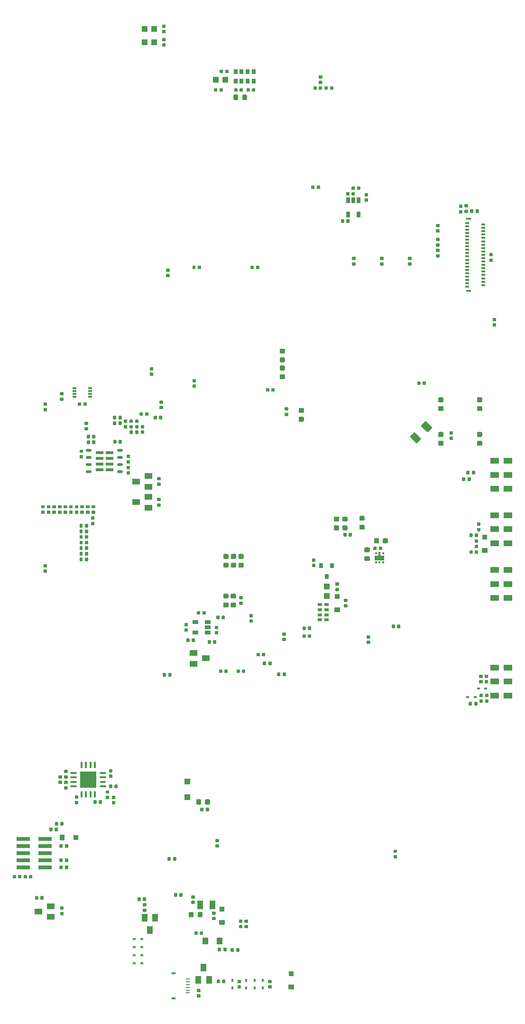
<source format=gbr>
G04 #@! TF.GenerationSoftware,KiCad,Pcbnew,5.0.0*
G04 #@! TF.CreationDate,2018-08-16T00:24:56-04:00*
G04 #@! TF.ProjectId,dvk-mx8m-bsb,64766B2D6D78386D2D6273622E6B6963,v0.1.0*
G04 #@! TF.SameCoordinates,Original*
G04 #@! TF.FileFunction,Paste,Bot*
G04 #@! TF.FilePolarity,Positive*
%FSLAX46Y46*%
G04 Gerber Fmt 4.6, Leading zero omitted, Abs format (unit mm)*
G04 Created by KiCad (PCBNEW 5.0.0) date Thu Aug 16 00:24:56 2018*
%MOMM*%
%LPD*%
G01*
G04 APERTURE LIST*
%ADD10R,1.600000X1.000000*%
%ADD11R,1.400000X1.000000*%
%ADD12C,0.100000*%
%ADD13C,0.590000*%
%ADD14R,1.000000X1.400000*%
%ADD15R,0.660000X1.000000*%
%ADD16R,0.650000X1.060000*%
%ADD17R,0.650000X0.250000*%
%ADD18R,0.800000X0.400000*%
%ADD19R,0.650000X0.300000*%
%ADD20R,0.800000X0.300000*%
%ADD21R,0.950000X0.400000*%
%ADD22C,1.250000*%
%ADD23R,0.370000X0.450000*%
%ADD24R,0.370000X1.500000*%
%ADD25R,1.670000X0.900000*%
%ADD26C,0.875000*%
%ADD27R,1.100000X1.250000*%
%ADD28R,0.725000X0.900000*%
%ADD29C,0.500000*%
%ADD30R,2.850000X2.850000*%
%ADD31O,0.320000X1.200000*%
%ADD32O,1.200000X0.320000*%
%ADD33O,1.150000X0.320000*%
%ADD34R,0.450000X0.450000*%
%ADD35O,1.100000X0.450000*%
%ADD36R,1.337500X0.618750*%
%ADD37R,0.900000X0.900000*%
%ADD38R,0.900000X1.100000*%
%ADD39R,1.100000X0.900000*%
%ADD40R,0.480000X0.400000*%
%ADD41R,1.100000X1.100000*%
%ADD42R,0.400000X0.480000*%
%ADD43R,1.000000X1.500000*%
%ADD44R,1.000000X1.100000*%
%ADD45R,1.100000X1.000000*%
%ADD46R,1.060000X0.650000*%
%ADD47R,0.750000X0.400000*%
%ADD48R,0.750000X0.300000*%
%ADD49R,0.800000X0.900000*%
%ADD50R,2.400000X0.740000*%
G04 APERTURE END LIST*
D10*
G04 #@! TO.C,SW501*
X146645000Y-183500000D03*
X146645000Y-181000000D03*
X146645000Y-178500000D03*
X149045000Y-183500000D03*
X149045000Y-181000000D03*
X149045000Y-178500000D03*
G04 #@! TD*
G04 #@! TO.C,SW1301*
X146645000Y-166100000D03*
X146645000Y-163600000D03*
X146645000Y-161100000D03*
X149045000Y-166100000D03*
X149045000Y-163600000D03*
X149045000Y-161100000D03*
G04 #@! TD*
G04 #@! TO.C,SW1501*
X146645000Y-156300000D03*
X146645000Y-153800000D03*
X146645000Y-151300000D03*
X149045000Y-156300000D03*
X149045000Y-153800000D03*
X149045000Y-151300000D03*
G04 #@! TD*
G04 #@! TO.C,SW1801*
X146645000Y-146600000D03*
X146645000Y-144100000D03*
X146645000Y-141600000D03*
X149045000Y-146600000D03*
X149045000Y-144100000D03*
X149045000Y-141600000D03*
G04 #@! TD*
D11*
G04 #@! TO.C,Q1201*
X65200000Y-222050000D03*
X67400000Y-223000000D03*
X67400000Y-221100000D03*
G04 #@! TD*
D12*
G04 #@! TO.C,C421*
G36*
X126686958Y-106190710D02*
X126701276Y-106192834D01*
X126715317Y-106196351D01*
X126728946Y-106201228D01*
X126742031Y-106207417D01*
X126754447Y-106214858D01*
X126766073Y-106223481D01*
X126776798Y-106233202D01*
X126786519Y-106243927D01*
X126795142Y-106255553D01*
X126802583Y-106267969D01*
X126808772Y-106281054D01*
X126813649Y-106294683D01*
X126817166Y-106308724D01*
X126819290Y-106323042D01*
X126820000Y-106337500D01*
X126820000Y-106632500D01*
X126819290Y-106646958D01*
X126817166Y-106661276D01*
X126813649Y-106675317D01*
X126808772Y-106688946D01*
X126802583Y-106702031D01*
X126795142Y-106714447D01*
X126786519Y-106726073D01*
X126776798Y-106736798D01*
X126766073Y-106746519D01*
X126754447Y-106755142D01*
X126742031Y-106762583D01*
X126728946Y-106768772D01*
X126715317Y-106773649D01*
X126701276Y-106777166D01*
X126686958Y-106779290D01*
X126672500Y-106780000D01*
X126327500Y-106780000D01*
X126313042Y-106779290D01*
X126298724Y-106777166D01*
X126284683Y-106773649D01*
X126271054Y-106768772D01*
X126257969Y-106762583D01*
X126245553Y-106755142D01*
X126233927Y-106746519D01*
X126223202Y-106736798D01*
X126213481Y-106726073D01*
X126204858Y-106714447D01*
X126197417Y-106702031D01*
X126191228Y-106688946D01*
X126186351Y-106675317D01*
X126182834Y-106661276D01*
X126180710Y-106646958D01*
X126180000Y-106632500D01*
X126180000Y-106337500D01*
X126180710Y-106323042D01*
X126182834Y-106308724D01*
X126186351Y-106294683D01*
X126191228Y-106281054D01*
X126197417Y-106267969D01*
X126204858Y-106255553D01*
X126213481Y-106243927D01*
X126223202Y-106233202D01*
X126233927Y-106223481D01*
X126245553Y-106214858D01*
X126257969Y-106207417D01*
X126271054Y-106201228D01*
X126284683Y-106196351D01*
X126298724Y-106192834D01*
X126313042Y-106190710D01*
X126327500Y-106190000D01*
X126672500Y-106190000D01*
X126686958Y-106190710D01*
X126686958Y-106190710D01*
G37*
D13*
X126500000Y-106485000D03*
D12*
G36*
X126686958Y-105220710D02*
X126701276Y-105222834D01*
X126715317Y-105226351D01*
X126728946Y-105231228D01*
X126742031Y-105237417D01*
X126754447Y-105244858D01*
X126766073Y-105253481D01*
X126776798Y-105263202D01*
X126786519Y-105273927D01*
X126795142Y-105285553D01*
X126802583Y-105297969D01*
X126808772Y-105311054D01*
X126813649Y-105324683D01*
X126817166Y-105338724D01*
X126819290Y-105353042D01*
X126820000Y-105367500D01*
X126820000Y-105662500D01*
X126819290Y-105676958D01*
X126817166Y-105691276D01*
X126813649Y-105705317D01*
X126808772Y-105718946D01*
X126802583Y-105732031D01*
X126795142Y-105744447D01*
X126786519Y-105756073D01*
X126776798Y-105766798D01*
X126766073Y-105776519D01*
X126754447Y-105785142D01*
X126742031Y-105792583D01*
X126728946Y-105798772D01*
X126715317Y-105803649D01*
X126701276Y-105807166D01*
X126686958Y-105809290D01*
X126672500Y-105810000D01*
X126327500Y-105810000D01*
X126313042Y-105809290D01*
X126298724Y-105807166D01*
X126284683Y-105803649D01*
X126271054Y-105798772D01*
X126257969Y-105792583D01*
X126245553Y-105785142D01*
X126233927Y-105776519D01*
X126223202Y-105766798D01*
X126213481Y-105756073D01*
X126204858Y-105744447D01*
X126197417Y-105732031D01*
X126191228Y-105718946D01*
X126186351Y-105705317D01*
X126182834Y-105691276D01*
X126180710Y-105676958D01*
X126180000Y-105662500D01*
X126180000Y-105367500D01*
X126180710Y-105353042D01*
X126182834Y-105338724D01*
X126186351Y-105324683D01*
X126191228Y-105311054D01*
X126197417Y-105297969D01*
X126204858Y-105285553D01*
X126213481Y-105273927D01*
X126223202Y-105263202D01*
X126233927Y-105253481D01*
X126245553Y-105244858D01*
X126257969Y-105237417D01*
X126271054Y-105231228D01*
X126284683Y-105226351D01*
X126298724Y-105222834D01*
X126313042Y-105220710D01*
X126327500Y-105220000D01*
X126672500Y-105220000D01*
X126686958Y-105220710D01*
X126686958Y-105220710D01*
G37*
D13*
X126500000Y-105515000D03*
G04 #@! TD*
D12*
G04 #@! TO.C,C404*
G36*
X87305958Y-131822710D02*
X87320276Y-131824834D01*
X87334317Y-131828351D01*
X87347946Y-131833228D01*
X87361031Y-131839417D01*
X87373447Y-131846858D01*
X87385073Y-131855481D01*
X87395798Y-131865202D01*
X87405519Y-131875927D01*
X87414142Y-131887553D01*
X87421583Y-131899969D01*
X87427772Y-131913054D01*
X87432649Y-131926683D01*
X87436166Y-131940724D01*
X87438290Y-131955042D01*
X87439000Y-131969500D01*
X87439000Y-132264500D01*
X87438290Y-132278958D01*
X87436166Y-132293276D01*
X87432649Y-132307317D01*
X87427772Y-132320946D01*
X87421583Y-132334031D01*
X87414142Y-132346447D01*
X87405519Y-132358073D01*
X87395798Y-132368798D01*
X87385073Y-132378519D01*
X87373447Y-132387142D01*
X87361031Y-132394583D01*
X87347946Y-132400772D01*
X87334317Y-132405649D01*
X87320276Y-132409166D01*
X87305958Y-132411290D01*
X87291500Y-132412000D01*
X86946500Y-132412000D01*
X86932042Y-132411290D01*
X86917724Y-132409166D01*
X86903683Y-132405649D01*
X86890054Y-132400772D01*
X86876969Y-132394583D01*
X86864553Y-132387142D01*
X86852927Y-132378519D01*
X86842202Y-132368798D01*
X86832481Y-132358073D01*
X86823858Y-132346447D01*
X86816417Y-132334031D01*
X86810228Y-132320946D01*
X86805351Y-132307317D01*
X86801834Y-132293276D01*
X86799710Y-132278958D01*
X86799000Y-132264500D01*
X86799000Y-131969500D01*
X86799710Y-131955042D01*
X86801834Y-131940724D01*
X86805351Y-131926683D01*
X86810228Y-131913054D01*
X86816417Y-131899969D01*
X86823858Y-131887553D01*
X86832481Y-131875927D01*
X86842202Y-131865202D01*
X86852927Y-131855481D01*
X86864553Y-131846858D01*
X86876969Y-131839417D01*
X86890054Y-131833228D01*
X86903683Y-131828351D01*
X86917724Y-131824834D01*
X86932042Y-131822710D01*
X86946500Y-131822000D01*
X87291500Y-131822000D01*
X87305958Y-131822710D01*
X87305958Y-131822710D01*
G37*
D13*
X87119000Y-132117000D03*
D12*
G36*
X87305958Y-130852710D02*
X87320276Y-130854834D01*
X87334317Y-130858351D01*
X87347946Y-130863228D01*
X87361031Y-130869417D01*
X87373447Y-130876858D01*
X87385073Y-130885481D01*
X87395798Y-130895202D01*
X87405519Y-130905927D01*
X87414142Y-130917553D01*
X87421583Y-130929969D01*
X87427772Y-130943054D01*
X87432649Y-130956683D01*
X87436166Y-130970724D01*
X87438290Y-130985042D01*
X87439000Y-130999500D01*
X87439000Y-131294500D01*
X87438290Y-131308958D01*
X87436166Y-131323276D01*
X87432649Y-131337317D01*
X87427772Y-131350946D01*
X87421583Y-131364031D01*
X87414142Y-131376447D01*
X87405519Y-131388073D01*
X87395798Y-131398798D01*
X87385073Y-131408519D01*
X87373447Y-131417142D01*
X87361031Y-131424583D01*
X87347946Y-131430772D01*
X87334317Y-131435649D01*
X87320276Y-131439166D01*
X87305958Y-131441290D01*
X87291500Y-131442000D01*
X86946500Y-131442000D01*
X86932042Y-131441290D01*
X86917724Y-131439166D01*
X86903683Y-131435649D01*
X86890054Y-131430772D01*
X86876969Y-131424583D01*
X86864553Y-131417142D01*
X86852927Y-131408519D01*
X86842202Y-131398798D01*
X86832481Y-131388073D01*
X86823858Y-131376447D01*
X86816417Y-131364031D01*
X86810228Y-131350946D01*
X86805351Y-131337317D01*
X86801834Y-131323276D01*
X86799710Y-131308958D01*
X86799000Y-131294500D01*
X86799000Y-130999500D01*
X86799710Y-130985042D01*
X86801834Y-130970724D01*
X86805351Y-130956683D01*
X86810228Y-130943054D01*
X86816417Y-130929969D01*
X86823858Y-130917553D01*
X86832481Y-130905927D01*
X86842202Y-130895202D01*
X86852927Y-130885481D01*
X86864553Y-130876858D01*
X86876969Y-130869417D01*
X86890054Y-130863228D01*
X86903683Y-130858351D01*
X86917724Y-130854834D01*
X86932042Y-130852710D01*
X86946500Y-130852000D01*
X87291500Y-130852000D01*
X87305958Y-130852710D01*
X87305958Y-130852710D01*
G37*
D13*
X87119000Y-131147000D03*
G04 #@! TD*
D12*
G04 #@! TO.C,C402*
G36*
X90801958Y-218740710D02*
X90816276Y-218742834D01*
X90830317Y-218746351D01*
X90843946Y-218751228D01*
X90857031Y-218757417D01*
X90869447Y-218764858D01*
X90881073Y-218773481D01*
X90891798Y-218783202D01*
X90901519Y-218793927D01*
X90910142Y-218805553D01*
X90917583Y-218817969D01*
X90923772Y-218831054D01*
X90928649Y-218844683D01*
X90932166Y-218858724D01*
X90934290Y-218873042D01*
X90935000Y-218887500D01*
X90935000Y-219232500D01*
X90934290Y-219246958D01*
X90932166Y-219261276D01*
X90928649Y-219275317D01*
X90923772Y-219288946D01*
X90917583Y-219302031D01*
X90910142Y-219314447D01*
X90901519Y-219326073D01*
X90891798Y-219336798D01*
X90881073Y-219346519D01*
X90869447Y-219355142D01*
X90857031Y-219362583D01*
X90843946Y-219368772D01*
X90830317Y-219373649D01*
X90816276Y-219377166D01*
X90801958Y-219379290D01*
X90787500Y-219380000D01*
X90492500Y-219380000D01*
X90478042Y-219379290D01*
X90463724Y-219377166D01*
X90449683Y-219373649D01*
X90436054Y-219368772D01*
X90422969Y-219362583D01*
X90410553Y-219355142D01*
X90398927Y-219346519D01*
X90388202Y-219336798D01*
X90378481Y-219326073D01*
X90369858Y-219314447D01*
X90362417Y-219302031D01*
X90356228Y-219288946D01*
X90351351Y-219275317D01*
X90347834Y-219261276D01*
X90345710Y-219246958D01*
X90345000Y-219232500D01*
X90345000Y-218887500D01*
X90345710Y-218873042D01*
X90347834Y-218858724D01*
X90351351Y-218844683D01*
X90356228Y-218831054D01*
X90362417Y-218817969D01*
X90369858Y-218805553D01*
X90378481Y-218793927D01*
X90388202Y-218783202D01*
X90398927Y-218773481D01*
X90410553Y-218764858D01*
X90422969Y-218757417D01*
X90436054Y-218751228D01*
X90449683Y-218746351D01*
X90463724Y-218742834D01*
X90478042Y-218740710D01*
X90492500Y-218740000D01*
X90787500Y-218740000D01*
X90801958Y-218740710D01*
X90801958Y-218740710D01*
G37*
D13*
X90640000Y-219060000D03*
D12*
G36*
X89831958Y-218740710D02*
X89846276Y-218742834D01*
X89860317Y-218746351D01*
X89873946Y-218751228D01*
X89887031Y-218757417D01*
X89899447Y-218764858D01*
X89911073Y-218773481D01*
X89921798Y-218783202D01*
X89931519Y-218793927D01*
X89940142Y-218805553D01*
X89947583Y-218817969D01*
X89953772Y-218831054D01*
X89958649Y-218844683D01*
X89962166Y-218858724D01*
X89964290Y-218873042D01*
X89965000Y-218887500D01*
X89965000Y-219232500D01*
X89964290Y-219246958D01*
X89962166Y-219261276D01*
X89958649Y-219275317D01*
X89953772Y-219288946D01*
X89947583Y-219302031D01*
X89940142Y-219314447D01*
X89931519Y-219326073D01*
X89921798Y-219336798D01*
X89911073Y-219346519D01*
X89899447Y-219355142D01*
X89887031Y-219362583D01*
X89873946Y-219368772D01*
X89860317Y-219373649D01*
X89846276Y-219377166D01*
X89831958Y-219379290D01*
X89817500Y-219380000D01*
X89522500Y-219380000D01*
X89508042Y-219379290D01*
X89493724Y-219377166D01*
X89479683Y-219373649D01*
X89466054Y-219368772D01*
X89452969Y-219362583D01*
X89440553Y-219355142D01*
X89428927Y-219346519D01*
X89418202Y-219336798D01*
X89408481Y-219326073D01*
X89399858Y-219314447D01*
X89392417Y-219302031D01*
X89386228Y-219288946D01*
X89381351Y-219275317D01*
X89377834Y-219261276D01*
X89375710Y-219246958D01*
X89375000Y-219232500D01*
X89375000Y-218887500D01*
X89375710Y-218873042D01*
X89377834Y-218858724D01*
X89381351Y-218844683D01*
X89386228Y-218831054D01*
X89392417Y-218817969D01*
X89399858Y-218805553D01*
X89408481Y-218793927D01*
X89418202Y-218783202D01*
X89428927Y-218773481D01*
X89440553Y-218764858D01*
X89452969Y-218757417D01*
X89466054Y-218751228D01*
X89479683Y-218746351D01*
X89493724Y-218742834D01*
X89508042Y-218740710D01*
X89522500Y-218740000D01*
X89817500Y-218740000D01*
X89831958Y-218740710D01*
X89831958Y-218740710D01*
G37*
D13*
X89670000Y-219060000D03*
G04 #@! TD*
D12*
G04 #@! TO.C,C431*
G36*
X89666958Y-212315710D02*
X89681276Y-212317834D01*
X89695317Y-212321351D01*
X89708946Y-212326228D01*
X89722031Y-212332417D01*
X89734447Y-212339858D01*
X89746073Y-212348481D01*
X89756798Y-212358202D01*
X89766519Y-212368927D01*
X89775142Y-212380553D01*
X89782583Y-212392969D01*
X89788772Y-212406054D01*
X89793649Y-212419683D01*
X89797166Y-212433724D01*
X89799290Y-212448042D01*
X89800000Y-212462500D01*
X89800000Y-212807500D01*
X89799290Y-212821958D01*
X89797166Y-212836276D01*
X89793649Y-212850317D01*
X89788772Y-212863946D01*
X89782583Y-212877031D01*
X89775142Y-212889447D01*
X89766519Y-212901073D01*
X89756798Y-212911798D01*
X89746073Y-212921519D01*
X89734447Y-212930142D01*
X89722031Y-212937583D01*
X89708946Y-212943772D01*
X89695317Y-212948649D01*
X89681276Y-212952166D01*
X89666958Y-212954290D01*
X89652500Y-212955000D01*
X89357500Y-212955000D01*
X89343042Y-212954290D01*
X89328724Y-212952166D01*
X89314683Y-212948649D01*
X89301054Y-212943772D01*
X89287969Y-212937583D01*
X89275553Y-212930142D01*
X89263927Y-212921519D01*
X89253202Y-212911798D01*
X89243481Y-212901073D01*
X89234858Y-212889447D01*
X89227417Y-212877031D01*
X89221228Y-212863946D01*
X89216351Y-212850317D01*
X89212834Y-212836276D01*
X89210710Y-212821958D01*
X89210000Y-212807500D01*
X89210000Y-212462500D01*
X89210710Y-212448042D01*
X89212834Y-212433724D01*
X89216351Y-212419683D01*
X89221228Y-212406054D01*
X89227417Y-212392969D01*
X89234858Y-212380553D01*
X89243481Y-212368927D01*
X89253202Y-212358202D01*
X89263927Y-212348481D01*
X89275553Y-212339858D01*
X89287969Y-212332417D01*
X89301054Y-212326228D01*
X89314683Y-212321351D01*
X89328724Y-212317834D01*
X89343042Y-212315710D01*
X89357500Y-212315000D01*
X89652500Y-212315000D01*
X89666958Y-212315710D01*
X89666958Y-212315710D01*
G37*
D13*
X89505000Y-212635000D03*
D12*
G36*
X88696958Y-212315710D02*
X88711276Y-212317834D01*
X88725317Y-212321351D01*
X88738946Y-212326228D01*
X88752031Y-212332417D01*
X88764447Y-212339858D01*
X88776073Y-212348481D01*
X88786798Y-212358202D01*
X88796519Y-212368927D01*
X88805142Y-212380553D01*
X88812583Y-212392969D01*
X88818772Y-212406054D01*
X88823649Y-212419683D01*
X88827166Y-212433724D01*
X88829290Y-212448042D01*
X88830000Y-212462500D01*
X88830000Y-212807500D01*
X88829290Y-212821958D01*
X88827166Y-212836276D01*
X88823649Y-212850317D01*
X88818772Y-212863946D01*
X88812583Y-212877031D01*
X88805142Y-212889447D01*
X88796519Y-212901073D01*
X88786798Y-212911798D01*
X88776073Y-212921519D01*
X88764447Y-212930142D01*
X88752031Y-212937583D01*
X88738946Y-212943772D01*
X88725317Y-212948649D01*
X88711276Y-212952166D01*
X88696958Y-212954290D01*
X88682500Y-212955000D01*
X88387500Y-212955000D01*
X88373042Y-212954290D01*
X88358724Y-212952166D01*
X88344683Y-212948649D01*
X88331054Y-212943772D01*
X88317969Y-212937583D01*
X88305553Y-212930142D01*
X88293927Y-212921519D01*
X88283202Y-212911798D01*
X88273481Y-212901073D01*
X88264858Y-212889447D01*
X88257417Y-212877031D01*
X88251228Y-212863946D01*
X88246351Y-212850317D01*
X88242834Y-212836276D01*
X88240710Y-212821958D01*
X88240000Y-212807500D01*
X88240000Y-212462500D01*
X88240710Y-212448042D01*
X88242834Y-212433724D01*
X88246351Y-212419683D01*
X88251228Y-212406054D01*
X88257417Y-212392969D01*
X88264858Y-212380553D01*
X88273481Y-212368927D01*
X88283202Y-212358202D01*
X88293927Y-212348481D01*
X88305553Y-212339858D01*
X88317969Y-212332417D01*
X88331054Y-212326228D01*
X88344683Y-212321351D01*
X88358724Y-212317834D01*
X88373042Y-212315710D01*
X88387500Y-212315000D01*
X88682500Y-212315000D01*
X88696958Y-212315710D01*
X88696958Y-212315710D01*
G37*
D13*
X88535000Y-212635000D03*
G04 #@! TD*
D12*
G04 #@! TO.C,C429*
G36*
X103526958Y-106780710D02*
X103541276Y-106782834D01*
X103555317Y-106786351D01*
X103568946Y-106791228D01*
X103582031Y-106797417D01*
X103594447Y-106804858D01*
X103606073Y-106813481D01*
X103616798Y-106823202D01*
X103626519Y-106833927D01*
X103635142Y-106845553D01*
X103642583Y-106857969D01*
X103648772Y-106871054D01*
X103653649Y-106884683D01*
X103657166Y-106898724D01*
X103659290Y-106913042D01*
X103660000Y-106927500D01*
X103660000Y-107272500D01*
X103659290Y-107286958D01*
X103657166Y-107301276D01*
X103653649Y-107315317D01*
X103648772Y-107328946D01*
X103642583Y-107342031D01*
X103635142Y-107354447D01*
X103626519Y-107366073D01*
X103616798Y-107376798D01*
X103606073Y-107386519D01*
X103594447Y-107395142D01*
X103582031Y-107402583D01*
X103568946Y-107408772D01*
X103555317Y-107413649D01*
X103541276Y-107417166D01*
X103526958Y-107419290D01*
X103512500Y-107420000D01*
X103217500Y-107420000D01*
X103203042Y-107419290D01*
X103188724Y-107417166D01*
X103174683Y-107413649D01*
X103161054Y-107408772D01*
X103147969Y-107402583D01*
X103135553Y-107395142D01*
X103123927Y-107386519D01*
X103113202Y-107376798D01*
X103103481Y-107366073D01*
X103094858Y-107354447D01*
X103087417Y-107342031D01*
X103081228Y-107328946D01*
X103076351Y-107315317D01*
X103072834Y-107301276D01*
X103070710Y-107286958D01*
X103070000Y-107272500D01*
X103070000Y-106927500D01*
X103070710Y-106913042D01*
X103072834Y-106898724D01*
X103076351Y-106884683D01*
X103081228Y-106871054D01*
X103087417Y-106857969D01*
X103094858Y-106845553D01*
X103103481Y-106833927D01*
X103113202Y-106823202D01*
X103123927Y-106813481D01*
X103135553Y-106804858D01*
X103147969Y-106797417D01*
X103161054Y-106791228D01*
X103174683Y-106786351D01*
X103188724Y-106782834D01*
X103203042Y-106780710D01*
X103217500Y-106780000D01*
X103512500Y-106780000D01*
X103526958Y-106780710D01*
X103526958Y-106780710D01*
G37*
D13*
X103365000Y-107100000D03*
D12*
G36*
X104496958Y-106780710D02*
X104511276Y-106782834D01*
X104525317Y-106786351D01*
X104538946Y-106791228D01*
X104552031Y-106797417D01*
X104564447Y-106804858D01*
X104576073Y-106813481D01*
X104586798Y-106823202D01*
X104596519Y-106833927D01*
X104605142Y-106845553D01*
X104612583Y-106857969D01*
X104618772Y-106871054D01*
X104623649Y-106884683D01*
X104627166Y-106898724D01*
X104629290Y-106913042D01*
X104630000Y-106927500D01*
X104630000Y-107272500D01*
X104629290Y-107286958D01*
X104627166Y-107301276D01*
X104623649Y-107315317D01*
X104618772Y-107328946D01*
X104612583Y-107342031D01*
X104605142Y-107354447D01*
X104596519Y-107366073D01*
X104586798Y-107376798D01*
X104576073Y-107386519D01*
X104564447Y-107395142D01*
X104552031Y-107402583D01*
X104538946Y-107408772D01*
X104525317Y-107413649D01*
X104511276Y-107417166D01*
X104496958Y-107419290D01*
X104482500Y-107420000D01*
X104187500Y-107420000D01*
X104173042Y-107419290D01*
X104158724Y-107417166D01*
X104144683Y-107413649D01*
X104131054Y-107408772D01*
X104117969Y-107402583D01*
X104105553Y-107395142D01*
X104093927Y-107386519D01*
X104083202Y-107376798D01*
X104073481Y-107366073D01*
X104064858Y-107354447D01*
X104057417Y-107342031D01*
X104051228Y-107328946D01*
X104046351Y-107315317D01*
X104042834Y-107301276D01*
X104040710Y-107286958D01*
X104040000Y-107272500D01*
X104040000Y-106927500D01*
X104040710Y-106913042D01*
X104042834Y-106898724D01*
X104046351Y-106884683D01*
X104051228Y-106871054D01*
X104057417Y-106857969D01*
X104064858Y-106845553D01*
X104073481Y-106833927D01*
X104083202Y-106823202D01*
X104093927Y-106813481D01*
X104105553Y-106804858D01*
X104117969Y-106797417D01*
X104131054Y-106791228D01*
X104144683Y-106786351D01*
X104158724Y-106782834D01*
X104173042Y-106780710D01*
X104187500Y-106780000D01*
X104482500Y-106780000D01*
X104496958Y-106780710D01*
X104496958Y-106780710D01*
G37*
D13*
X104335000Y-107100000D03*
G04 #@! TD*
D12*
G04 #@! TO.C,C424*
G36*
X124286958Y-173715710D02*
X124301276Y-173717834D01*
X124315317Y-173721351D01*
X124328946Y-173726228D01*
X124342031Y-173732417D01*
X124354447Y-173739858D01*
X124366073Y-173748481D01*
X124376798Y-173758202D01*
X124386519Y-173768927D01*
X124395142Y-173780553D01*
X124402583Y-173792969D01*
X124408772Y-173806054D01*
X124413649Y-173819683D01*
X124417166Y-173833724D01*
X124419290Y-173848042D01*
X124420000Y-173862500D01*
X124420000Y-174157500D01*
X124419290Y-174171958D01*
X124417166Y-174186276D01*
X124413649Y-174200317D01*
X124408772Y-174213946D01*
X124402583Y-174227031D01*
X124395142Y-174239447D01*
X124386519Y-174251073D01*
X124376798Y-174261798D01*
X124366073Y-174271519D01*
X124354447Y-174280142D01*
X124342031Y-174287583D01*
X124328946Y-174293772D01*
X124315317Y-174298649D01*
X124301276Y-174302166D01*
X124286958Y-174304290D01*
X124272500Y-174305000D01*
X123927500Y-174305000D01*
X123913042Y-174304290D01*
X123898724Y-174302166D01*
X123884683Y-174298649D01*
X123871054Y-174293772D01*
X123857969Y-174287583D01*
X123845553Y-174280142D01*
X123833927Y-174271519D01*
X123823202Y-174261798D01*
X123813481Y-174251073D01*
X123804858Y-174239447D01*
X123797417Y-174227031D01*
X123791228Y-174213946D01*
X123786351Y-174200317D01*
X123782834Y-174186276D01*
X123780710Y-174171958D01*
X123780000Y-174157500D01*
X123780000Y-173862500D01*
X123780710Y-173848042D01*
X123782834Y-173833724D01*
X123786351Y-173819683D01*
X123791228Y-173806054D01*
X123797417Y-173792969D01*
X123804858Y-173780553D01*
X123813481Y-173768927D01*
X123823202Y-173758202D01*
X123833927Y-173748481D01*
X123845553Y-173739858D01*
X123857969Y-173732417D01*
X123871054Y-173726228D01*
X123884683Y-173721351D01*
X123898724Y-173717834D01*
X123913042Y-173715710D01*
X123927500Y-173715000D01*
X124272500Y-173715000D01*
X124286958Y-173715710D01*
X124286958Y-173715710D01*
G37*
D13*
X124100000Y-174010000D03*
D12*
G36*
X124286958Y-172745710D02*
X124301276Y-172747834D01*
X124315317Y-172751351D01*
X124328946Y-172756228D01*
X124342031Y-172762417D01*
X124354447Y-172769858D01*
X124366073Y-172778481D01*
X124376798Y-172788202D01*
X124386519Y-172798927D01*
X124395142Y-172810553D01*
X124402583Y-172822969D01*
X124408772Y-172836054D01*
X124413649Y-172849683D01*
X124417166Y-172863724D01*
X124419290Y-172878042D01*
X124420000Y-172892500D01*
X124420000Y-173187500D01*
X124419290Y-173201958D01*
X124417166Y-173216276D01*
X124413649Y-173230317D01*
X124408772Y-173243946D01*
X124402583Y-173257031D01*
X124395142Y-173269447D01*
X124386519Y-173281073D01*
X124376798Y-173291798D01*
X124366073Y-173301519D01*
X124354447Y-173310142D01*
X124342031Y-173317583D01*
X124328946Y-173323772D01*
X124315317Y-173328649D01*
X124301276Y-173332166D01*
X124286958Y-173334290D01*
X124272500Y-173335000D01*
X123927500Y-173335000D01*
X123913042Y-173334290D01*
X123898724Y-173332166D01*
X123884683Y-173328649D01*
X123871054Y-173323772D01*
X123857969Y-173317583D01*
X123845553Y-173310142D01*
X123833927Y-173301519D01*
X123823202Y-173291798D01*
X123813481Y-173281073D01*
X123804858Y-173269447D01*
X123797417Y-173257031D01*
X123791228Y-173243946D01*
X123786351Y-173230317D01*
X123782834Y-173216276D01*
X123780710Y-173201958D01*
X123780000Y-173187500D01*
X123780000Y-172892500D01*
X123780710Y-172878042D01*
X123782834Y-172863724D01*
X123786351Y-172849683D01*
X123791228Y-172836054D01*
X123797417Y-172822969D01*
X123804858Y-172810553D01*
X123813481Y-172798927D01*
X123823202Y-172788202D01*
X123833927Y-172778481D01*
X123845553Y-172769858D01*
X123857969Y-172762417D01*
X123871054Y-172756228D01*
X123884683Y-172751351D01*
X123898724Y-172747834D01*
X123913042Y-172745710D01*
X123927500Y-172745000D01*
X124272500Y-172745000D01*
X124286958Y-172745710D01*
X124286958Y-172745710D01*
G37*
D13*
X124100000Y-173040000D03*
G04 #@! TD*
D12*
G04 #@! TO.C,C430*
G36*
X93186958Y-127020710D02*
X93201276Y-127022834D01*
X93215317Y-127026351D01*
X93228946Y-127031228D01*
X93242031Y-127037417D01*
X93254447Y-127044858D01*
X93266073Y-127053481D01*
X93276798Y-127063202D01*
X93286519Y-127073927D01*
X93295142Y-127085553D01*
X93302583Y-127097969D01*
X93308772Y-127111054D01*
X93313649Y-127124683D01*
X93317166Y-127138724D01*
X93319290Y-127153042D01*
X93320000Y-127167500D01*
X93320000Y-127462500D01*
X93319290Y-127476958D01*
X93317166Y-127491276D01*
X93313649Y-127505317D01*
X93308772Y-127518946D01*
X93302583Y-127532031D01*
X93295142Y-127544447D01*
X93286519Y-127556073D01*
X93276798Y-127566798D01*
X93266073Y-127576519D01*
X93254447Y-127585142D01*
X93242031Y-127592583D01*
X93228946Y-127598772D01*
X93215317Y-127603649D01*
X93201276Y-127607166D01*
X93186958Y-127609290D01*
X93172500Y-127610000D01*
X92827500Y-127610000D01*
X92813042Y-127609290D01*
X92798724Y-127607166D01*
X92784683Y-127603649D01*
X92771054Y-127598772D01*
X92757969Y-127592583D01*
X92745553Y-127585142D01*
X92733927Y-127576519D01*
X92723202Y-127566798D01*
X92713481Y-127556073D01*
X92704858Y-127544447D01*
X92697417Y-127532031D01*
X92691228Y-127518946D01*
X92686351Y-127505317D01*
X92682834Y-127491276D01*
X92680710Y-127476958D01*
X92680000Y-127462500D01*
X92680000Y-127167500D01*
X92680710Y-127153042D01*
X92682834Y-127138724D01*
X92686351Y-127124683D01*
X92691228Y-127111054D01*
X92697417Y-127097969D01*
X92704858Y-127085553D01*
X92713481Y-127073927D01*
X92723202Y-127063202D01*
X92733927Y-127053481D01*
X92745553Y-127044858D01*
X92757969Y-127037417D01*
X92771054Y-127031228D01*
X92784683Y-127026351D01*
X92798724Y-127022834D01*
X92813042Y-127020710D01*
X92827500Y-127020000D01*
X93172500Y-127020000D01*
X93186958Y-127020710D01*
X93186958Y-127020710D01*
G37*
D13*
X93000000Y-127315000D03*
D12*
G36*
X93186958Y-127990710D02*
X93201276Y-127992834D01*
X93215317Y-127996351D01*
X93228946Y-128001228D01*
X93242031Y-128007417D01*
X93254447Y-128014858D01*
X93266073Y-128023481D01*
X93276798Y-128033202D01*
X93286519Y-128043927D01*
X93295142Y-128055553D01*
X93302583Y-128067969D01*
X93308772Y-128081054D01*
X93313649Y-128094683D01*
X93317166Y-128108724D01*
X93319290Y-128123042D01*
X93320000Y-128137500D01*
X93320000Y-128432500D01*
X93319290Y-128446958D01*
X93317166Y-128461276D01*
X93313649Y-128475317D01*
X93308772Y-128488946D01*
X93302583Y-128502031D01*
X93295142Y-128514447D01*
X93286519Y-128526073D01*
X93276798Y-128536798D01*
X93266073Y-128546519D01*
X93254447Y-128555142D01*
X93242031Y-128562583D01*
X93228946Y-128568772D01*
X93215317Y-128573649D01*
X93201276Y-128577166D01*
X93186958Y-128579290D01*
X93172500Y-128580000D01*
X92827500Y-128580000D01*
X92813042Y-128579290D01*
X92798724Y-128577166D01*
X92784683Y-128573649D01*
X92771054Y-128568772D01*
X92757969Y-128562583D01*
X92745553Y-128555142D01*
X92733927Y-128546519D01*
X92723202Y-128536798D01*
X92713481Y-128526073D01*
X92704858Y-128514447D01*
X92697417Y-128502031D01*
X92691228Y-128488946D01*
X92686351Y-128475317D01*
X92682834Y-128461276D01*
X92680710Y-128446958D01*
X92680000Y-128432500D01*
X92680000Y-128137500D01*
X92680710Y-128123042D01*
X92682834Y-128108724D01*
X92686351Y-128094683D01*
X92691228Y-128081054D01*
X92697417Y-128067969D01*
X92704858Y-128055553D01*
X92713481Y-128043927D01*
X92723202Y-128033202D01*
X92733927Y-128023481D01*
X92745553Y-128014858D01*
X92757969Y-128007417D01*
X92771054Y-128001228D01*
X92784683Y-127996351D01*
X92798724Y-127992834D01*
X92813042Y-127990710D01*
X92827500Y-127990000D01*
X93172500Y-127990000D01*
X93186958Y-127990710D01*
X93186958Y-127990710D01*
G37*
D13*
X93000000Y-128285000D03*
G04 #@! TD*
D12*
G04 #@! TO.C,C425*
G36*
X121686958Y-106190710D02*
X121701276Y-106192834D01*
X121715317Y-106196351D01*
X121728946Y-106201228D01*
X121742031Y-106207417D01*
X121754447Y-106214858D01*
X121766073Y-106223481D01*
X121776798Y-106233202D01*
X121786519Y-106243927D01*
X121795142Y-106255553D01*
X121802583Y-106267969D01*
X121808772Y-106281054D01*
X121813649Y-106294683D01*
X121817166Y-106308724D01*
X121819290Y-106323042D01*
X121820000Y-106337500D01*
X121820000Y-106632500D01*
X121819290Y-106646958D01*
X121817166Y-106661276D01*
X121813649Y-106675317D01*
X121808772Y-106688946D01*
X121802583Y-106702031D01*
X121795142Y-106714447D01*
X121786519Y-106726073D01*
X121776798Y-106736798D01*
X121766073Y-106746519D01*
X121754447Y-106755142D01*
X121742031Y-106762583D01*
X121728946Y-106768772D01*
X121715317Y-106773649D01*
X121701276Y-106777166D01*
X121686958Y-106779290D01*
X121672500Y-106780000D01*
X121327500Y-106780000D01*
X121313042Y-106779290D01*
X121298724Y-106777166D01*
X121284683Y-106773649D01*
X121271054Y-106768772D01*
X121257969Y-106762583D01*
X121245553Y-106755142D01*
X121233927Y-106746519D01*
X121223202Y-106736798D01*
X121213481Y-106726073D01*
X121204858Y-106714447D01*
X121197417Y-106702031D01*
X121191228Y-106688946D01*
X121186351Y-106675317D01*
X121182834Y-106661276D01*
X121180710Y-106646958D01*
X121180000Y-106632500D01*
X121180000Y-106337500D01*
X121180710Y-106323042D01*
X121182834Y-106308724D01*
X121186351Y-106294683D01*
X121191228Y-106281054D01*
X121197417Y-106267969D01*
X121204858Y-106255553D01*
X121213481Y-106243927D01*
X121223202Y-106233202D01*
X121233927Y-106223481D01*
X121245553Y-106214858D01*
X121257969Y-106207417D01*
X121271054Y-106201228D01*
X121284683Y-106196351D01*
X121298724Y-106192834D01*
X121313042Y-106190710D01*
X121327500Y-106190000D01*
X121672500Y-106190000D01*
X121686958Y-106190710D01*
X121686958Y-106190710D01*
G37*
D13*
X121500000Y-106485000D03*
D12*
G36*
X121686958Y-105220710D02*
X121701276Y-105222834D01*
X121715317Y-105226351D01*
X121728946Y-105231228D01*
X121742031Y-105237417D01*
X121754447Y-105244858D01*
X121766073Y-105253481D01*
X121776798Y-105263202D01*
X121786519Y-105273927D01*
X121795142Y-105285553D01*
X121802583Y-105297969D01*
X121808772Y-105311054D01*
X121813649Y-105324683D01*
X121817166Y-105338724D01*
X121819290Y-105353042D01*
X121820000Y-105367500D01*
X121820000Y-105662500D01*
X121819290Y-105676958D01*
X121817166Y-105691276D01*
X121813649Y-105705317D01*
X121808772Y-105718946D01*
X121802583Y-105732031D01*
X121795142Y-105744447D01*
X121786519Y-105756073D01*
X121776798Y-105766798D01*
X121766073Y-105776519D01*
X121754447Y-105785142D01*
X121742031Y-105792583D01*
X121728946Y-105798772D01*
X121715317Y-105803649D01*
X121701276Y-105807166D01*
X121686958Y-105809290D01*
X121672500Y-105810000D01*
X121327500Y-105810000D01*
X121313042Y-105809290D01*
X121298724Y-105807166D01*
X121284683Y-105803649D01*
X121271054Y-105798772D01*
X121257969Y-105792583D01*
X121245553Y-105785142D01*
X121233927Y-105776519D01*
X121223202Y-105766798D01*
X121213481Y-105756073D01*
X121204858Y-105744447D01*
X121197417Y-105732031D01*
X121191228Y-105718946D01*
X121186351Y-105705317D01*
X121182834Y-105691276D01*
X121180710Y-105676958D01*
X121180000Y-105662500D01*
X121180000Y-105367500D01*
X121180710Y-105353042D01*
X121182834Y-105338724D01*
X121186351Y-105324683D01*
X121191228Y-105311054D01*
X121197417Y-105297969D01*
X121204858Y-105285553D01*
X121213481Y-105273927D01*
X121223202Y-105263202D01*
X121233927Y-105253481D01*
X121245553Y-105244858D01*
X121257969Y-105237417D01*
X121271054Y-105231228D01*
X121284683Y-105226351D01*
X121298724Y-105222834D01*
X121313042Y-105220710D01*
X121327500Y-105220000D01*
X121672500Y-105220000D01*
X121686958Y-105220710D01*
X121686958Y-105220710D01*
G37*
D13*
X121500000Y-105515000D03*
G04 #@! TD*
D12*
G04 #@! TO.C,C420*
G36*
X73936958Y-134620710D02*
X73951276Y-134622834D01*
X73965317Y-134626351D01*
X73978946Y-134631228D01*
X73992031Y-134637417D01*
X74004447Y-134644858D01*
X74016073Y-134653481D01*
X74026798Y-134663202D01*
X74036519Y-134673927D01*
X74045142Y-134685553D01*
X74052583Y-134697969D01*
X74058772Y-134711054D01*
X74063649Y-134724683D01*
X74067166Y-134738724D01*
X74069290Y-134753042D01*
X74070000Y-134767500D01*
X74070000Y-135062500D01*
X74069290Y-135076958D01*
X74067166Y-135091276D01*
X74063649Y-135105317D01*
X74058772Y-135118946D01*
X74052583Y-135132031D01*
X74045142Y-135144447D01*
X74036519Y-135156073D01*
X74026798Y-135166798D01*
X74016073Y-135176519D01*
X74004447Y-135185142D01*
X73992031Y-135192583D01*
X73978946Y-135198772D01*
X73965317Y-135203649D01*
X73951276Y-135207166D01*
X73936958Y-135209290D01*
X73922500Y-135210000D01*
X73577500Y-135210000D01*
X73563042Y-135209290D01*
X73548724Y-135207166D01*
X73534683Y-135203649D01*
X73521054Y-135198772D01*
X73507969Y-135192583D01*
X73495553Y-135185142D01*
X73483927Y-135176519D01*
X73473202Y-135166798D01*
X73463481Y-135156073D01*
X73454858Y-135144447D01*
X73447417Y-135132031D01*
X73441228Y-135118946D01*
X73436351Y-135105317D01*
X73432834Y-135091276D01*
X73430710Y-135076958D01*
X73430000Y-135062500D01*
X73430000Y-134767500D01*
X73430710Y-134753042D01*
X73432834Y-134738724D01*
X73436351Y-134724683D01*
X73441228Y-134711054D01*
X73447417Y-134697969D01*
X73454858Y-134685553D01*
X73463481Y-134673927D01*
X73473202Y-134663202D01*
X73483927Y-134653481D01*
X73495553Y-134644858D01*
X73507969Y-134637417D01*
X73521054Y-134631228D01*
X73534683Y-134626351D01*
X73548724Y-134622834D01*
X73563042Y-134620710D01*
X73577500Y-134620000D01*
X73922500Y-134620000D01*
X73936958Y-134620710D01*
X73936958Y-134620710D01*
G37*
D13*
X73750000Y-134915000D03*
D12*
G36*
X73936958Y-135590710D02*
X73951276Y-135592834D01*
X73965317Y-135596351D01*
X73978946Y-135601228D01*
X73992031Y-135607417D01*
X74004447Y-135614858D01*
X74016073Y-135623481D01*
X74026798Y-135633202D01*
X74036519Y-135643927D01*
X74045142Y-135655553D01*
X74052583Y-135667969D01*
X74058772Y-135681054D01*
X74063649Y-135694683D01*
X74067166Y-135708724D01*
X74069290Y-135723042D01*
X74070000Y-135737500D01*
X74070000Y-136032500D01*
X74069290Y-136046958D01*
X74067166Y-136061276D01*
X74063649Y-136075317D01*
X74058772Y-136088946D01*
X74052583Y-136102031D01*
X74045142Y-136114447D01*
X74036519Y-136126073D01*
X74026798Y-136136798D01*
X74016073Y-136146519D01*
X74004447Y-136155142D01*
X73992031Y-136162583D01*
X73978946Y-136168772D01*
X73965317Y-136173649D01*
X73951276Y-136177166D01*
X73936958Y-136179290D01*
X73922500Y-136180000D01*
X73577500Y-136180000D01*
X73563042Y-136179290D01*
X73548724Y-136177166D01*
X73534683Y-136173649D01*
X73521054Y-136168772D01*
X73507969Y-136162583D01*
X73495553Y-136155142D01*
X73483927Y-136146519D01*
X73473202Y-136136798D01*
X73463481Y-136126073D01*
X73454858Y-136114447D01*
X73447417Y-136102031D01*
X73441228Y-136088946D01*
X73436351Y-136075317D01*
X73432834Y-136061276D01*
X73430710Y-136046958D01*
X73430000Y-136032500D01*
X73430000Y-135737500D01*
X73430710Y-135723042D01*
X73432834Y-135708724D01*
X73436351Y-135694683D01*
X73441228Y-135681054D01*
X73447417Y-135667969D01*
X73454858Y-135655553D01*
X73463481Y-135643927D01*
X73473202Y-135633202D01*
X73483927Y-135623481D01*
X73495553Y-135614858D01*
X73507969Y-135607417D01*
X73521054Y-135601228D01*
X73534683Y-135596351D01*
X73548724Y-135592834D01*
X73563042Y-135590710D01*
X73577500Y-135590000D01*
X73922500Y-135590000D01*
X73936958Y-135590710D01*
X73936958Y-135590710D01*
G37*
D13*
X73750000Y-135885000D03*
G04 #@! TD*
D12*
G04 #@! TO.C,C413*
G36*
X85586958Y-124885710D02*
X85601276Y-124887834D01*
X85615317Y-124891351D01*
X85628946Y-124896228D01*
X85642031Y-124902417D01*
X85654447Y-124909858D01*
X85666073Y-124918481D01*
X85676798Y-124928202D01*
X85686519Y-124938927D01*
X85695142Y-124950553D01*
X85702583Y-124962969D01*
X85708772Y-124976054D01*
X85713649Y-124989683D01*
X85717166Y-125003724D01*
X85719290Y-125018042D01*
X85720000Y-125032500D01*
X85720000Y-125327500D01*
X85719290Y-125341958D01*
X85717166Y-125356276D01*
X85713649Y-125370317D01*
X85708772Y-125383946D01*
X85702583Y-125397031D01*
X85695142Y-125409447D01*
X85686519Y-125421073D01*
X85676798Y-125431798D01*
X85666073Y-125441519D01*
X85654447Y-125450142D01*
X85642031Y-125457583D01*
X85628946Y-125463772D01*
X85615317Y-125468649D01*
X85601276Y-125472166D01*
X85586958Y-125474290D01*
X85572500Y-125475000D01*
X85227500Y-125475000D01*
X85213042Y-125474290D01*
X85198724Y-125472166D01*
X85184683Y-125468649D01*
X85171054Y-125463772D01*
X85157969Y-125457583D01*
X85145553Y-125450142D01*
X85133927Y-125441519D01*
X85123202Y-125431798D01*
X85113481Y-125421073D01*
X85104858Y-125409447D01*
X85097417Y-125397031D01*
X85091228Y-125383946D01*
X85086351Y-125370317D01*
X85082834Y-125356276D01*
X85080710Y-125341958D01*
X85080000Y-125327500D01*
X85080000Y-125032500D01*
X85080710Y-125018042D01*
X85082834Y-125003724D01*
X85086351Y-124989683D01*
X85091228Y-124976054D01*
X85097417Y-124962969D01*
X85104858Y-124950553D01*
X85113481Y-124938927D01*
X85123202Y-124928202D01*
X85133927Y-124918481D01*
X85145553Y-124909858D01*
X85157969Y-124902417D01*
X85171054Y-124896228D01*
X85184683Y-124891351D01*
X85198724Y-124887834D01*
X85213042Y-124885710D01*
X85227500Y-124885000D01*
X85572500Y-124885000D01*
X85586958Y-124885710D01*
X85586958Y-124885710D01*
G37*
D13*
X85400000Y-125180000D03*
D12*
G36*
X85586958Y-125855710D02*
X85601276Y-125857834D01*
X85615317Y-125861351D01*
X85628946Y-125866228D01*
X85642031Y-125872417D01*
X85654447Y-125879858D01*
X85666073Y-125888481D01*
X85676798Y-125898202D01*
X85686519Y-125908927D01*
X85695142Y-125920553D01*
X85702583Y-125932969D01*
X85708772Y-125946054D01*
X85713649Y-125959683D01*
X85717166Y-125973724D01*
X85719290Y-125988042D01*
X85720000Y-126002500D01*
X85720000Y-126297500D01*
X85719290Y-126311958D01*
X85717166Y-126326276D01*
X85713649Y-126340317D01*
X85708772Y-126353946D01*
X85702583Y-126367031D01*
X85695142Y-126379447D01*
X85686519Y-126391073D01*
X85676798Y-126401798D01*
X85666073Y-126411519D01*
X85654447Y-126420142D01*
X85642031Y-126427583D01*
X85628946Y-126433772D01*
X85615317Y-126438649D01*
X85601276Y-126442166D01*
X85586958Y-126444290D01*
X85572500Y-126445000D01*
X85227500Y-126445000D01*
X85213042Y-126444290D01*
X85198724Y-126442166D01*
X85184683Y-126438649D01*
X85171054Y-126433772D01*
X85157969Y-126427583D01*
X85145553Y-126420142D01*
X85133927Y-126411519D01*
X85123202Y-126401798D01*
X85113481Y-126391073D01*
X85104858Y-126379447D01*
X85097417Y-126367031D01*
X85091228Y-126353946D01*
X85086351Y-126340317D01*
X85082834Y-126326276D01*
X85080710Y-126311958D01*
X85080000Y-126297500D01*
X85080000Y-126002500D01*
X85080710Y-125988042D01*
X85082834Y-125973724D01*
X85086351Y-125959683D01*
X85091228Y-125946054D01*
X85097417Y-125932969D01*
X85104858Y-125920553D01*
X85113481Y-125908927D01*
X85123202Y-125898202D01*
X85133927Y-125888481D01*
X85145553Y-125879858D01*
X85157969Y-125872417D01*
X85171054Y-125866228D01*
X85184683Y-125861351D01*
X85198724Y-125857834D01*
X85213042Y-125855710D01*
X85227500Y-125855000D01*
X85572500Y-125855000D01*
X85586958Y-125855710D01*
X85586958Y-125855710D01*
G37*
D13*
X85400000Y-126150000D03*
G04 #@! TD*
D12*
G04 #@! TO.C,C433*
G36*
X97286958Y-209085710D02*
X97301276Y-209087834D01*
X97315317Y-209091351D01*
X97328946Y-209096228D01*
X97342031Y-209102417D01*
X97354447Y-209109858D01*
X97366073Y-209118481D01*
X97376798Y-209128202D01*
X97386519Y-209138927D01*
X97395142Y-209150553D01*
X97402583Y-209162969D01*
X97408772Y-209176054D01*
X97413649Y-209189683D01*
X97417166Y-209203724D01*
X97419290Y-209218042D01*
X97420000Y-209232500D01*
X97420000Y-209527500D01*
X97419290Y-209541958D01*
X97417166Y-209556276D01*
X97413649Y-209570317D01*
X97408772Y-209583946D01*
X97402583Y-209597031D01*
X97395142Y-209609447D01*
X97386519Y-209621073D01*
X97376798Y-209631798D01*
X97366073Y-209641519D01*
X97354447Y-209650142D01*
X97342031Y-209657583D01*
X97328946Y-209663772D01*
X97315317Y-209668649D01*
X97301276Y-209672166D01*
X97286958Y-209674290D01*
X97272500Y-209675000D01*
X96927500Y-209675000D01*
X96913042Y-209674290D01*
X96898724Y-209672166D01*
X96884683Y-209668649D01*
X96871054Y-209663772D01*
X96857969Y-209657583D01*
X96845553Y-209650142D01*
X96833927Y-209641519D01*
X96823202Y-209631798D01*
X96813481Y-209621073D01*
X96804858Y-209609447D01*
X96797417Y-209597031D01*
X96791228Y-209583946D01*
X96786351Y-209570317D01*
X96782834Y-209556276D01*
X96780710Y-209541958D01*
X96780000Y-209527500D01*
X96780000Y-209232500D01*
X96780710Y-209218042D01*
X96782834Y-209203724D01*
X96786351Y-209189683D01*
X96791228Y-209176054D01*
X96797417Y-209162969D01*
X96804858Y-209150553D01*
X96813481Y-209138927D01*
X96823202Y-209128202D01*
X96833927Y-209118481D01*
X96845553Y-209109858D01*
X96857969Y-209102417D01*
X96871054Y-209096228D01*
X96884683Y-209091351D01*
X96898724Y-209087834D01*
X96913042Y-209085710D01*
X96927500Y-209085000D01*
X97272500Y-209085000D01*
X97286958Y-209085710D01*
X97286958Y-209085710D01*
G37*
D13*
X97100000Y-209380000D03*
D12*
G36*
X97286958Y-210055710D02*
X97301276Y-210057834D01*
X97315317Y-210061351D01*
X97328946Y-210066228D01*
X97342031Y-210072417D01*
X97354447Y-210079858D01*
X97366073Y-210088481D01*
X97376798Y-210098202D01*
X97386519Y-210108927D01*
X97395142Y-210120553D01*
X97402583Y-210132969D01*
X97408772Y-210146054D01*
X97413649Y-210159683D01*
X97417166Y-210173724D01*
X97419290Y-210188042D01*
X97420000Y-210202500D01*
X97420000Y-210497500D01*
X97419290Y-210511958D01*
X97417166Y-210526276D01*
X97413649Y-210540317D01*
X97408772Y-210553946D01*
X97402583Y-210567031D01*
X97395142Y-210579447D01*
X97386519Y-210591073D01*
X97376798Y-210601798D01*
X97366073Y-210611519D01*
X97354447Y-210620142D01*
X97342031Y-210627583D01*
X97328946Y-210633772D01*
X97315317Y-210638649D01*
X97301276Y-210642166D01*
X97286958Y-210644290D01*
X97272500Y-210645000D01*
X96927500Y-210645000D01*
X96913042Y-210644290D01*
X96898724Y-210642166D01*
X96884683Y-210638649D01*
X96871054Y-210633772D01*
X96857969Y-210627583D01*
X96845553Y-210620142D01*
X96833927Y-210611519D01*
X96823202Y-210601798D01*
X96813481Y-210591073D01*
X96804858Y-210579447D01*
X96797417Y-210567031D01*
X96791228Y-210553946D01*
X96786351Y-210540317D01*
X96782834Y-210526276D01*
X96780710Y-210511958D01*
X96780000Y-210497500D01*
X96780000Y-210202500D01*
X96780710Y-210188042D01*
X96782834Y-210173724D01*
X96786351Y-210159683D01*
X96791228Y-210146054D01*
X96797417Y-210132969D01*
X96804858Y-210120553D01*
X96813481Y-210108927D01*
X96823202Y-210098202D01*
X96833927Y-210088481D01*
X96845553Y-210079858D01*
X96857969Y-210072417D01*
X96871054Y-210066228D01*
X96884683Y-210061351D01*
X96898724Y-210057834D01*
X96913042Y-210055710D01*
X96927500Y-210055000D01*
X97272500Y-210055000D01*
X97286958Y-210055710D01*
X97286958Y-210055710D01*
G37*
D13*
X97100000Y-210350000D03*
G04 #@! TD*
D12*
G04 #@! TO.C,C422*
G36*
X136686958Y-100290710D02*
X136701276Y-100292834D01*
X136715317Y-100296351D01*
X136728946Y-100301228D01*
X136742031Y-100307417D01*
X136754447Y-100314858D01*
X136766073Y-100323481D01*
X136776798Y-100333202D01*
X136786519Y-100343927D01*
X136795142Y-100355553D01*
X136802583Y-100367969D01*
X136808772Y-100381054D01*
X136813649Y-100394683D01*
X136817166Y-100408724D01*
X136819290Y-100423042D01*
X136820000Y-100437500D01*
X136820000Y-100732500D01*
X136819290Y-100746958D01*
X136817166Y-100761276D01*
X136813649Y-100775317D01*
X136808772Y-100788946D01*
X136802583Y-100802031D01*
X136795142Y-100814447D01*
X136786519Y-100826073D01*
X136776798Y-100836798D01*
X136766073Y-100846519D01*
X136754447Y-100855142D01*
X136742031Y-100862583D01*
X136728946Y-100868772D01*
X136715317Y-100873649D01*
X136701276Y-100877166D01*
X136686958Y-100879290D01*
X136672500Y-100880000D01*
X136327500Y-100880000D01*
X136313042Y-100879290D01*
X136298724Y-100877166D01*
X136284683Y-100873649D01*
X136271054Y-100868772D01*
X136257969Y-100862583D01*
X136245553Y-100855142D01*
X136233927Y-100846519D01*
X136223202Y-100836798D01*
X136213481Y-100826073D01*
X136204858Y-100814447D01*
X136197417Y-100802031D01*
X136191228Y-100788946D01*
X136186351Y-100775317D01*
X136182834Y-100761276D01*
X136180710Y-100746958D01*
X136180000Y-100732500D01*
X136180000Y-100437500D01*
X136180710Y-100423042D01*
X136182834Y-100408724D01*
X136186351Y-100394683D01*
X136191228Y-100381054D01*
X136197417Y-100367969D01*
X136204858Y-100355553D01*
X136213481Y-100343927D01*
X136223202Y-100333202D01*
X136233927Y-100323481D01*
X136245553Y-100314858D01*
X136257969Y-100307417D01*
X136271054Y-100301228D01*
X136284683Y-100296351D01*
X136298724Y-100292834D01*
X136313042Y-100290710D01*
X136327500Y-100290000D01*
X136672500Y-100290000D01*
X136686958Y-100290710D01*
X136686958Y-100290710D01*
G37*
D13*
X136500000Y-100585000D03*
D12*
G36*
X136686958Y-99320710D02*
X136701276Y-99322834D01*
X136715317Y-99326351D01*
X136728946Y-99331228D01*
X136742031Y-99337417D01*
X136754447Y-99344858D01*
X136766073Y-99353481D01*
X136776798Y-99363202D01*
X136786519Y-99373927D01*
X136795142Y-99385553D01*
X136802583Y-99397969D01*
X136808772Y-99411054D01*
X136813649Y-99424683D01*
X136817166Y-99438724D01*
X136819290Y-99453042D01*
X136820000Y-99467500D01*
X136820000Y-99762500D01*
X136819290Y-99776958D01*
X136817166Y-99791276D01*
X136813649Y-99805317D01*
X136808772Y-99818946D01*
X136802583Y-99832031D01*
X136795142Y-99844447D01*
X136786519Y-99856073D01*
X136776798Y-99866798D01*
X136766073Y-99876519D01*
X136754447Y-99885142D01*
X136742031Y-99892583D01*
X136728946Y-99898772D01*
X136715317Y-99903649D01*
X136701276Y-99907166D01*
X136686958Y-99909290D01*
X136672500Y-99910000D01*
X136327500Y-99910000D01*
X136313042Y-99909290D01*
X136298724Y-99907166D01*
X136284683Y-99903649D01*
X136271054Y-99898772D01*
X136257969Y-99892583D01*
X136245553Y-99885142D01*
X136233927Y-99876519D01*
X136223202Y-99866798D01*
X136213481Y-99856073D01*
X136204858Y-99844447D01*
X136197417Y-99832031D01*
X136191228Y-99818946D01*
X136186351Y-99805317D01*
X136182834Y-99791276D01*
X136180710Y-99776958D01*
X136180000Y-99762500D01*
X136180000Y-99467500D01*
X136180710Y-99453042D01*
X136182834Y-99438724D01*
X136186351Y-99424683D01*
X136191228Y-99411054D01*
X136197417Y-99397969D01*
X136204858Y-99385553D01*
X136213481Y-99373927D01*
X136223202Y-99363202D01*
X136233927Y-99353481D01*
X136245553Y-99344858D01*
X136257969Y-99337417D01*
X136271054Y-99331228D01*
X136284683Y-99326351D01*
X136298724Y-99322834D01*
X136313042Y-99320710D01*
X136327500Y-99320000D01*
X136672500Y-99320000D01*
X136686958Y-99320710D01*
X136686958Y-99320710D01*
G37*
D13*
X136500000Y-99615000D03*
G04 #@! TD*
D12*
G04 #@! TO.C,C403*
G36*
X97981958Y-75130710D02*
X97996276Y-75132834D01*
X98010317Y-75136351D01*
X98023946Y-75141228D01*
X98037031Y-75147417D01*
X98049447Y-75154858D01*
X98061073Y-75163481D01*
X98071798Y-75173202D01*
X98081519Y-75183927D01*
X98090142Y-75195553D01*
X98097583Y-75207969D01*
X98103772Y-75221054D01*
X98108649Y-75234683D01*
X98112166Y-75248724D01*
X98114290Y-75263042D01*
X98115000Y-75277500D01*
X98115000Y-75622500D01*
X98114290Y-75636958D01*
X98112166Y-75651276D01*
X98108649Y-75665317D01*
X98103772Y-75678946D01*
X98097583Y-75692031D01*
X98090142Y-75704447D01*
X98081519Y-75716073D01*
X98071798Y-75726798D01*
X98061073Y-75736519D01*
X98049447Y-75745142D01*
X98037031Y-75752583D01*
X98023946Y-75758772D01*
X98010317Y-75763649D01*
X97996276Y-75767166D01*
X97981958Y-75769290D01*
X97967500Y-75770000D01*
X97672500Y-75770000D01*
X97658042Y-75769290D01*
X97643724Y-75767166D01*
X97629683Y-75763649D01*
X97616054Y-75758772D01*
X97602969Y-75752583D01*
X97590553Y-75745142D01*
X97578927Y-75736519D01*
X97568202Y-75726798D01*
X97558481Y-75716073D01*
X97549858Y-75704447D01*
X97542417Y-75692031D01*
X97536228Y-75678946D01*
X97531351Y-75665317D01*
X97527834Y-75651276D01*
X97525710Y-75636958D01*
X97525000Y-75622500D01*
X97525000Y-75277500D01*
X97525710Y-75263042D01*
X97527834Y-75248724D01*
X97531351Y-75234683D01*
X97536228Y-75221054D01*
X97542417Y-75207969D01*
X97549858Y-75195553D01*
X97558481Y-75183927D01*
X97568202Y-75173202D01*
X97578927Y-75163481D01*
X97590553Y-75154858D01*
X97602969Y-75147417D01*
X97616054Y-75141228D01*
X97629683Y-75136351D01*
X97643724Y-75132834D01*
X97658042Y-75130710D01*
X97672500Y-75130000D01*
X97967500Y-75130000D01*
X97981958Y-75130710D01*
X97981958Y-75130710D01*
G37*
D13*
X97820000Y-75450000D03*
D12*
G36*
X97011958Y-75130710D02*
X97026276Y-75132834D01*
X97040317Y-75136351D01*
X97053946Y-75141228D01*
X97067031Y-75147417D01*
X97079447Y-75154858D01*
X97091073Y-75163481D01*
X97101798Y-75173202D01*
X97111519Y-75183927D01*
X97120142Y-75195553D01*
X97127583Y-75207969D01*
X97133772Y-75221054D01*
X97138649Y-75234683D01*
X97142166Y-75248724D01*
X97144290Y-75263042D01*
X97145000Y-75277500D01*
X97145000Y-75622500D01*
X97144290Y-75636958D01*
X97142166Y-75651276D01*
X97138649Y-75665317D01*
X97133772Y-75678946D01*
X97127583Y-75692031D01*
X97120142Y-75704447D01*
X97111519Y-75716073D01*
X97101798Y-75726798D01*
X97091073Y-75736519D01*
X97079447Y-75745142D01*
X97067031Y-75752583D01*
X97053946Y-75758772D01*
X97040317Y-75763649D01*
X97026276Y-75767166D01*
X97011958Y-75769290D01*
X96997500Y-75770000D01*
X96702500Y-75770000D01*
X96688042Y-75769290D01*
X96673724Y-75767166D01*
X96659683Y-75763649D01*
X96646054Y-75758772D01*
X96632969Y-75752583D01*
X96620553Y-75745142D01*
X96608927Y-75736519D01*
X96598202Y-75726798D01*
X96588481Y-75716073D01*
X96579858Y-75704447D01*
X96572417Y-75692031D01*
X96566228Y-75678946D01*
X96561351Y-75665317D01*
X96557834Y-75651276D01*
X96555710Y-75636958D01*
X96555000Y-75622500D01*
X96555000Y-75277500D01*
X96555710Y-75263042D01*
X96557834Y-75248724D01*
X96561351Y-75234683D01*
X96566228Y-75221054D01*
X96572417Y-75207969D01*
X96579858Y-75195553D01*
X96588481Y-75183927D01*
X96598202Y-75173202D01*
X96608927Y-75163481D01*
X96620553Y-75154858D01*
X96632969Y-75147417D01*
X96646054Y-75141228D01*
X96659683Y-75136351D01*
X96673724Y-75132834D01*
X96688042Y-75130710D01*
X96702500Y-75130000D01*
X96997500Y-75130000D01*
X97011958Y-75130710D01*
X97011958Y-75130710D01*
G37*
D13*
X96850000Y-75450000D03*
G04 #@! TD*
D12*
G04 #@! TO.C,C415*
G36*
X136686958Y-104737224D02*
X136701276Y-104739348D01*
X136715317Y-104742865D01*
X136728946Y-104747742D01*
X136742031Y-104753931D01*
X136754447Y-104761372D01*
X136766073Y-104769995D01*
X136776798Y-104779716D01*
X136786519Y-104790441D01*
X136795142Y-104802067D01*
X136802583Y-104814483D01*
X136808772Y-104827568D01*
X136813649Y-104841197D01*
X136817166Y-104855238D01*
X136819290Y-104869556D01*
X136820000Y-104884014D01*
X136820000Y-105179014D01*
X136819290Y-105193472D01*
X136817166Y-105207790D01*
X136813649Y-105221831D01*
X136808772Y-105235460D01*
X136802583Y-105248545D01*
X136795142Y-105260961D01*
X136786519Y-105272587D01*
X136776798Y-105283312D01*
X136766073Y-105293033D01*
X136754447Y-105301656D01*
X136742031Y-105309097D01*
X136728946Y-105315286D01*
X136715317Y-105320163D01*
X136701276Y-105323680D01*
X136686958Y-105325804D01*
X136672500Y-105326514D01*
X136327500Y-105326514D01*
X136313042Y-105325804D01*
X136298724Y-105323680D01*
X136284683Y-105320163D01*
X136271054Y-105315286D01*
X136257969Y-105309097D01*
X136245553Y-105301656D01*
X136233927Y-105293033D01*
X136223202Y-105283312D01*
X136213481Y-105272587D01*
X136204858Y-105260961D01*
X136197417Y-105248545D01*
X136191228Y-105235460D01*
X136186351Y-105221831D01*
X136182834Y-105207790D01*
X136180710Y-105193472D01*
X136180000Y-105179014D01*
X136180000Y-104884014D01*
X136180710Y-104869556D01*
X136182834Y-104855238D01*
X136186351Y-104841197D01*
X136191228Y-104827568D01*
X136197417Y-104814483D01*
X136204858Y-104802067D01*
X136213481Y-104790441D01*
X136223202Y-104779716D01*
X136233927Y-104769995D01*
X136245553Y-104761372D01*
X136257969Y-104753931D01*
X136271054Y-104747742D01*
X136284683Y-104742865D01*
X136298724Y-104739348D01*
X136313042Y-104737224D01*
X136327500Y-104736514D01*
X136672500Y-104736514D01*
X136686958Y-104737224D01*
X136686958Y-104737224D01*
G37*
D13*
X136500000Y-105031514D03*
D12*
G36*
X136686958Y-103767224D02*
X136701276Y-103769348D01*
X136715317Y-103772865D01*
X136728946Y-103777742D01*
X136742031Y-103783931D01*
X136754447Y-103791372D01*
X136766073Y-103799995D01*
X136776798Y-103809716D01*
X136786519Y-103820441D01*
X136795142Y-103832067D01*
X136802583Y-103844483D01*
X136808772Y-103857568D01*
X136813649Y-103871197D01*
X136817166Y-103885238D01*
X136819290Y-103899556D01*
X136820000Y-103914014D01*
X136820000Y-104209014D01*
X136819290Y-104223472D01*
X136817166Y-104237790D01*
X136813649Y-104251831D01*
X136808772Y-104265460D01*
X136802583Y-104278545D01*
X136795142Y-104290961D01*
X136786519Y-104302587D01*
X136776798Y-104313312D01*
X136766073Y-104323033D01*
X136754447Y-104331656D01*
X136742031Y-104339097D01*
X136728946Y-104345286D01*
X136715317Y-104350163D01*
X136701276Y-104353680D01*
X136686958Y-104355804D01*
X136672500Y-104356514D01*
X136327500Y-104356514D01*
X136313042Y-104355804D01*
X136298724Y-104353680D01*
X136284683Y-104350163D01*
X136271054Y-104345286D01*
X136257969Y-104339097D01*
X136245553Y-104331656D01*
X136233927Y-104323033D01*
X136223202Y-104313312D01*
X136213481Y-104302587D01*
X136204858Y-104290961D01*
X136197417Y-104278545D01*
X136191228Y-104265460D01*
X136186351Y-104251831D01*
X136182834Y-104237790D01*
X136180710Y-104223472D01*
X136180000Y-104209014D01*
X136180000Y-103914014D01*
X136180710Y-103899556D01*
X136182834Y-103885238D01*
X136186351Y-103871197D01*
X136191228Y-103857568D01*
X136197417Y-103844483D01*
X136204858Y-103832067D01*
X136213481Y-103820441D01*
X136223202Y-103809716D01*
X136233927Y-103799995D01*
X136245553Y-103791372D01*
X136257969Y-103783931D01*
X136271054Y-103777742D01*
X136284683Y-103772865D01*
X136298724Y-103769348D01*
X136313042Y-103767224D01*
X136327500Y-103766514D01*
X136672500Y-103766514D01*
X136686958Y-103767224D01*
X136686958Y-103767224D01*
G37*
D13*
X136500000Y-104061514D03*
G04 #@! TD*
D12*
G04 #@! TO.C,C435*
G36*
X88486958Y-107308630D02*
X88501276Y-107310754D01*
X88515317Y-107314271D01*
X88528946Y-107319148D01*
X88542031Y-107325337D01*
X88554447Y-107332778D01*
X88566073Y-107341401D01*
X88576798Y-107351122D01*
X88586519Y-107361847D01*
X88595142Y-107373473D01*
X88602583Y-107385889D01*
X88608772Y-107398974D01*
X88613649Y-107412603D01*
X88617166Y-107426644D01*
X88619290Y-107440962D01*
X88620000Y-107455420D01*
X88620000Y-107750420D01*
X88619290Y-107764878D01*
X88617166Y-107779196D01*
X88613649Y-107793237D01*
X88608772Y-107806866D01*
X88602583Y-107819951D01*
X88595142Y-107832367D01*
X88586519Y-107843993D01*
X88576798Y-107854718D01*
X88566073Y-107864439D01*
X88554447Y-107873062D01*
X88542031Y-107880503D01*
X88528946Y-107886692D01*
X88515317Y-107891569D01*
X88501276Y-107895086D01*
X88486958Y-107897210D01*
X88472500Y-107897920D01*
X88127500Y-107897920D01*
X88113042Y-107897210D01*
X88098724Y-107895086D01*
X88084683Y-107891569D01*
X88071054Y-107886692D01*
X88057969Y-107880503D01*
X88045553Y-107873062D01*
X88033927Y-107864439D01*
X88023202Y-107854718D01*
X88013481Y-107843993D01*
X88004858Y-107832367D01*
X87997417Y-107819951D01*
X87991228Y-107806866D01*
X87986351Y-107793237D01*
X87982834Y-107779196D01*
X87980710Y-107764878D01*
X87980000Y-107750420D01*
X87980000Y-107455420D01*
X87980710Y-107440962D01*
X87982834Y-107426644D01*
X87986351Y-107412603D01*
X87991228Y-107398974D01*
X87997417Y-107385889D01*
X88004858Y-107373473D01*
X88013481Y-107361847D01*
X88023202Y-107351122D01*
X88033927Y-107341401D01*
X88045553Y-107332778D01*
X88057969Y-107325337D01*
X88071054Y-107319148D01*
X88084683Y-107314271D01*
X88098724Y-107310754D01*
X88113042Y-107308630D01*
X88127500Y-107307920D01*
X88472500Y-107307920D01*
X88486958Y-107308630D01*
X88486958Y-107308630D01*
G37*
D13*
X88300000Y-107602920D03*
D12*
G36*
X88486958Y-108278630D02*
X88501276Y-108280754D01*
X88515317Y-108284271D01*
X88528946Y-108289148D01*
X88542031Y-108295337D01*
X88554447Y-108302778D01*
X88566073Y-108311401D01*
X88576798Y-108321122D01*
X88586519Y-108331847D01*
X88595142Y-108343473D01*
X88602583Y-108355889D01*
X88608772Y-108368974D01*
X88613649Y-108382603D01*
X88617166Y-108396644D01*
X88619290Y-108410962D01*
X88620000Y-108425420D01*
X88620000Y-108720420D01*
X88619290Y-108734878D01*
X88617166Y-108749196D01*
X88613649Y-108763237D01*
X88608772Y-108776866D01*
X88602583Y-108789951D01*
X88595142Y-108802367D01*
X88586519Y-108813993D01*
X88576798Y-108824718D01*
X88566073Y-108834439D01*
X88554447Y-108843062D01*
X88542031Y-108850503D01*
X88528946Y-108856692D01*
X88515317Y-108861569D01*
X88501276Y-108865086D01*
X88486958Y-108867210D01*
X88472500Y-108867920D01*
X88127500Y-108867920D01*
X88113042Y-108867210D01*
X88098724Y-108865086D01*
X88084683Y-108861569D01*
X88071054Y-108856692D01*
X88057969Y-108850503D01*
X88045553Y-108843062D01*
X88033927Y-108834439D01*
X88023202Y-108824718D01*
X88013481Y-108813993D01*
X88004858Y-108802367D01*
X87997417Y-108789951D01*
X87991228Y-108776866D01*
X87986351Y-108763237D01*
X87982834Y-108749196D01*
X87980710Y-108734878D01*
X87980000Y-108720420D01*
X87980000Y-108425420D01*
X87980710Y-108410962D01*
X87982834Y-108396644D01*
X87986351Y-108382603D01*
X87991228Y-108368974D01*
X87997417Y-108355889D01*
X88004858Y-108343473D01*
X88013481Y-108331847D01*
X88023202Y-108321122D01*
X88033927Y-108311401D01*
X88045553Y-108302778D01*
X88057969Y-108295337D01*
X88071054Y-108289148D01*
X88084683Y-108284271D01*
X88098724Y-108280754D01*
X88113042Y-108278630D01*
X88127500Y-108277920D01*
X88472500Y-108277920D01*
X88486958Y-108278630D01*
X88486958Y-108278630D01*
G37*
D13*
X88300000Y-108572920D03*
G04 #@! TD*
D12*
G04 #@! TO.C,C419*
G36*
X136686958Y-102807224D02*
X136701276Y-102809348D01*
X136715317Y-102812865D01*
X136728946Y-102817742D01*
X136742031Y-102823931D01*
X136754447Y-102831372D01*
X136766073Y-102839995D01*
X136776798Y-102849716D01*
X136786519Y-102860441D01*
X136795142Y-102872067D01*
X136802583Y-102884483D01*
X136808772Y-102897568D01*
X136813649Y-102911197D01*
X136817166Y-102925238D01*
X136819290Y-102939556D01*
X136820000Y-102954014D01*
X136820000Y-103249014D01*
X136819290Y-103263472D01*
X136817166Y-103277790D01*
X136813649Y-103291831D01*
X136808772Y-103305460D01*
X136802583Y-103318545D01*
X136795142Y-103330961D01*
X136786519Y-103342587D01*
X136776798Y-103353312D01*
X136766073Y-103363033D01*
X136754447Y-103371656D01*
X136742031Y-103379097D01*
X136728946Y-103385286D01*
X136715317Y-103390163D01*
X136701276Y-103393680D01*
X136686958Y-103395804D01*
X136672500Y-103396514D01*
X136327500Y-103396514D01*
X136313042Y-103395804D01*
X136298724Y-103393680D01*
X136284683Y-103390163D01*
X136271054Y-103385286D01*
X136257969Y-103379097D01*
X136245553Y-103371656D01*
X136233927Y-103363033D01*
X136223202Y-103353312D01*
X136213481Y-103342587D01*
X136204858Y-103330961D01*
X136197417Y-103318545D01*
X136191228Y-103305460D01*
X136186351Y-103291831D01*
X136182834Y-103277790D01*
X136180710Y-103263472D01*
X136180000Y-103249014D01*
X136180000Y-102954014D01*
X136180710Y-102939556D01*
X136182834Y-102925238D01*
X136186351Y-102911197D01*
X136191228Y-102897568D01*
X136197417Y-102884483D01*
X136204858Y-102872067D01*
X136213481Y-102860441D01*
X136223202Y-102849716D01*
X136233927Y-102839995D01*
X136245553Y-102831372D01*
X136257969Y-102823931D01*
X136271054Y-102817742D01*
X136284683Y-102812865D01*
X136298724Y-102809348D01*
X136313042Y-102807224D01*
X136327500Y-102806514D01*
X136672500Y-102806514D01*
X136686958Y-102807224D01*
X136686958Y-102807224D01*
G37*
D13*
X136500000Y-103101514D03*
D12*
G36*
X136686958Y-101837224D02*
X136701276Y-101839348D01*
X136715317Y-101842865D01*
X136728946Y-101847742D01*
X136742031Y-101853931D01*
X136754447Y-101861372D01*
X136766073Y-101869995D01*
X136776798Y-101879716D01*
X136786519Y-101890441D01*
X136795142Y-101902067D01*
X136802583Y-101914483D01*
X136808772Y-101927568D01*
X136813649Y-101941197D01*
X136817166Y-101955238D01*
X136819290Y-101969556D01*
X136820000Y-101984014D01*
X136820000Y-102279014D01*
X136819290Y-102293472D01*
X136817166Y-102307790D01*
X136813649Y-102321831D01*
X136808772Y-102335460D01*
X136802583Y-102348545D01*
X136795142Y-102360961D01*
X136786519Y-102372587D01*
X136776798Y-102383312D01*
X136766073Y-102393033D01*
X136754447Y-102401656D01*
X136742031Y-102409097D01*
X136728946Y-102415286D01*
X136715317Y-102420163D01*
X136701276Y-102423680D01*
X136686958Y-102425804D01*
X136672500Y-102426514D01*
X136327500Y-102426514D01*
X136313042Y-102425804D01*
X136298724Y-102423680D01*
X136284683Y-102420163D01*
X136271054Y-102415286D01*
X136257969Y-102409097D01*
X136245553Y-102401656D01*
X136233927Y-102393033D01*
X136223202Y-102383312D01*
X136213481Y-102372587D01*
X136204858Y-102360961D01*
X136197417Y-102348545D01*
X136191228Y-102335460D01*
X136186351Y-102321831D01*
X136182834Y-102307790D01*
X136180710Y-102293472D01*
X136180000Y-102279014D01*
X136180000Y-101984014D01*
X136180710Y-101969556D01*
X136182834Y-101955238D01*
X136186351Y-101941197D01*
X136191228Y-101927568D01*
X136197417Y-101914483D01*
X136204858Y-101902067D01*
X136213481Y-101890441D01*
X136223202Y-101879716D01*
X136233927Y-101869995D01*
X136245553Y-101861372D01*
X136257969Y-101853931D01*
X136271054Y-101847742D01*
X136284683Y-101842865D01*
X136298724Y-101839348D01*
X136313042Y-101837224D01*
X136327500Y-101836514D01*
X136672500Y-101836514D01*
X136686958Y-101837224D01*
X136686958Y-101837224D01*
G37*
D13*
X136500000Y-102131514D03*
G04 #@! TD*
D12*
G04 #@! TO.C,C438*
G36*
X146786958Y-117090710D02*
X146801276Y-117092834D01*
X146815317Y-117096351D01*
X146828946Y-117101228D01*
X146842031Y-117107417D01*
X146854447Y-117114858D01*
X146866073Y-117123481D01*
X146876798Y-117133202D01*
X146886519Y-117143927D01*
X146895142Y-117155553D01*
X146902583Y-117167969D01*
X146908772Y-117181054D01*
X146913649Y-117194683D01*
X146917166Y-117208724D01*
X146919290Y-117223042D01*
X146920000Y-117237500D01*
X146920000Y-117532500D01*
X146919290Y-117546958D01*
X146917166Y-117561276D01*
X146913649Y-117575317D01*
X146908772Y-117588946D01*
X146902583Y-117602031D01*
X146895142Y-117614447D01*
X146886519Y-117626073D01*
X146876798Y-117636798D01*
X146866073Y-117646519D01*
X146854447Y-117655142D01*
X146842031Y-117662583D01*
X146828946Y-117668772D01*
X146815317Y-117673649D01*
X146801276Y-117677166D01*
X146786958Y-117679290D01*
X146772500Y-117680000D01*
X146427500Y-117680000D01*
X146413042Y-117679290D01*
X146398724Y-117677166D01*
X146384683Y-117673649D01*
X146371054Y-117668772D01*
X146357969Y-117662583D01*
X146345553Y-117655142D01*
X146333927Y-117646519D01*
X146323202Y-117636798D01*
X146313481Y-117626073D01*
X146304858Y-117614447D01*
X146297417Y-117602031D01*
X146291228Y-117588946D01*
X146286351Y-117575317D01*
X146282834Y-117561276D01*
X146280710Y-117546958D01*
X146280000Y-117532500D01*
X146280000Y-117237500D01*
X146280710Y-117223042D01*
X146282834Y-117208724D01*
X146286351Y-117194683D01*
X146291228Y-117181054D01*
X146297417Y-117167969D01*
X146304858Y-117155553D01*
X146313481Y-117143927D01*
X146323202Y-117133202D01*
X146333927Y-117123481D01*
X146345553Y-117114858D01*
X146357969Y-117107417D01*
X146371054Y-117101228D01*
X146384683Y-117096351D01*
X146398724Y-117092834D01*
X146413042Y-117090710D01*
X146427500Y-117090000D01*
X146772500Y-117090000D01*
X146786958Y-117090710D01*
X146786958Y-117090710D01*
G37*
D13*
X146600000Y-117385000D03*
D12*
G36*
X146786958Y-116120710D02*
X146801276Y-116122834D01*
X146815317Y-116126351D01*
X146828946Y-116131228D01*
X146842031Y-116137417D01*
X146854447Y-116144858D01*
X146866073Y-116153481D01*
X146876798Y-116163202D01*
X146886519Y-116173927D01*
X146895142Y-116185553D01*
X146902583Y-116197969D01*
X146908772Y-116211054D01*
X146913649Y-116224683D01*
X146917166Y-116238724D01*
X146919290Y-116253042D01*
X146920000Y-116267500D01*
X146920000Y-116562500D01*
X146919290Y-116576958D01*
X146917166Y-116591276D01*
X146913649Y-116605317D01*
X146908772Y-116618946D01*
X146902583Y-116632031D01*
X146895142Y-116644447D01*
X146886519Y-116656073D01*
X146876798Y-116666798D01*
X146866073Y-116676519D01*
X146854447Y-116685142D01*
X146842031Y-116692583D01*
X146828946Y-116698772D01*
X146815317Y-116703649D01*
X146801276Y-116707166D01*
X146786958Y-116709290D01*
X146772500Y-116710000D01*
X146427500Y-116710000D01*
X146413042Y-116709290D01*
X146398724Y-116707166D01*
X146384683Y-116703649D01*
X146371054Y-116698772D01*
X146357969Y-116692583D01*
X146345553Y-116685142D01*
X146333927Y-116676519D01*
X146323202Y-116666798D01*
X146313481Y-116656073D01*
X146304858Y-116644447D01*
X146297417Y-116632031D01*
X146291228Y-116618946D01*
X146286351Y-116605317D01*
X146282834Y-116591276D01*
X146280710Y-116576958D01*
X146280000Y-116562500D01*
X146280000Y-116267500D01*
X146280710Y-116253042D01*
X146282834Y-116238724D01*
X146286351Y-116224683D01*
X146291228Y-116211054D01*
X146297417Y-116197969D01*
X146304858Y-116185553D01*
X146313481Y-116173927D01*
X146323202Y-116163202D01*
X146333927Y-116153481D01*
X146345553Y-116144858D01*
X146357969Y-116137417D01*
X146371054Y-116131228D01*
X146384683Y-116126351D01*
X146398724Y-116122834D01*
X146413042Y-116120710D01*
X146427500Y-116120000D01*
X146772500Y-116120000D01*
X146786958Y-116120710D01*
X146786958Y-116120710D01*
G37*
D13*
X146600000Y-116415000D03*
G04 #@! TD*
D12*
G04 #@! TO.C,C401*
G36*
X87841958Y-179480710D02*
X87856276Y-179482834D01*
X87870317Y-179486351D01*
X87883946Y-179491228D01*
X87897031Y-179497417D01*
X87909447Y-179504858D01*
X87921073Y-179513481D01*
X87931798Y-179523202D01*
X87941519Y-179533927D01*
X87950142Y-179545553D01*
X87957583Y-179557969D01*
X87963772Y-179571054D01*
X87968649Y-179584683D01*
X87972166Y-179598724D01*
X87974290Y-179613042D01*
X87975000Y-179627500D01*
X87975000Y-179972500D01*
X87974290Y-179986958D01*
X87972166Y-180001276D01*
X87968649Y-180015317D01*
X87963772Y-180028946D01*
X87957583Y-180042031D01*
X87950142Y-180054447D01*
X87941519Y-180066073D01*
X87931798Y-180076798D01*
X87921073Y-180086519D01*
X87909447Y-180095142D01*
X87897031Y-180102583D01*
X87883946Y-180108772D01*
X87870317Y-180113649D01*
X87856276Y-180117166D01*
X87841958Y-180119290D01*
X87827500Y-180120000D01*
X87532500Y-180120000D01*
X87518042Y-180119290D01*
X87503724Y-180117166D01*
X87489683Y-180113649D01*
X87476054Y-180108772D01*
X87462969Y-180102583D01*
X87450553Y-180095142D01*
X87438927Y-180086519D01*
X87428202Y-180076798D01*
X87418481Y-180066073D01*
X87409858Y-180054447D01*
X87402417Y-180042031D01*
X87396228Y-180028946D01*
X87391351Y-180015317D01*
X87387834Y-180001276D01*
X87385710Y-179986958D01*
X87385000Y-179972500D01*
X87385000Y-179627500D01*
X87385710Y-179613042D01*
X87387834Y-179598724D01*
X87391351Y-179584683D01*
X87396228Y-179571054D01*
X87402417Y-179557969D01*
X87409858Y-179545553D01*
X87418481Y-179533927D01*
X87428202Y-179523202D01*
X87438927Y-179513481D01*
X87450553Y-179504858D01*
X87462969Y-179497417D01*
X87476054Y-179491228D01*
X87489683Y-179486351D01*
X87503724Y-179482834D01*
X87518042Y-179480710D01*
X87532500Y-179480000D01*
X87827500Y-179480000D01*
X87841958Y-179480710D01*
X87841958Y-179480710D01*
G37*
D13*
X87680000Y-179800000D03*
D12*
G36*
X88811958Y-179480710D02*
X88826276Y-179482834D01*
X88840317Y-179486351D01*
X88853946Y-179491228D01*
X88867031Y-179497417D01*
X88879447Y-179504858D01*
X88891073Y-179513481D01*
X88901798Y-179523202D01*
X88911519Y-179533927D01*
X88920142Y-179545553D01*
X88927583Y-179557969D01*
X88933772Y-179571054D01*
X88938649Y-179584683D01*
X88942166Y-179598724D01*
X88944290Y-179613042D01*
X88945000Y-179627500D01*
X88945000Y-179972500D01*
X88944290Y-179986958D01*
X88942166Y-180001276D01*
X88938649Y-180015317D01*
X88933772Y-180028946D01*
X88927583Y-180042031D01*
X88920142Y-180054447D01*
X88911519Y-180066073D01*
X88901798Y-180076798D01*
X88891073Y-180086519D01*
X88879447Y-180095142D01*
X88867031Y-180102583D01*
X88853946Y-180108772D01*
X88840317Y-180113649D01*
X88826276Y-180117166D01*
X88811958Y-180119290D01*
X88797500Y-180120000D01*
X88502500Y-180120000D01*
X88488042Y-180119290D01*
X88473724Y-180117166D01*
X88459683Y-180113649D01*
X88446054Y-180108772D01*
X88432969Y-180102583D01*
X88420553Y-180095142D01*
X88408927Y-180086519D01*
X88398202Y-180076798D01*
X88388481Y-180066073D01*
X88379858Y-180054447D01*
X88372417Y-180042031D01*
X88366228Y-180028946D01*
X88361351Y-180015317D01*
X88357834Y-180001276D01*
X88355710Y-179986958D01*
X88355000Y-179972500D01*
X88355000Y-179627500D01*
X88355710Y-179613042D01*
X88357834Y-179598724D01*
X88361351Y-179584683D01*
X88366228Y-179571054D01*
X88372417Y-179557969D01*
X88379858Y-179545553D01*
X88388481Y-179533927D01*
X88398202Y-179523202D01*
X88408927Y-179513481D01*
X88420553Y-179504858D01*
X88432969Y-179497417D01*
X88446054Y-179491228D01*
X88459683Y-179486351D01*
X88473724Y-179482834D01*
X88488042Y-179480710D01*
X88502500Y-179480000D01*
X88797500Y-179480000D01*
X88811958Y-179480710D01*
X88811958Y-179480710D01*
G37*
D13*
X88650000Y-179800000D03*
G04 #@! TD*
D12*
G04 #@! TO.C,C411*
G36*
X129111958Y-211959210D02*
X129126276Y-211961334D01*
X129140317Y-211964851D01*
X129153946Y-211969728D01*
X129167031Y-211975917D01*
X129179447Y-211983358D01*
X129191073Y-211991981D01*
X129201798Y-212001702D01*
X129211519Y-212012427D01*
X129220142Y-212024053D01*
X129227583Y-212036469D01*
X129233772Y-212049554D01*
X129238649Y-212063183D01*
X129242166Y-212077224D01*
X129244290Y-212091542D01*
X129245000Y-212106000D01*
X129245000Y-212401000D01*
X129244290Y-212415458D01*
X129242166Y-212429776D01*
X129238649Y-212443817D01*
X129233772Y-212457446D01*
X129227583Y-212470531D01*
X129220142Y-212482947D01*
X129211519Y-212494573D01*
X129201798Y-212505298D01*
X129191073Y-212515019D01*
X129179447Y-212523642D01*
X129167031Y-212531083D01*
X129153946Y-212537272D01*
X129140317Y-212542149D01*
X129126276Y-212545666D01*
X129111958Y-212547790D01*
X129097500Y-212548500D01*
X128752500Y-212548500D01*
X128738042Y-212547790D01*
X128723724Y-212545666D01*
X128709683Y-212542149D01*
X128696054Y-212537272D01*
X128682969Y-212531083D01*
X128670553Y-212523642D01*
X128658927Y-212515019D01*
X128648202Y-212505298D01*
X128638481Y-212494573D01*
X128629858Y-212482947D01*
X128622417Y-212470531D01*
X128616228Y-212457446D01*
X128611351Y-212443817D01*
X128607834Y-212429776D01*
X128605710Y-212415458D01*
X128605000Y-212401000D01*
X128605000Y-212106000D01*
X128605710Y-212091542D01*
X128607834Y-212077224D01*
X128611351Y-212063183D01*
X128616228Y-212049554D01*
X128622417Y-212036469D01*
X128629858Y-212024053D01*
X128638481Y-212012427D01*
X128648202Y-212001702D01*
X128658927Y-211991981D01*
X128670553Y-211983358D01*
X128682969Y-211975917D01*
X128696054Y-211969728D01*
X128709683Y-211964851D01*
X128723724Y-211961334D01*
X128738042Y-211959210D01*
X128752500Y-211958500D01*
X129097500Y-211958500D01*
X129111958Y-211959210D01*
X129111958Y-211959210D01*
G37*
D13*
X128925000Y-212253500D03*
D12*
G36*
X129111958Y-210989210D02*
X129126276Y-210991334D01*
X129140317Y-210994851D01*
X129153946Y-210999728D01*
X129167031Y-211005917D01*
X129179447Y-211013358D01*
X129191073Y-211021981D01*
X129201798Y-211031702D01*
X129211519Y-211042427D01*
X129220142Y-211054053D01*
X129227583Y-211066469D01*
X129233772Y-211079554D01*
X129238649Y-211093183D01*
X129242166Y-211107224D01*
X129244290Y-211121542D01*
X129245000Y-211136000D01*
X129245000Y-211431000D01*
X129244290Y-211445458D01*
X129242166Y-211459776D01*
X129238649Y-211473817D01*
X129233772Y-211487446D01*
X129227583Y-211500531D01*
X129220142Y-211512947D01*
X129211519Y-211524573D01*
X129201798Y-211535298D01*
X129191073Y-211545019D01*
X129179447Y-211553642D01*
X129167031Y-211561083D01*
X129153946Y-211567272D01*
X129140317Y-211572149D01*
X129126276Y-211575666D01*
X129111958Y-211577790D01*
X129097500Y-211578500D01*
X128752500Y-211578500D01*
X128738042Y-211577790D01*
X128723724Y-211575666D01*
X128709683Y-211572149D01*
X128696054Y-211567272D01*
X128682969Y-211561083D01*
X128670553Y-211553642D01*
X128658927Y-211545019D01*
X128648202Y-211535298D01*
X128638481Y-211524573D01*
X128629858Y-211512947D01*
X128622417Y-211500531D01*
X128616228Y-211487446D01*
X128611351Y-211473817D01*
X128607834Y-211459776D01*
X128605710Y-211445458D01*
X128605000Y-211431000D01*
X128605000Y-211136000D01*
X128605710Y-211121542D01*
X128607834Y-211107224D01*
X128611351Y-211093183D01*
X128616228Y-211079554D01*
X128622417Y-211066469D01*
X128629858Y-211054053D01*
X128638481Y-211042427D01*
X128648202Y-211031702D01*
X128658927Y-211021981D01*
X128670553Y-211013358D01*
X128682969Y-211005917D01*
X128696054Y-210999728D01*
X128709683Y-210994851D01*
X128723724Y-210991334D01*
X128738042Y-210989210D01*
X128752500Y-210988500D01*
X129097500Y-210988500D01*
X129111958Y-210989210D01*
X129111958Y-210989210D01*
G37*
D13*
X128925000Y-211283500D03*
G04 #@! TD*
D12*
G04 #@! TO.C,C417*
G36*
X78786958Y-202345710D02*
X78801276Y-202347834D01*
X78815317Y-202351351D01*
X78828946Y-202356228D01*
X78842031Y-202362417D01*
X78854447Y-202369858D01*
X78866073Y-202378481D01*
X78876798Y-202388202D01*
X78886519Y-202398927D01*
X78895142Y-202410553D01*
X78902583Y-202422969D01*
X78908772Y-202436054D01*
X78913649Y-202449683D01*
X78917166Y-202463724D01*
X78919290Y-202478042D01*
X78920000Y-202492500D01*
X78920000Y-202787500D01*
X78919290Y-202801958D01*
X78917166Y-202816276D01*
X78913649Y-202830317D01*
X78908772Y-202843946D01*
X78902583Y-202857031D01*
X78895142Y-202869447D01*
X78886519Y-202881073D01*
X78876798Y-202891798D01*
X78866073Y-202901519D01*
X78854447Y-202910142D01*
X78842031Y-202917583D01*
X78828946Y-202923772D01*
X78815317Y-202928649D01*
X78801276Y-202932166D01*
X78786958Y-202934290D01*
X78772500Y-202935000D01*
X78427500Y-202935000D01*
X78413042Y-202934290D01*
X78398724Y-202932166D01*
X78384683Y-202928649D01*
X78371054Y-202923772D01*
X78357969Y-202917583D01*
X78345553Y-202910142D01*
X78333927Y-202901519D01*
X78323202Y-202891798D01*
X78313481Y-202881073D01*
X78304858Y-202869447D01*
X78297417Y-202857031D01*
X78291228Y-202843946D01*
X78286351Y-202830317D01*
X78282834Y-202816276D01*
X78280710Y-202801958D01*
X78280000Y-202787500D01*
X78280000Y-202492500D01*
X78280710Y-202478042D01*
X78282834Y-202463724D01*
X78286351Y-202449683D01*
X78291228Y-202436054D01*
X78297417Y-202422969D01*
X78304858Y-202410553D01*
X78313481Y-202398927D01*
X78323202Y-202388202D01*
X78333927Y-202378481D01*
X78345553Y-202369858D01*
X78357969Y-202362417D01*
X78371054Y-202356228D01*
X78384683Y-202351351D01*
X78398724Y-202347834D01*
X78413042Y-202345710D01*
X78427500Y-202345000D01*
X78772500Y-202345000D01*
X78786958Y-202345710D01*
X78786958Y-202345710D01*
G37*
D13*
X78600000Y-202640000D03*
D12*
G36*
X78786958Y-201375710D02*
X78801276Y-201377834D01*
X78815317Y-201381351D01*
X78828946Y-201386228D01*
X78842031Y-201392417D01*
X78854447Y-201399858D01*
X78866073Y-201408481D01*
X78876798Y-201418202D01*
X78886519Y-201428927D01*
X78895142Y-201440553D01*
X78902583Y-201452969D01*
X78908772Y-201466054D01*
X78913649Y-201479683D01*
X78917166Y-201493724D01*
X78919290Y-201508042D01*
X78920000Y-201522500D01*
X78920000Y-201817500D01*
X78919290Y-201831958D01*
X78917166Y-201846276D01*
X78913649Y-201860317D01*
X78908772Y-201873946D01*
X78902583Y-201887031D01*
X78895142Y-201899447D01*
X78886519Y-201911073D01*
X78876798Y-201921798D01*
X78866073Y-201931519D01*
X78854447Y-201940142D01*
X78842031Y-201947583D01*
X78828946Y-201953772D01*
X78815317Y-201958649D01*
X78801276Y-201962166D01*
X78786958Y-201964290D01*
X78772500Y-201965000D01*
X78427500Y-201965000D01*
X78413042Y-201964290D01*
X78398724Y-201962166D01*
X78384683Y-201958649D01*
X78371054Y-201953772D01*
X78357969Y-201947583D01*
X78345553Y-201940142D01*
X78333927Y-201931519D01*
X78323202Y-201921798D01*
X78313481Y-201911073D01*
X78304858Y-201899447D01*
X78297417Y-201887031D01*
X78291228Y-201873946D01*
X78286351Y-201860317D01*
X78282834Y-201846276D01*
X78280710Y-201831958D01*
X78280000Y-201817500D01*
X78280000Y-201522500D01*
X78280710Y-201508042D01*
X78282834Y-201493724D01*
X78286351Y-201479683D01*
X78291228Y-201466054D01*
X78297417Y-201452969D01*
X78304858Y-201440553D01*
X78313481Y-201428927D01*
X78323202Y-201418202D01*
X78333927Y-201408481D01*
X78345553Y-201399858D01*
X78357969Y-201392417D01*
X78371054Y-201386228D01*
X78384683Y-201381351D01*
X78398724Y-201377834D01*
X78413042Y-201375710D01*
X78427500Y-201375000D01*
X78772500Y-201375000D01*
X78786958Y-201375710D01*
X78786958Y-201375710D01*
G37*
D13*
X78600000Y-201670000D03*
G04 #@! TD*
D12*
G04 #@! TO.C,C409*
G36*
X129696958Y-170830710D02*
X129711276Y-170832834D01*
X129725317Y-170836351D01*
X129738946Y-170841228D01*
X129752031Y-170847417D01*
X129764447Y-170854858D01*
X129776073Y-170863481D01*
X129786798Y-170873202D01*
X129796519Y-170883927D01*
X129805142Y-170895553D01*
X129812583Y-170907969D01*
X129818772Y-170921054D01*
X129823649Y-170934683D01*
X129827166Y-170948724D01*
X129829290Y-170963042D01*
X129830000Y-170977500D01*
X129830000Y-171322500D01*
X129829290Y-171336958D01*
X129827166Y-171351276D01*
X129823649Y-171365317D01*
X129818772Y-171378946D01*
X129812583Y-171392031D01*
X129805142Y-171404447D01*
X129796519Y-171416073D01*
X129786798Y-171426798D01*
X129776073Y-171436519D01*
X129764447Y-171445142D01*
X129752031Y-171452583D01*
X129738946Y-171458772D01*
X129725317Y-171463649D01*
X129711276Y-171467166D01*
X129696958Y-171469290D01*
X129682500Y-171470000D01*
X129387500Y-171470000D01*
X129373042Y-171469290D01*
X129358724Y-171467166D01*
X129344683Y-171463649D01*
X129331054Y-171458772D01*
X129317969Y-171452583D01*
X129305553Y-171445142D01*
X129293927Y-171436519D01*
X129283202Y-171426798D01*
X129273481Y-171416073D01*
X129264858Y-171404447D01*
X129257417Y-171392031D01*
X129251228Y-171378946D01*
X129246351Y-171365317D01*
X129242834Y-171351276D01*
X129240710Y-171336958D01*
X129240000Y-171322500D01*
X129240000Y-170977500D01*
X129240710Y-170963042D01*
X129242834Y-170948724D01*
X129246351Y-170934683D01*
X129251228Y-170921054D01*
X129257417Y-170907969D01*
X129264858Y-170895553D01*
X129273481Y-170883927D01*
X129283202Y-170873202D01*
X129293927Y-170863481D01*
X129305553Y-170854858D01*
X129317969Y-170847417D01*
X129331054Y-170841228D01*
X129344683Y-170836351D01*
X129358724Y-170832834D01*
X129373042Y-170830710D01*
X129387500Y-170830000D01*
X129682500Y-170830000D01*
X129696958Y-170830710D01*
X129696958Y-170830710D01*
G37*
D13*
X129535000Y-171150000D03*
D12*
G36*
X128726958Y-170830710D02*
X128741276Y-170832834D01*
X128755317Y-170836351D01*
X128768946Y-170841228D01*
X128782031Y-170847417D01*
X128794447Y-170854858D01*
X128806073Y-170863481D01*
X128816798Y-170873202D01*
X128826519Y-170883927D01*
X128835142Y-170895553D01*
X128842583Y-170907969D01*
X128848772Y-170921054D01*
X128853649Y-170934683D01*
X128857166Y-170948724D01*
X128859290Y-170963042D01*
X128860000Y-170977500D01*
X128860000Y-171322500D01*
X128859290Y-171336958D01*
X128857166Y-171351276D01*
X128853649Y-171365317D01*
X128848772Y-171378946D01*
X128842583Y-171392031D01*
X128835142Y-171404447D01*
X128826519Y-171416073D01*
X128816798Y-171426798D01*
X128806073Y-171436519D01*
X128794447Y-171445142D01*
X128782031Y-171452583D01*
X128768946Y-171458772D01*
X128755317Y-171463649D01*
X128741276Y-171467166D01*
X128726958Y-171469290D01*
X128712500Y-171470000D01*
X128417500Y-171470000D01*
X128403042Y-171469290D01*
X128388724Y-171467166D01*
X128374683Y-171463649D01*
X128361054Y-171458772D01*
X128347969Y-171452583D01*
X128335553Y-171445142D01*
X128323927Y-171436519D01*
X128313202Y-171426798D01*
X128303481Y-171416073D01*
X128294858Y-171404447D01*
X128287417Y-171392031D01*
X128281228Y-171378946D01*
X128276351Y-171365317D01*
X128272834Y-171351276D01*
X128270710Y-171336958D01*
X128270000Y-171322500D01*
X128270000Y-170977500D01*
X128270710Y-170963042D01*
X128272834Y-170948724D01*
X128276351Y-170934683D01*
X128281228Y-170921054D01*
X128287417Y-170907969D01*
X128294858Y-170895553D01*
X128303481Y-170883927D01*
X128313202Y-170873202D01*
X128323927Y-170863481D01*
X128335553Y-170854858D01*
X128347969Y-170847417D01*
X128361054Y-170841228D01*
X128374683Y-170836351D01*
X128388724Y-170832834D01*
X128403042Y-170830710D01*
X128417500Y-170830000D01*
X128712500Y-170830000D01*
X128726958Y-170830710D01*
X128726958Y-170830710D01*
G37*
D13*
X128565000Y-171150000D03*
G04 #@! TD*
D12*
G04 #@! TO.C,C436*
G36*
X134236958Y-127430710D02*
X134251276Y-127432834D01*
X134265317Y-127436351D01*
X134278946Y-127441228D01*
X134292031Y-127447417D01*
X134304447Y-127454858D01*
X134316073Y-127463481D01*
X134326798Y-127473202D01*
X134336519Y-127483927D01*
X134345142Y-127495553D01*
X134352583Y-127507969D01*
X134358772Y-127521054D01*
X134363649Y-127534683D01*
X134367166Y-127548724D01*
X134369290Y-127563042D01*
X134370000Y-127577500D01*
X134370000Y-127922500D01*
X134369290Y-127936958D01*
X134367166Y-127951276D01*
X134363649Y-127965317D01*
X134358772Y-127978946D01*
X134352583Y-127992031D01*
X134345142Y-128004447D01*
X134336519Y-128016073D01*
X134326798Y-128026798D01*
X134316073Y-128036519D01*
X134304447Y-128045142D01*
X134292031Y-128052583D01*
X134278946Y-128058772D01*
X134265317Y-128063649D01*
X134251276Y-128067166D01*
X134236958Y-128069290D01*
X134222500Y-128070000D01*
X133927500Y-128070000D01*
X133913042Y-128069290D01*
X133898724Y-128067166D01*
X133884683Y-128063649D01*
X133871054Y-128058772D01*
X133857969Y-128052583D01*
X133845553Y-128045142D01*
X133833927Y-128036519D01*
X133823202Y-128026798D01*
X133813481Y-128016073D01*
X133804858Y-128004447D01*
X133797417Y-127992031D01*
X133791228Y-127978946D01*
X133786351Y-127965317D01*
X133782834Y-127951276D01*
X133780710Y-127936958D01*
X133780000Y-127922500D01*
X133780000Y-127577500D01*
X133780710Y-127563042D01*
X133782834Y-127548724D01*
X133786351Y-127534683D01*
X133791228Y-127521054D01*
X133797417Y-127507969D01*
X133804858Y-127495553D01*
X133813481Y-127483927D01*
X133823202Y-127473202D01*
X133833927Y-127463481D01*
X133845553Y-127454858D01*
X133857969Y-127447417D01*
X133871054Y-127441228D01*
X133884683Y-127436351D01*
X133898724Y-127432834D01*
X133913042Y-127430710D01*
X133927500Y-127430000D01*
X134222500Y-127430000D01*
X134236958Y-127430710D01*
X134236958Y-127430710D01*
G37*
D13*
X134075000Y-127750000D03*
D12*
G36*
X133266958Y-127430710D02*
X133281276Y-127432834D01*
X133295317Y-127436351D01*
X133308946Y-127441228D01*
X133322031Y-127447417D01*
X133334447Y-127454858D01*
X133346073Y-127463481D01*
X133356798Y-127473202D01*
X133366519Y-127483927D01*
X133375142Y-127495553D01*
X133382583Y-127507969D01*
X133388772Y-127521054D01*
X133393649Y-127534683D01*
X133397166Y-127548724D01*
X133399290Y-127563042D01*
X133400000Y-127577500D01*
X133400000Y-127922500D01*
X133399290Y-127936958D01*
X133397166Y-127951276D01*
X133393649Y-127965317D01*
X133388772Y-127978946D01*
X133382583Y-127992031D01*
X133375142Y-128004447D01*
X133366519Y-128016073D01*
X133356798Y-128026798D01*
X133346073Y-128036519D01*
X133334447Y-128045142D01*
X133322031Y-128052583D01*
X133308946Y-128058772D01*
X133295317Y-128063649D01*
X133281276Y-128067166D01*
X133266958Y-128069290D01*
X133252500Y-128070000D01*
X132957500Y-128070000D01*
X132943042Y-128069290D01*
X132928724Y-128067166D01*
X132914683Y-128063649D01*
X132901054Y-128058772D01*
X132887969Y-128052583D01*
X132875553Y-128045142D01*
X132863927Y-128036519D01*
X132853202Y-128026798D01*
X132843481Y-128016073D01*
X132834858Y-128004447D01*
X132827417Y-127992031D01*
X132821228Y-127978946D01*
X132816351Y-127965317D01*
X132812834Y-127951276D01*
X132810710Y-127936958D01*
X132810000Y-127922500D01*
X132810000Y-127577500D01*
X132810710Y-127563042D01*
X132812834Y-127548724D01*
X132816351Y-127534683D01*
X132821228Y-127521054D01*
X132827417Y-127507969D01*
X132834858Y-127495553D01*
X132843481Y-127483927D01*
X132853202Y-127473202D01*
X132863927Y-127463481D01*
X132875553Y-127454858D01*
X132887969Y-127447417D01*
X132901054Y-127441228D01*
X132914683Y-127436351D01*
X132928724Y-127432834D01*
X132943042Y-127430710D01*
X132957500Y-127430000D01*
X133252500Y-127430000D01*
X133266958Y-127430710D01*
X133266958Y-127430710D01*
G37*
D13*
X133105000Y-127750000D03*
G04 #@! TD*
D12*
G04 #@! TO.C,C426*
G36*
X114376958Y-92480710D02*
X114391276Y-92482834D01*
X114405317Y-92486351D01*
X114418946Y-92491228D01*
X114432031Y-92497417D01*
X114444447Y-92504858D01*
X114456073Y-92513481D01*
X114466798Y-92523202D01*
X114476519Y-92533927D01*
X114485142Y-92545553D01*
X114492583Y-92557969D01*
X114498772Y-92571054D01*
X114503649Y-92584683D01*
X114507166Y-92598724D01*
X114509290Y-92613042D01*
X114510000Y-92627500D01*
X114510000Y-92972500D01*
X114509290Y-92986958D01*
X114507166Y-93001276D01*
X114503649Y-93015317D01*
X114498772Y-93028946D01*
X114492583Y-93042031D01*
X114485142Y-93054447D01*
X114476519Y-93066073D01*
X114466798Y-93076798D01*
X114456073Y-93086519D01*
X114444447Y-93095142D01*
X114432031Y-93102583D01*
X114418946Y-93108772D01*
X114405317Y-93113649D01*
X114391276Y-93117166D01*
X114376958Y-93119290D01*
X114362500Y-93120000D01*
X114067500Y-93120000D01*
X114053042Y-93119290D01*
X114038724Y-93117166D01*
X114024683Y-93113649D01*
X114011054Y-93108772D01*
X113997969Y-93102583D01*
X113985553Y-93095142D01*
X113973927Y-93086519D01*
X113963202Y-93076798D01*
X113953481Y-93066073D01*
X113944858Y-93054447D01*
X113937417Y-93042031D01*
X113931228Y-93028946D01*
X113926351Y-93015317D01*
X113922834Y-93001276D01*
X113920710Y-92986958D01*
X113920000Y-92972500D01*
X113920000Y-92627500D01*
X113920710Y-92613042D01*
X113922834Y-92598724D01*
X113926351Y-92584683D01*
X113931228Y-92571054D01*
X113937417Y-92557969D01*
X113944858Y-92545553D01*
X113953481Y-92533927D01*
X113963202Y-92523202D01*
X113973927Y-92513481D01*
X113985553Y-92504858D01*
X113997969Y-92497417D01*
X114011054Y-92491228D01*
X114024683Y-92486351D01*
X114038724Y-92482834D01*
X114053042Y-92480710D01*
X114067500Y-92480000D01*
X114362500Y-92480000D01*
X114376958Y-92480710D01*
X114376958Y-92480710D01*
G37*
D13*
X114215000Y-92800000D03*
D12*
G36*
X115346958Y-92480710D02*
X115361276Y-92482834D01*
X115375317Y-92486351D01*
X115388946Y-92491228D01*
X115402031Y-92497417D01*
X115414447Y-92504858D01*
X115426073Y-92513481D01*
X115436798Y-92523202D01*
X115446519Y-92533927D01*
X115455142Y-92545553D01*
X115462583Y-92557969D01*
X115468772Y-92571054D01*
X115473649Y-92584683D01*
X115477166Y-92598724D01*
X115479290Y-92613042D01*
X115480000Y-92627500D01*
X115480000Y-92972500D01*
X115479290Y-92986958D01*
X115477166Y-93001276D01*
X115473649Y-93015317D01*
X115468772Y-93028946D01*
X115462583Y-93042031D01*
X115455142Y-93054447D01*
X115446519Y-93066073D01*
X115436798Y-93076798D01*
X115426073Y-93086519D01*
X115414447Y-93095142D01*
X115402031Y-93102583D01*
X115388946Y-93108772D01*
X115375317Y-93113649D01*
X115361276Y-93117166D01*
X115346958Y-93119290D01*
X115332500Y-93120000D01*
X115037500Y-93120000D01*
X115023042Y-93119290D01*
X115008724Y-93117166D01*
X114994683Y-93113649D01*
X114981054Y-93108772D01*
X114967969Y-93102583D01*
X114955553Y-93095142D01*
X114943927Y-93086519D01*
X114933202Y-93076798D01*
X114923481Y-93066073D01*
X114914858Y-93054447D01*
X114907417Y-93042031D01*
X114901228Y-93028946D01*
X114896351Y-93015317D01*
X114892834Y-93001276D01*
X114890710Y-92986958D01*
X114890000Y-92972500D01*
X114890000Y-92627500D01*
X114890710Y-92613042D01*
X114892834Y-92598724D01*
X114896351Y-92584683D01*
X114901228Y-92571054D01*
X114907417Y-92557969D01*
X114914858Y-92545553D01*
X114923481Y-92533927D01*
X114933202Y-92523202D01*
X114943927Y-92513481D01*
X114955553Y-92504858D01*
X114967969Y-92497417D01*
X114981054Y-92491228D01*
X114994683Y-92486351D01*
X115008724Y-92482834D01*
X115023042Y-92480710D01*
X115037500Y-92480000D01*
X115332500Y-92480000D01*
X115346958Y-92480710D01*
X115346958Y-92480710D01*
G37*
D13*
X115185000Y-92800000D03*
G04 #@! TD*
D12*
G04 #@! TO.C,C432*
G36*
X94096958Y-106780710D02*
X94111276Y-106782834D01*
X94125317Y-106786351D01*
X94138946Y-106791228D01*
X94152031Y-106797417D01*
X94164447Y-106804858D01*
X94176073Y-106813481D01*
X94186798Y-106823202D01*
X94196519Y-106833927D01*
X94205142Y-106845553D01*
X94212583Y-106857969D01*
X94218772Y-106871054D01*
X94223649Y-106884683D01*
X94227166Y-106898724D01*
X94229290Y-106913042D01*
X94230000Y-106927500D01*
X94230000Y-107272500D01*
X94229290Y-107286958D01*
X94227166Y-107301276D01*
X94223649Y-107315317D01*
X94218772Y-107328946D01*
X94212583Y-107342031D01*
X94205142Y-107354447D01*
X94196519Y-107366073D01*
X94186798Y-107376798D01*
X94176073Y-107386519D01*
X94164447Y-107395142D01*
X94152031Y-107402583D01*
X94138946Y-107408772D01*
X94125317Y-107413649D01*
X94111276Y-107417166D01*
X94096958Y-107419290D01*
X94082500Y-107420000D01*
X93787500Y-107420000D01*
X93773042Y-107419290D01*
X93758724Y-107417166D01*
X93744683Y-107413649D01*
X93731054Y-107408772D01*
X93717969Y-107402583D01*
X93705553Y-107395142D01*
X93693927Y-107386519D01*
X93683202Y-107376798D01*
X93673481Y-107366073D01*
X93664858Y-107354447D01*
X93657417Y-107342031D01*
X93651228Y-107328946D01*
X93646351Y-107315317D01*
X93642834Y-107301276D01*
X93640710Y-107286958D01*
X93640000Y-107272500D01*
X93640000Y-106927500D01*
X93640710Y-106913042D01*
X93642834Y-106898724D01*
X93646351Y-106884683D01*
X93651228Y-106871054D01*
X93657417Y-106857969D01*
X93664858Y-106845553D01*
X93673481Y-106833927D01*
X93683202Y-106823202D01*
X93693927Y-106813481D01*
X93705553Y-106804858D01*
X93717969Y-106797417D01*
X93731054Y-106791228D01*
X93744683Y-106786351D01*
X93758724Y-106782834D01*
X93773042Y-106780710D01*
X93787500Y-106780000D01*
X94082500Y-106780000D01*
X94096958Y-106780710D01*
X94096958Y-106780710D01*
G37*
D13*
X93935000Y-107100000D03*
D12*
G36*
X93126958Y-106780710D02*
X93141276Y-106782834D01*
X93155317Y-106786351D01*
X93168946Y-106791228D01*
X93182031Y-106797417D01*
X93194447Y-106804858D01*
X93206073Y-106813481D01*
X93216798Y-106823202D01*
X93226519Y-106833927D01*
X93235142Y-106845553D01*
X93242583Y-106857969D01*
X93248772Y-106871054D01*
X93253649Y-106884683D01*
X93257166Y-106898724D01*
X93259290Y-106913042D01*
X93260000Y-106927500D01*
X93260000Y-107272500D01*
X93259290Y-107286958D01*
X93257166Y-107301276D01*
X93253649Y-107315317D01*
X93248772Y-107328946D01*
X93242583Y-107342031D01*
X93235142Y-107354447D01*
X93226519Y-107366073D01*
X93216798Y-107376798D01*
X93206073Y-107386519D01*
X93194447Y-107395142D01*
X93182031Y-107402583D01*
X93168946Y-107408772D01*
X93155317Y-107413649D01*
X93141276Y-107417166D01*
X93126958Y-107419290D01*
X93112500Y-107420000D01*
X92817500Y-107420000D01*
X92803042Y-107419290D01*
X92788724Y-107417166D01*
X92774683Y-107413649D01*
X92761054Y-107408772D01*
X92747969Y-107402583D01*
X92735553Y-107395142D01*
X92723927Y-107386519D01*
X92713202Y-107376798D01*
X92703481Y-107366073D01*
X92694858Y-107354447D01*
X92687417Y-107342031D01*
X92681228Y-107328946D01*
X92676351Y-107315317D01*
X92672834Y-107301276D01*
X92670710Y-107286958D01*
X92670000Y-107272500D01*
X92670000Y-106927500D01*
X92670710Y-106913042D01*
X92672834Y-106898724D01*
X92676351Y-106884683D01*
X92681228Y-106871054D01*
X92687417Y-106857969D01*
X92694858Y-106845553D01*
X92703481Y-106833927D01*
X92713202Y-106823202D01*
X92723927Y-106813481D01*
X92735553Y-106804858D01*
X92747969Y-106797417D01*
X92761054Y-106791228D01*
X92774683Y-106786351D01*
X92788724Y-106782834D01*
X92803042Y-106780710D01*
X92817500Y-106780000D01*
X93112500Y-106780000D01*
X93126958Y-106780710D01*
X93126958Y-106780710D01*
G37*
D13*
X92965000Y-107100000D03*
G04 #@! TD*
D12*
G04 #@! TO.C,C405*
G36*
X131686958Y-106190710D02*
X131701276Y-106192834D01*
X131715317Y-106196351D01*
X131728946Y-106201228D01*
X131742031Y-106207417D01*
X131754447Y-106214858D01*
X131766073Y-106223481D01*
X131776798Y-106233202D01*
X131786519Y-106243927D01*
X131795142Y-106255553D01*
X131802583Y-106267969D01*
X131808772Y-106281054D01*
X131813649Y-106294683D01*
X131817166Y-106308724D01*
X131819290Y-106323042D01*
X131820000Y-106337500D01*
X131820000Y-106632500D01*
X131819290Y-106646958D01*
X131817166Y-106661276D01*
X131813649Y-106675317D01*
X131808772Y-106688946D01*
X131802583Y-106702031D01*
X131795142Y-106714447D01*
X131786519Y-106726073D01*
X131776798Y-106736798D01*
X131766073Y-106746519D01*
X131754447Y-106755142D01*
X131742031Y-106762583D01*
X131728946Y-106768772D01*
X131715317Y-106773649D01*
X131701276Y-106777166D01*
X131686958Y-106779290D01*
X131672500Y-106780000D01*
X131327500Y-106780000D01*
X131313042Y-106779290D01*
X131298724Y-106777166D01*
X131284683Y-106773649D01*
X131271054Y-106768772D01*
X131257969Y-106762583D01*
X131245553Y-106755142D01*
X131233927Y-106746519D01*
X131223202Y-106736798D01*
X131213481Y-106726073D01*
X131204858Y-106714447D01*
X131197417Y-106702031D01*
X131191228Y-106688946D01*
X131186351Y-106675317D01*
X131182834Y-106661276D01*
X131180710Y-106646958D01*
X131180000Y-106632500D01*
X131180000Y-106337500D01*
X131180710Y-106323042D01*
X131182834Y-106308724D01*
X131186351Y-106294683D01*
X131191228Y-106281054D01*
X131197417Y-106267969D01*
X131204858Y-106255553D01*
X131213481Y-106243927D01*
X131223202Y-106233202D01*
X131233927Y-106223481D01*
X131245553Y-106214858D01*
X131257969Y-106207417D01*
X131271054Y-106201228D01*
X131284683Y-106196351D01*
X131298724Y-106192834D01*
X131313042Y-106190710D01*
X131327500Y-106190000D01*
X131672500Y-106190000D01*
X131686958Y-106190710D01*
X131686958Y-106190710D01*
G37*
D13*
X131500000Y-106485000D03*
D12*
G36*
X131686958Y-105220710D02*
X131701276Y-105222834D01*
X131715317Y-105226351D01*
X131728946Y-105231228D01*
X131742031Y-105237417D01*
X131754447Y-105244858D01*
X131766073Y-105253481D01*
X131776798Y-105263202D01*
X131786519Y-105273927D01*
X131795142Y-105285553D01*
X131802583Y-105297969D01*
X131808772Y-105311054D01*
X131813649Y-105324683D01*
X131817166Y-105338724D01*
X131819290Y-105353042D01*
X131820000Y-105367500D01*
X131820000Y-105662500D01*
X131819290Y-105676958D01*
X131817166Y-105691276D01*
X131813649Y-105705317D01*
X131808772Y-105718946D01*
X131802583Y-105732031D01*
X131795142Y-105744447D01*
X131786519Y-105756073D01*
X131776798Y-105766798D01*
X131766073Y-105776519D01*
X131754447Y-105785142D01*
X131742031Y-105792583D01*
X131728946Y-105798772D01*
X131715317Y-105803649D01*
X131701276Y-105807166D01*
X131686958Y-105809290D01*
X131672500Y-105810000D01*
X131327500Y-105810000D01*
X131313042Y-105809290D01*
X131298724Y-105807166D01*
X131284683Y-105803649D01*
X131271054Y-105798772D01*
X131257969Y-105792583D01*
X131245553Y-105785142D01*
X131233927Y-105776519D01*
X131223202Y-105766798D01*
X131213481Y-105756073D01*
X131204858Y-105744447D01*
X131197417Y-105732031D01*
X131191228Y-105718946D01*
X131186351Y-105705317D01*
X131182834Y-105691276D01*
X131180710Y-105676958D01*
X131180000Y-105662500D01*
X131180000Y-105367500D01*
X131180710Y-105353042D01*
X131182834Y-105338724D01*
X131186351Y-105324683D01*
X131191228Y-105311054D01*
X131197417Y-105297969D01*
X131204858Y-105285553D01*
X131213481Y-105273927D01*
X131223202Y-105263202D01*
X131233927Y-105253481D01*
X131245553Y-105244858D01*
X131257969Y-105237417D01*
X131271054Y-105231228D01*
X131284683Y-105226351D01*
X131298724Y-105222834D01*
X131313042Y-105220710D01*
X131327500Y-105220000D01*
X131672500Y-105220000D01*
X131686958Y-105220710D01*
X131686958Y-105220710D01*
G37*
D13*
X131500000Y-105515000D03*
G04 #@! TD*
D12*
G04 #@! TO.C,C428*
G36*
X107246958Y-128630710D02*
X107261276Y-128632834D01*
X107275317Y-128636351D01*
X107288946Y-128641228D01*
X107302031Y-128647417D01*
X107314447Y-128654858D01*
X107326073Y-128663481D01*
X107336798Y-128673202D01*
X107346519Y-128683927D01*
X107355142Y-128695553D01*
X107362583Y-128707969D01*
X107368772Y-128721054D01*
X107373649Y-128734683D01*
X107377166Y-128748724D01*
X107379290Y-128763042D01*
X107380000Y-128777500D01*
X107380000Y-129122500D01*
X107379290Y-129136958D01*
X107377166Y-129151276D01*
X107373649Y-129165317D01*
X107368772Y-129178946D01*
X107362583Y-129192031D01*
X107355142Y-129204447D01*
X107346519Y-129216073D01*
X107336798Y-129226798D01*
X107326073Y-129236519D01*
X107314447Y-129245142D01*
X107302031Y-129252583D01*
X107288946Y-129258772D01*
X107275317Y-129263649D01*
X107261276Y-129267166D01*
X107246958Y-129269290D01*
X107232500Y-129270000D01*
X106937500Y-129270000D01*
X106923042Y-129269290D01*
X106908724Y-129267166D01*
X106894683Y-129263649D01*
X106881054Y-129258772D01*
X106867969Y-129252583D01*
X106855553Y-129245142D01*
X106843927Y-129236519D01*
X106833202Y-129226798D01*
X106823481Y-129216073D01*
X106814858Y-129204447D01*
X106807417Y-129192031D01*
X106801228Y-129178946D01*
X106796351Y-129165317D01*
X106792834Y-129151276D01*
X106790710Y-129136958D01*
X106790000Y-129122500D01*
X106790000Y-128777500D01*
X106790710Y-128763042D01*
X106792834Y-128748724D01*
X106796351Y-128734683D01*
X106801228Y-128721054D01*
X106807417Y-128707969D01*
X106814858Y-128695553D01*
X106823481Y-128683927D01*
X106833202Y-128673202D01*
X106843927Y-128663481D01*
X106855553Y-128654858D01*
X106867969Y-128647417D01*
X106881054Y-128641228D01*
X106894683Y-128636351D01*
X106908724Y-128632834D01*
X106923042Y-128630710D01*
X106937500Y-128630000D01*
X107232500Y-128630000D01*
X107246958Y-128630710D01*
X107246958Y-128630710D01*
G37*
D13*
X107085000Y-128950000D03*
D12*
G36*
X106276958Y-128630710D02*
X106291276Y-128632834D01*
X106305317Y-128636351D01*
X106318946Y-128641228D01*
X106332031Y-128647417D01*
X106344447Y-128654858D01*
X106356073Y-128663481D01*
X106366798Y-128673202D01*
X106376519Y-128683927D01*
X106385142Y-128695553D01*
X106392583Y-128707969D01*
X106398772Y-128721054D01*
X106403649Y-128734683D01*
X106407166Y-128748724D01*
X106409290Y-128763042D01*
X106410000Y-128777500D01*
X106410000Y-129122500D01*
X106409290Y-129136958D01*
X106407166Y-129151276D01*
X106403649Y-129165317D01*
X106398772Y-129178946D01*
X106392583Y-129192031D01*
X106385142Y-129204447D01*
X106376519Y-129216073D01*
X106366798Y-129226798D01*
X106356073Y-129236519D01*
X106344447Y-129245142D01*
X106332031Y-129252583D01*
X106318946Y-129258772D01*
X106305317Y-129263649D01*
X106291276Y-129267166D01*
X106276958Y-129269290D01*
X106262500Y-129270000D01*
X105967500Y-129270000D01*
X105953042Y-129269290D01*
X105938724Y-129267166D01*
X105924683Y-129263649D01*
X105911054Y-129258772D01*
X105897969Y-129252583D01*
X105885553Y-129245142D01*
X105873927Y-129236519D01*
X105863202Y-129226798D01*
X105853481Y-129216073D01*
X105844858Y-129204447D01*
X105837417Y-129192031D01*
X105831228Y-129178946D01*
X105826351Y-129165317D01*
X105822834Y-129151276D01*
X105820710Y-129136958D01*
X105820000Y-129122500D01*
X105820000Y-128777500D01*
X105820710Y-128763042D01*
X105822834Y-128748724D01*
X105826351Y-128734683D01*
X105831228Y-128721054D01*
X105837417Y-128707969D01*
X105844858Y-128695553D01*
X105853481Y-128683927D01*
X105863202Y-128673202D01*
X105873927Y-128663481D01*
X105885553Y-128654858D01*
X105897969Y-128647417D01*
X105911054Y-128641228D01*
X105924683Y-128636351D01*
X105938724Y-128632834D01*
X105953042Y-128630710D01*
X105967500Y-128630000D01*
X106262500Y-128630000D01*
X106276958Y-128630710D01*
X106276958Y-128630710D01*
G37*
D13*
X106115000Y-128950000D03*
G04 #@! TD*
D12*
G04 #@! TO.C,R412*
G36*
X122511958Y-92655710D02*
X122526276Y-92657834D01*
X122540317Y-92661351D01*
X122553946Y-92666228D01*
X122567031Y-92672417D01*
X122579447Y-92679858D01*
X122591073Y-92688481D01*
X122601798Y-92698202D01*
X122611519Y-92708927D01*
X122620142Y-92720553D01*
X122627583Y-92732969D01*
X122633772Y-92746054D01*
X122638649Y-92759683D01*
X122642166Y-92773724D01*
X122644290Y-92788042D01*
X122645000Y-92802500D01*
X122645000Y-93147500D01*
X122644290Y-93161958D01*
X122642166Y-93176276D01*
X122638649Y-93190317D01*
X122633772Y-93203946D01*
X122627583Y-93217031D01*
X122620142Y-93229447D01*
X122611519Y-93241073D01*
X122601798Y-93251798D01*
X122591073Y-93261519D01*
X122579447Y-93270142D01*
X122567031Y-93277583D01*
X122553946Y-93283772D01*
X122540317Y-93288649D01*
X122526276Y-93292166D01*
X122511958Y-93294290D01*
X122497500Y-93295000D01*
X122202500Y-93295000D01*
X122188042Y-93294290D01*
X122173724Y-93292166D01*
X122159683Y-93288649D01*
X122146054Y-93283772D01*
X122132969Y-93277583D01*
X122120553Y-93270142D01*
X122108927Y-93261519D01*
X122098202Y-93251798D01*
X122088481Y-93241073D01*
X122079858Y-93229447D01*
X122072417Y-93217031D01*
X122066228Y-93203946D01*
X122061351Y-93190317D01*
X122057834Y-93176276D01*
X122055710Y-93161958D01*
X122055000Y-93147500D01*
X122055000Y-92802500D01*
X122055710Y-92788042D01*
X122057834Y-92773724D01*
X122061351Y-92759683D01*
X122066228Y-92746054D01*
X122072417Y-92732969D01*
X122079858Y-92720553D01*
X122088481Y-92708927D01*
X122098202Y-92698202D01*
X122108927Y-92688481D01*
X122120553Y-92679858D01*
X122132969Y-92672417D01*
X122146054Y-92666228D01*
X122159683Y-92661351D01*
X122173724Y-92657834D01*
X122188042Y-92655710D01*
X122202500Y-92655000D01*
X122497500Y-92655000D01*
X122511958Y-92655710D01*
X122511958Y-92655710D01*
G37*
D13*
X122350000Y-92975000D03*
D12*
G36*
X121541958Y-92655710D02*
X121556276Y-92657834D01*
X121570317Y-92661351D01*
X121583946Y-92666228D01*
X121597031Y-92672417D01*
X121609447Y-92679858D01*
X121621073Y-92688481D01*
X121631798Y-92698202D01*
X121641519Y-92708927D01*
X121650142Y-92720553D01*
X121657583Y-92732969D01*
X121663772Y-92746054D01*
X121668649Y-92759683D01*
X121672166Y-92773724D01*
X121674290Y-92788042D01*
X121675000Y-92802500D01*
X121675000Y-93147500D01*
X121674290Y-93161958D01*
X121672166Y-93176276D01*
X121668649Y-93190317D01*
X121663772Y-93203946D01*
X121657583Y-93217031D01*
X121650142Y-93229447D01*
X121641519Y-93241073D01*
X121631798Y-93251798D01*
X121621073Y-93261519D01*
X121609447Y-93270142D01*
X121597031Y-93277583D01*
X121583946Y-93283772D01*
X121570317Y-93288649D01*
X121556276Y-93292166D01*
X121541958Y-93294290D01*
X121527500Y-93295000D01*
X121232500Y-93295000D01*
X121218042Y-93294290D01*
X121203724Y-93292166D01*
X121189683Y-93288649D01*
X121176054Y-93283772D01*
X121162969Y-93277583D01*
X121150553Y-93270142D01*
X121138927Y-93261519D01*
X121128202Y-93251798D01*
X121118481Y-93241073D01*
X121109858Y-93229447D01*
X121102417Y-93217031D01*
X121096228Y-93203946D01*
X121091351Y-93190317D01*
X121087834Y-93176276D01*
X121085710Y-93161958D01*
X121085000Y-93147500D01*
X121085000Y-92802500D01*
X121085710Y-92788042D01*
X121087834Y-92773724D01*
X121091351Y-92759683D01*
X121096228Y-92746054D01*
X121102417Y-92732969D01*
X121109858Y-92720553D01*
X121118481Y-92708927D01*
X121128202Y-92698202D01*
X121138927Y-92688481D01*
X121150553Y-92679858D01*
X121162969Y-92672417D01*
X121176054Y-92666228D01*
X121189683Y-92661351D01*
X121203724Y-92657834D01*
X121218042Y-92655710D01*
X121232500Y-92655000D01*
X121527500Y-92655000D01*
X121541958Y-92655710D01*
X121541958Y-92655710D01*
G37*
D13*
X121380000Y-92975000D03*
G04 #@! TD*
D12*
G04 #@! TO.C,C451*
G36*
X119641958Y-98505710D02*
X119656276Y-98507834D01*
X119670317Y-98511351D01*
X119683946Y-98516228D01*
X119697031Y-98522417D01*
X119709447Y-98529858D01*
X119721073Y-98538481D01*
X119731798Y-98548202D01*
X119741519Y-98558927D01*
X119750142Y-98570553D01*
X119757583Y-98582969D01*
X119763772Y-98596054D01*
X119768649Y-98609683D01*
X119772166Y-98623724D01*
X119774290Y-98638042D01*
X119775000Y-98652500D01*
X119775000Y-98997500D01*
X119774290Y-99011958D01*
X119772166Y-99026276D01*
X119768649Y-99040317D01*
X119763772Y-99053946D01*
X119757583Y-99067031D01*
X119750142Y-99079447D01*
X119741519Y-99091073D01*
X119731798Y-99101798D01*
X119721073Y-99111519D01*
X119709447Y-99120142D01*
X119697031Y-99127583D01*
X119683946Y-99133772D01*
X119670317Y-99138649D01*
X119656276Y-99142166D01*
X119641958Y-99144290D01*
X119627500Y-99145000D01*
X119332500Y-99145000D01*
X119318042Y-99144290D01*
X119303724Y-99142166D01*
X119289683Y-99138649D01*
X119276054Y-99133772D01*
X119262969Y-99127583D01*
X119250553Y-99120142D01*
X119238927Y-99111519D01*
X119228202Y-99101798D01*
X119218481Y-99091073D01*
X119209858Y-99079447D01*
X119202417Y-99067031D01*
X119196228Y-99053946D01*
X119191351Y-99040317D01*
X119187834Y-99026276D01*
X119185710Y-99011958D01*
X119185000Y-98997500D01*
X119185000Y-98652500D01*
X119185710Y-98638042D01*
X119187834Y-98623724D01*
X119191351Y-98609683D01*
X119196228Y-98596054D01*
X119202417Y-98582969D01*
X119209858Y-98570553D01*
X119218481Y-98558927D01*
X119228202Y-98548202D01*
X119238927Y-98538481D01*
X119250553Y-98529858D01*
X119262969Y-98522417D01*
X119276054Y-98516228D01*
X119289683Y-98511351D01*
X119303724Y-98507834D01*
X119318042Y-98505710D01*
X119332500Y-98505000D01*
X119627500Y-98505000D01*
X119641958Y-98505710D01*
X119641958Y-98505710D01*
G37*
D13*
X119480000Y-98825000D03*
D12*
G36*
X120611958Y-98505710D02*
X120626276Y-98507834D01*
X120640317Y-98511351D01*
X120653946Y-98516228D01*
X120667031Y-98522417D01*
X120679447Y-98529858D01*
X120691073Y-98538481D01*
X120701798Y-98548202D01*
X120711519Y-98558927D01*
X120720142Y-98570553D01*
X120727583Y-98582969D01*
X120733772Y-98596054D01*
X120738649Y-98609683D01*
X120742166Y-98623724D01*
X120744290Y-98638042D01*
X120745000Y-98652500D01*
X120745000Y-98997500D01*
X120744290Y-99011958D01*
X120742166Y-99026276D01*
X120738649Y-99040317D01*
X120733772Y-99053946D01*
X120727583Y-99067031D01*
X120720142Y-99079447D01*
X120711519Y-99091073D01*
X120701798Y-99101798D01*
X120691073Y-99111519D01*
X120679447Y-99120142D01*
X120667031Y-99127583D01*
X120653946Y-99133772D01*
X120640317Y-99138649D01*
X120626276Y-99142166D01*
X120611958Y-99144290D01*
X120597500Y-99145000D01*
X120302500Y-99145000D01*
X120288042Y-99144290D01*
X120273724Y-99142166D01*
X120259683Y-99138649D01*
X120246054Y-99133772D01*
X120232969Y-99127583D01*
X120220553Y-99120142D01*
X120208927Y-99111519D01*
X120198202Y-99101798D01*
X120188481Y-99091073D01*
X120179858Y-99079447D01*
X120172417Y-99067031D01*
X120166228Y-99053946D01*
X120161351Y-99040317D01*
X120157834Y-99026276D01*
X120155710Y-99011958D01*
X120155000Y-98997500D01*
X120155000Y-98652500D01*
X120155710Y-98638042D01*
X120157834Y-98623724D01*
X120161351Y-98609683D01*
X120166228Y-98596054D01*
X120172417Y-98582969D01*
X120179858Y-98570553D01*
X120188481Y-98558927D01*
X120198202Y-98548202D01*
X120208927Y-98538481D01*
X120220553Y-98529858D01*
X120232969Y-98522417D01*
X120246054Y-98516228D01*
X120259683Y-98511351D01*
X120273724Y-98507834D01*
X120288042Y-98505710D01*
X120302500Y-98505000D01*
X120597500Y-98505000D01*
X120611958Y-98505710D01*
X120611958Y-98505710D01*
G37*
D13*
X120450000Y-98825000D03*
G04 #@! TD*
D14*
G04 #@! TO.C,Q1202*
X95650000Y-234200000D03*
X93750000Y-234200000D03*
X94700000Y-232000000D03*
G04 #@! TD*
D12*
G04 #@! TO.C,R1203*
G36*
X98646958Y-228480710D02*
X98661276Y-228482834D01*
X98675317Y-228486351D01*
X98688946Y-228491228D01*
X98702031Y-228497417D01*
X98714447Y-228504858D01*
X98726073Y-228513481D01*
X98736798Y-228523202D01*
X98746519Y-228533927D01*
X98755142Y-228545553D01*
X98762583Y-228557969D01*
X98768772Y-228571054D01*
X98773649Y-228584683D01*
X98777166Y-228598724D01*
X98779290Y-228613042D01*
X98780000Y-228627500D01*
X98780000Y-228972500D01*
X98779290Y-228986958D01*
X98777166Y-229001276D01*
X98773649Y-229015317D01*
X98768772Y-229028946D01*
X98762583Y-229042031D01*
X98755142Y-229054447D01*
X98746519Y-229066073D01*
X98736798Y-229076798D01*
X98726073Y-229086519D01*
X98714447Y-229095142D01*
X98702031Y-229102583D01*
X98688946Y-229108772D01*
X98675317Y-229113649D01*
X98661276Y-229117166D01*
X98646958Y-229119290D01*
X98632500Y-229120000D01*
X98337500Y-229120000D01*
X98323042Y-229119290D01*
X98308724Y-229117166D01*
X98294683Y-229113649D01*
X98281054Y-229108772D01*
X98267969Y-229102583D01*
X98255553Y-229095142D01*
X98243927Y-229086519D01*
X98233202Y-229076798D01*
X98223481Y-229066073D01*
X98214858Y-229054447D01*
X98207417Y-229042031D01*
X98201228Y-229028946D01*
X98196351Y-229015317D01*
X98192834Y-229001276D01*
X98190710Y-228986958D01*
X98190000Y-228972500D01*
X98190000Y-228627500D01*
X98190710Y-228613042D01*
X98192834Y-228598724D01*
X98196351Y-228584683D01*
X98201228Y-228571054D01*
X98207417Y-228557969D01*
X98214858Y-228545553D01*
X98223481Y-228533927D01*
X98233202Y-228523202D01*
X98243927Y-228513481D01*
X98255553Y-228504858D01*
X98267969Y-228497417D01*
X98281054Y-228491228D01*
X98294683Y-228486351D01*
X98308724Y-228482834D01*
X98323042Y-228480710D01*
X98337500Y-228480000D01*
X98632500Y-228480000D01*
X98646958Y-228480710D01*
X98646958Y-228480710D01*
G37*
D13*
X98485000Y-228800000D03*
D12*
G36*
X97676958Y-228480710D02*
X97691276Y-228482834D01*
X97705317Y-228486351D01*
X97718946Y-228491228D01*
X97732031Y-228497417D01*
X97744447Y-228504858D01*
X97756073Y-228513481D01*
X97766798Y-228523202D01*
X97776519Y-228533927D01*
X97785142Y-228545553D01*
X97792583Y-228557969D01*
X97798772Y-228571054D01*
X97803649Y-228584683D01*
X97807166Y-228598724D01*
X97809290Y-228613042D01*
X97810000Y-228627500D01*
X97810000Y-228972500D01*
X97809290Y-228986958D01*
X97807166Y-229001276D01*
X97803649Y-229015317D01*
X97798772Y-229028946D01*
X97792583Y-229042031D01*
X97785142Y-229054447D01*
X97776519Y-229066073D01*
X97766798Y-229076798D01*
X97756073Y-229086519D01*
X97744447Y-229095142D01*
X97732031Y-229102583D01*
X97718946Y-229108772D01*
X97705317Y-229113649D01*
X97691276Y-229117166D01*
X97676958Y-229119290D01*
X97662500Y-229120000D01*
X97367500Y-229120000D01*
X97353042Y-229119290D01*
X97338724Y-229117166D01*
X97324683Y-229113649D01*
X97311054Y-229108772D01*
X97297969Y-229102583D01*
X97285553Y-229095142D01*
X97273927Y-229086519D01*
X97263202Y-229076798D01*
X97253481Y-229066073D01*
X97244858Y-229054447D01*
X97237417Y-229042031D01*
X97231228Y-229028946D01*
X97226351Y-229015317D01*
X97222834Y-229001276D01*
X97220710Y-228986958D01*
X97220000Y-228972500D01*
X97220000Y-228627500D01*
X97220710Y-228613042D01*
X97222834Y-228598724D01*
X97226351Y-228584683D01*
X97231228Y-228571054D01*
X97237417Y-228557969D01*
X97244858Y-228545553D01*
X97253481Y-228533927D01*
X97263202Y-228523202D01*
X97273927Y-228513481D01*
X97285553Y-228504858D01*
X97297969Y-228497417D01*
X97311054Y-228491228D01*
X97324683Y-228486351D01*
X97338724Y-228482834D01*
X97353042Y-228480710D01*
X97367500Y-228480000D01*
X97662500Y-228480000D01*
X97676958Y-228480710D01*
X97676958Y-228480710D01*
G37*
D13*
X97515000Y-228800000D03*
G04 #@! TD*
D15*
G04 #@! TO.C,U403*
X120450000Y-97700000D03*
D16*
X122350000Y-97700000D03*
D15*
X122350000Y-95100000D03*
X121400000Y-95100000D03*
X120450000Y-95100000D03*
G04 #@! TD*
D12*
G04 #@! TO.C,R1202*
G36*
X69586958Y-222105710D02*
X69601276Y-222107834D01*
X69615317Y-222111351D01*
X69628946Y-222116228D01*
X69642031Y-222122417D01*
X69654447Y-222129858D01*
X69666073Y-222138481D01*
X69676798Y-222148202D01*
X69686519Y-222158927D01*
X69695142Y-222170553D01*
X69702583Y-222182969D01*
X69708772Y-222196054D01*
X69713649Y-222209683D01*
X69717166Y-222223724D01*
X69719290Y-222238042D01*
X69720000Y-222252500D01*
X69720000Y-222547500D01*
X69719290Y-222561958D01*
X69717166Y-222576276D01*
X69713649Y-222590317D01*
X69708772Y-222603946D01*
X69702583Y-222617031D01*
X69695142Y-222629447D01*
X69686519Y-222641073D01*
X69676798Y-222651798D01*
X69666073Y-222661519D01*
X69654447Y-222670142D01*
X69642031Y-222677583D01*
X69628946Y-222683772D01*
X69615317Y-222688649D01*
X69601276Y-222692166D01*
X69586958Y-222694290D01*
X69572500Y-222695000D01*
X69227500Y-222695000D01*
X69213042Y-222694290D01*
X69198724Y-222692166D01*
X69184683Y-222688649D01*
X69171054Y-222683772D01*
X69157969Y-222677583D01*
X69145553Y-222670142D01*
X69133927Y-222661519D01*
X69123202Y-222651798D01*
X69113481Y-222641073D01*
X69104858Y-222629447D01*
X69097417Y-222617031D01*
X69091228Y-222603946D01*
X69086351Y-222590317D01*
X69082834Y-222576276D01*
X69080710Y-222561958D01*
X69080000Y-222547500D01*
X69080000Y-222252500D01*
X69080710Y-222238042D01*
X69082834Y-222223724D01*
X69086351Y-222209683D01*
X69091228Y-222196054D01*
X69097417Y-222182969D01*
X69104858Y-222170553D01*
X69113481Y-222158927D01*
X69123202Y-222148202D01*
X69133927Y-222138481D01*
X69145553Y-222129858D01*
X69157969Y-222122417D01*
X69171054Y-222116228D01*
X69184683Y-222111351D01*
X69198724Y-222107834D01*
X69213042Y-222105710D01*
X69227500Y-222105000D01*
X69572500Y-222105000D01*
X69586958Y-222105710D01*
X69586958Y-222105710D01*
G37*
D13*
X69400000Y-222400000D03*
D12*
G36*
X69586958Y-221135710D02*
X69601276Y-221137834D01*
X69615317Y-221141351D01*
X69628946Y-221146228D01*
X69642031Y-221152417D01*
X69654447Y-221159858D01*
X69666073Y-221168481D01*
X69676798Y-221178202D01*
X69686519Y-221188927D01*
X69695142Y-221200553D01*
X69702583Y-221212969D01*
X69708772Y-221226054D01*
X69713649Y-221239683D01*
X69717166Y-221253724D01*
X69719290Y-221268042D01*
X69720000Y-221282500D01*
X69720000Y-221577500D01*
X69719290Y-221591958D01*
X69717166Y-221606276D01*
X69713649Y-221620317D01*
X69708772Y-221633946D01*
X69702583Y-221647031D01*
X69695142Y-221659447D01*
X69686519Y-221671073D01*
X69676798Y-221681798D01*
X69666073Y-221691519D01*
X69654447Y-221700142D01*
X69642031Y-221707583D01*
X69628946Y-221713772D01*
X69615317Y-221718649D01*
X69601276Y-221722166D01*
X69586958Y-221724290D01*
X69572500Y-221725000D01*
X69227500Y-221725000D01*
X69213042Y-221724290D01*
X69198724Y-221722166D01*
X69184683Y-221718649D01*
X69171054Y-221713772D01*
X69157969Y-221707583D01*
X69145553Y-221700142D01*
X69133927Y-221691519D01*
X69123202Y-221681798D01*
X69113481Y-221671073D01*
X69104858Y-221659447D01*
X69097417Y-221647031D01*
X69091228Y-221633946D01*
X69086351Y-221620317D01*
X69082834Y-221606276D01*
X69080710Y-221591958D01*
X69080000Y-221577500D01*
X69080000Y-221282500D01*
X69080710Y-221268042D01*
X69082834Y-221253724D01*
X69086351Y-221239683D01*
X69091228Y-221226054D01*
X69097417Y-221212969D01*
X69104858Y-221200553D01*
X69113481Y-221188927D01*
X69123202Y-221178202D01*
X69133927Y-221168481D01*
X69145553Y-221159858D01*
X69157969Y-221152417D01*
X69171054Y-221146228D01*
X69184683Y-221141351D01*
X69198724Y-221137834D01*
X69213042Y-221135710D01*
X69227500Y-221135000D01*
X69572500Y-221135000D01*
X69586958Y-221135710D01*
X69586958Y-221135710D01*
G37*
D13*
X69400000Y-221430000D03*
G04 #@! TD*
D12*
G04 #@! TO.C,C447*
G36*
X123911958Y-93835710D02*
X123926276Y-93837834D01*
X123940317Y-93841351D01*
X123953946Y-93846228D01*
X123967031Y-93852417D01*
X123979447Y-93859858D01*
X123991073Y-93868481D01*
X124001798Y-93878202D01*
X124011519Y-93888927D01*
X124020142Y-93900553D01*
X124027583Y-93912969D01*
X124033772Y-93926054D01*
X124038649Y-93939683D01*
X124042166Y-93953724D01*
X124044290Y-93968042D01*
X124045000Y-93982500D01*
X124045000Y-94277500D01*
X124044290Y-94291958D01*
X124042166Y-94306276D01*
X124038649Y-94320317D01*
X124033772Y-94333946D01*
X124027583Y-94347031D01*
X124020142Y-94359447D01*
X124011519Y-94371073D01*
X124001798Y-94381798D01*
X123991073Y-94391519D01*
X123979447Y-94400142D01*
X123967031Y-94407583D01*
X123953946Y-94413772D01*
X123940317Y-94418649D01*
X123926276Y-94422166D01*
X123911958Y-94424290D01*
X123897500Y-94425000D01*
X123552500Y-94425000D01*
X123538042Y-94424290D01*
X123523724Y-94422166D01*
X123509683Y-94418649D01*
X123496054Y-94413772D01*
X123482969Y-94407583D01*
X123470553Y-94400142D01*
X123458927Y-94391519D01*
X123448202Y-94381798D01*
X123438481Y-94371073D01*
X123429858Y-94359447D01*
X123422417Y-94347031D01*
X123416228Y-94333946D01*
X123411351Y-94320317D01*
X123407834Y-94306276D01*
X123405710Y-94291958D01*
X123405000Y-94277500D01*
X123405000Y-93982500D01*
X123405710Y-93968042D01*
X123407834Y-93953724D01*
X123411351Y-93939683D01*
X123416228Y-93926054D01*
X123422417Y-93912969D01*
X123429858Y-93900553D01*
X123438481Y-93888927D01*
X123448202Y-93878202D01*
X123458927Y-93868481D01*
X123470553Y-93859858D01*
X123482969Y-93852417D01*
X123496054Y-93846228D01*
X123509683Y-93841351D01*
X123523724Y-93837834D01*
X123538042Y-93835710D01*
X123552500Y-93835000D01*
X123897500Y-93835000D01*
X123911958Y-93835710D01*
X123911958Y-93835710D01*
G37*
D13*
X123725000Y-94130000D03*
D12*
G36*
X123911958Y-94805710D02*
X123926276Y-94807834D01*
X123940317Y-94811351D01*
X123953946Y-94816228D01*
X123967031Y-94822417D01*
X123979447Y-94829858D01*
X123991073Y-94838481D01*
X124001798Y-94848202D01*
X124011519Y-94858927D01*
X124020142Y-94870553D01*
X124027583Y-94882969D01*
X124033772Y-94896054D01*
X124038649Y-94909683D01*
X124042166Y-94923724D01*
X124044290Y-94938042D01*
X124045000Y-94952500D01*
X124045000Y-95247500D01*
X124044290Y-95261958D01*
X124042166Y-95276276D01*
X124038649Y-95290317D01*
X124033772Y-95303946D01*
X124027583Y-95317031D01*
X124020142Y-95329447D01*
X124011519Y-95341073D01*
X124001798Y-95351798D01*
X123991073Y-95361519D01*
X123979447Y-95370142D01*
X123967031Y-95377583D01*
X123953946Y-95383772D01*
X123940317Y-95388649D01*
X123926276Y-95392166D01*
X123911958Y-95394290D01*
X123897500Y-95395000D01*
X123552500Y-95395000D01*
X123538042Y-95394290D01*
X123523724Y-95392166D01*
X123509683Y-95388649D01*
X123496054Y-95383772D01*
X123482969Y-95377583D01*
X123470553Y-95370142D01*
X123458927Y-95361519D01*
X123448202Y-95351798D01*
X123438481Y-95341073D01*
X123429858Y-95329447D01*
X123422417Y-95317031D01*
X123416228Y-95303946D01*
X123411351Y-95290317D01*
X123407834Y-95276276D01*
X123405710Y-95261958D01*
X123405000Y-95247500D01*
X123405000Y-94952500D01*
X123405710Y-94938042D01*
X123407834Y-94923724D01*
X123411351Y-94909683D01*
X123416228Y-94896054D01*
X123422417Y-94882969D01*
X123429858Y-94870553D01*
X123438481Y-94858927D01*
X123448202Y-94848202D01*
X123458927Y-94838481D01*
X123470553Y-94829858D01*
X123482969Y-94822417D01*
X123496054Y-94816228D01*
X123509683Y-94811351D01*
X123523724Y-94807834D01*
X123538042Y-94805710D01*
X123552500Y-94805000D01*
X123897500Y-94805000D01*
X123911958Y-94805710D01*
X123911958Y-94805710D01*
G37*
D13*
X123725000Y-95100000D03*
G04 #@! TD*
D12*
G04 #@! TO.C,R1204*
G36*
X97476958Y-234180710D02*
X97491276Y-234182834D01*
X97505317Y-234186351D01*
X97518946Y-234191228D01*
X97532031Y-234197417D01*
X97544447Y-234204858D01*
X97556073Y-234213481D01*
X97566798Y-234223202D01*
X97576519Y-234233927D01*
X97585142Y-234245553D01*
X97592583Y-234257969D01*
X97598772Y-234271054D01*
X97603649Y-234284683D01*
X97607166Y-234298724D01*
X97609290Y-234313042D01*
X97610000Y-234327500D01*
X97610000Y-234672500D01*
X97609290Y-234686958D01*
X97607166Y-234701276D01*
X97603649Y-234715317D01*
X97598772Y-234728946D01*
X97592583Y-234742031D01*
X97585142Y-234754447D01*
X97576519Y-234766073D01*
X97566798Y-234776798D01*
X97556073Y-234786519D01*
X97544447Y-234795142D01*
X97532031Y-234802583D01*
X97518946Y-234808772D01*
X97505317Y-234813649D01*
X97491276Y-234817166D01*
X97476958Y-234819290D01*
X97462500Y-234820000D01*
X97167500Y-234820000D01*
X97153042Y-234819290D01*
X97138724Y-234817166D01*
X97124683Y-234813649D01*
X97111054Y-234808772D01*
X97097969Y-234802583D01*
X97085553Y-234795142D01*
X97073927Y-234786519D01*
X97063202Y-234776798D01*
X97053481Y-234766073D01*
X97044858Y-234754447D01*
X97037417Y-234742031D01*
X97031228Y-234728946D01*
X97026351Y-234715317D01*
X97022834Y-234701276D01*
X97020710Y-234686958D01*
X97020000Y-234672500D01*
X97020000Y-234327500D01*
X97020710Y-234313042D01*
X97022834Y-234298724D01*
X97026351Y-234284683D01*
X97031228Y-234271054D01*
X97037417Y-234257969D01*
X97044858Y-234245553D01*
X97053481Y-234233927D01*
X97063202Y-234223202D01*
X97073927Y-234213481D01*
X97085553Y-234204858D01*
X97097969Y-234197417D01*
X97111054Y-234191228D01*
X97124683Y-234186351D01*
X97138724Y-234182834D01*
X97153042Y-234180710D01*
X97167500Y-234180000D01*
X97462500Y-234180000D01*
X97476958Y-234180710D01*
X97476958Y-234180710D01*
G37*
D13*
X97315000Y-234500000D03*
D12*
G36*
X98446958Y-234180710D02*
X98461276Y-234182834D01*
X98475317Y-234186351D01*
X98488946Y-234191228D01*
X98502031Y-234197417D01*
X98514447Y-234204858D01*
X98526073Y-234213481D01*
X98536798Y-234223202D01*
X98546519Y-234233927D01*
X98555142Y-234245553D01*
X98562583Y-234257969D01*
X98568772Y-234271054D01*
X98573649Y-234284683D01*
X98577166Y-234298724D01*
X98579290Y-234313042D01*
X98580000Y-234327500D01*
X98580000Y-234672500D01*
X98579290Y-234686958D01*
X98577166Y-234701276D01*
X98573649Y-234715317D01*
X98568772Y-234728946D01*
X98562583Y-234742031D01*
X98555142Y-234754447D01*
X98546519Y-234766073D01*
X98536798Y-234776798D01*
X98526073Y-234786519D01*
X98514447Y-234795142D01*
X98502031Y-234802583D01*
X98488946Y-234808772D01*
X98475317Y-234813649D01*
X98461276Y-234817166D01*
X98446958Y-234819290D01*
X98432500Y-234820000D01*
X98137500Y-234820000D01*
X98123042Y-234819290D01*
X98108724Y-234817166D01*
X98094683Y-234813649D01*
X98081054Y-234808772D01*
X98067969Y-234802583D01*
X98055553Y-234795142D01*
X98043927Y-234786519D01*
X98033202Y-234776798D01*
X98023481Y-234766073D01*
X98014858Y-234754447D01*
X98007417Y-234742031D01*
X98001228Y-234728946D01*
X97996351Y-234715317D01*
X97992834Y-234701276D01*
X97990710Y-234686958D01*
X97990000Y-234672500D01*
X97990000Y-234327500D01*
X97990710Y-234313042D01*
X97992834Y-234298724D01*
X97996351Y-234284683D01*
X98001228Y-234271054D01*
X98007417Y-234257969D01*
X98014858Y-234245553D01*
X98023481Y-234233927D01*
X98033202Y-234223202D01*
X98043927Y-234213481D01*
X98055553Y-234204858D01*
X98067969Y-234197417D01*
X98081054Y-234191228D01*
X98094683Y-234186351D01*
X98108724Y-234182834D01*
X98123042Y-234180710D01*
X98137500Y-234180000D01*
X98432500Y-234180000D01*
X98446958Y-234180710D01*
X98446958Y-234180710D01*
G37*
D13*
X98285000Y-234500000D03*
G04 #@! TD*
D12*
G04 #@! TO.C,C1201*
G36*
X93986958Y-236790710D02*
X94001276Y-236792834D01*
X94015317Y-236796351D01*
X94028946Y-236801228D01*
X94042031Y-236807417D01*
X94054447Y-236814858D01*
X94066073Y-236823481D01*
X94076798Y-236833202D01*
X94086519Y-236843927D01*
X94095142Y-236855553D01*
X94102583Y-236867969D01*
X94108772Y-236881054D01*
X94113649Y-236894683D01*
X94117166Y-236908724D01*
X94119290Y-236923042D01*
X94120000Y-236937500D01*
X94120000Y-237232500D01*
X94119290Y-237246958D01*
X94117166Y-237261276D01*
X94113649Y-237275317D01*
X94108772Y-237288946D01*
X94102583Y-237302031D01*
X94095142Y-237314447D01*
X94086519Y-237326073D01*
X94076798Y-237336798D01*
X94066073Y-237346519D01*
X94054447Y-237355142D01*
X94042031Y-237362583D01*
X94028946Y-237368772D01*
X94015317Y-237373649D01*
X94001276Y-237377166D01*
X93986958Y-237379290D01*
X93972500Y-237380000D01*
X93627500Y-237380000D01*
X93613042Y-237379290D01*
X93598724Y-237377166D01*
X93584683Y-237373649D01*
X93571054Y-237368772D01*
X93557969Y-237362583D01*
X93545553Y-237355142D01*
X93533927Y-237346519D01*
X93523202Y-237336798D01*
X93513481Y-237326073D01*
X93504858Y-237314447D01*
X93497417Y-237302031D01*
X93491228Y-237288946D01*
X93486351Y-237275317D01*
X93482834Y-237261276D01*
X93480710Y-237246958D01*
X93480000Y-237232500D01*
X93480000Y-236937500D01*
X93480710Y-236923042D01*
X93482834Y-236908724D01*
X93486351Y-236894683D01*
X93491228Y-236881054D01*
X93497417Y-236867969D01*
X93504858Y-236855553D01*
X93513481Y-236843927D01*
X93523202Y-236833202D01*
X93533927Y-236823481D01*
X93545553Y-236814858D01*
X93557969Y-236807417D01*
X93571054Y-236801228D01*
X93584683Y-236796351D01*
X93598724Y-236792834D01*
X93613042Y-236790710D01*
X93627500Y-236790000D01*
X93972500Y-236790000D01*
X93986958Y-236790710D01*
X93986958Y-236790710D01*
G37*
D13*
X93800000Y-237085000D03*
D12*
G36*
X93986958Y-235820710D02*
X94001276Y-235822834D01*
X94015317Y-235826351D01*
X94028946Y-235831228D01*
X94042031Y-235837417D01*
X94054447Y-235844858D01*
X94066073Y-235853481D01*
X94076798Y-235863202D01*
X94086519Y-235873927D01*
X94095142Y-235885553D01*
X94102583Y-235897969D01*
X94108772Y-235911054D01*
X94113649Y-235924683D01*
X94117166Y-235938724D01*
X94119290Y-235953042D01*
X94120000Y-235967500D01*
X94120000Y-236262500D01*
X94119290Y-236276958D01*
X94117166Y-236291276D01*
X94113649Y-236305317D01*
X94108772Y-236318946D01*
X94102583Y-236332031D01*
X94095142Y-236344447D01*
X94086519Y-236356073D01*
X94076798Y-236366798D01*
X94066073Y-236376519D01*
X94054447Y-236385142D01*
X94042031Y-236392583D01*
X94028946Y-236398772D01*
X94015317Y-236403649D01*
X94001276Y-236407166D01*
X93986958Y-236409290D01*
X93972500Y-236410000D01*
X93627500Y-236410000D01*
X93613042Y-236409290D01*
X93598724Y-236407166D01*
X93584683Y-236403649D01*
X93571054Y-236398772D01*
X93557969Y-236392583D01*
X93545553Y-236385142D01*
X93533927Y-236376519D01*
X93523202Y-236366798D01*
X93513481Y-236356073D01*
X93504858Y-236344447D01*
X93497417Y-236332031D01*
X93491228Y-236318946D01*
X93486351Y-236305317D01*
X93482834Y-236291276D01*
X93480710Y-236276958D01*
X93480000Y-236262500D01*
X93480000Y-235967500D01*
X93480710Y-235953042D01*
X93482834Y-235938724D01*
X93486351Y-235924683D01*
X93491228Y-235911054D01*
X93497417Y-235897969D01*
X93504858Y-235885553D01*
X93513481Y-235873927D01*
X93523202Y-235863202D01*
X93533927Y-235853481D01*
X93545553Y-235844858D01*
X93557969Y-235837417D01*
X93571054Y-235831228D01*
X93584683Y-235826351D01*
X93598724Y-235822834D01*
X93613042Y-235820710D01*
X93627500Y-235820000D01*
X93972500Y-235820000D01*
X93986958Y-235820710D01*
X93986958Y-235820710D01*
G37*
D13*
X93800000Y-236115000D03*
G04 #@! TD*
D17*
G04 #@! TO.C,J1201*
X91875000Y-234050000D03*
D18*
X89300000Y-233050000D03*
X89300000Y-237550000D03*
D17*
X91875000Y-234550000D03*
X91875000Y-235050000D03*
X91875000Y-235550000D03*
X91875000Y-236050000D03*
X91875000Y-236550000D03*
G04 #@! TD*
D12*
G04 #@! TO.C,R1201*
G36*
X65991958Y-219280710D02*
X66006276Y-219282834D01*
X66020317Y-219286351D01*
X66033946Y-219291228D01*
X66047031Y-219297417D01*
X66059447Y-219304858D01*
X66071073Y-219313481D01*
X66081798Y-219323202D01*
X66091519Y-219333927D01*
X66100142Y-219345553D01*
X66107583Y-219357969D01*
X66113772Y-219371054D01*
X66118649Y-219384683D01*
X66122166Y-219398724D01*
X66124290Y-219413042D01*
X66125000Y-219427500D01*
X66125000Y-219772500D01*
X66124290Y-219786958D01*
X66122166Y-219801276D01*
X66118649Y-219815317D01*
X66113772Y-219828946D01*
X66107583Y-219842031D01*
X66100142Y-219854447D01*
X66091519Y-219866073D01*
X66081798Y-219876798D01*
X66071073Y-219886519D01*
X66059447Y-219895142D01*
X66047031Y-219902583D01*
X66033946Y-219908772D01*
X66020317Y-219913649D01*
X66006276Y-219917166D01*
X65991958Y-219919290D01*
X65977500Y-219920000D01*
X65682500Y-219920000D01*
X65668042Y-219919290D01*
X65653724Y-219917166D01*
X65639683Y-219913649D01*
X65626054Y-219908772D01*
X65612969Y-219902583D01*
X65600553Y-219895142D01*
X65588927Y-219886519D01*
X65578202Y-219876798D01*
X65568481Y-219866073D01*
X65559858Y-219854447D01*
X65552417Y-219842031D01*
X65546228Y-219828946D01*
X65541351Y-219815317D01*
X65537834Y-219801276D01*
X65535710Y-219786958D01*
X65535000Y-219772500D01*
X65535000Y-219427500D01*
X65535710Y-219413042D01*
X65537834Y-219398724D01*
X65541351Y-219384683D01*
X65546228Y-219371054D01*
X65552417Y-219357969D01*
X65559858Y-219345553D01*
X65568481Y-219333927D01*
X65578202Y-219323202D01*
X65588927Y-219313481D01*
X65600553Y-219304858D01*
X65612969Y-219297417D01*
X65626054Y-219291228D01*
X65639683Y-219286351D01*
X65653724Y-219282834D01*
X65668042Y-219280710D01*
X65682500Y-219280000D01*
X65977500Y-219280000D01*
X65991958Y-219280710D01*
X65991958Y-219280710D01*
G37*
D13*
X65830000Y-219600000D03*
D12*
G36*
X65021958Y-219280710D02*
X65036276Y-219282834D01*
X65050317Y-219286351D01*
X65063946Y-219291228D01*
X65077031Y-219297417D01*
X65089447Y-219304858D01*
X65101073Y-219313481D01*
X65111798Y-219323202D01*
X65121519Y-219333927D01*
X65130142Y-219345553D01*
X65137583Y-219357969D01*
X65143772Y-219371054D01*
X65148649Y-219384683D01*
X65152166Y-219398724D01*
X65154290Y-219413042D01*
X65155000Y-219427500D01*
X65155000Y-219772500D01*
X65154290Y-219786958D01*
X65152166Y-219801276D01*
X65148649Y-219815317D01*
X65143772Y-219828946D01*
X65137583Y-219842031D01*
X65130142Y-219854447D01*
X65121519Y-219866073D01*
X65111798Y-219876798D01*
X65101073Y-219886519D01*
X65089447Y-219895142D01*
X65077031Y-219902583D01*
X65063946Y-219908772D01*
X65050317Y-219913649D01*
X65036276Y-219917166D01*
X65021958Y-219919290D01*
X65007500Y-219920000D01*
X64712500Y-219920000D01*
X64698042Y-219919290D01*
X64683724Y-219917166D01*
X64669683Y-219913649D01*
X64656054Y-219908772D01*
X64642969Y-219902583D01*
X64630553Y-219895142D01*
X64618927Y-219886519D01*
X64608202Y-219876798D01*
X64598481Y-219866073D01*
X64589858Y-219854447D01*
X64582417Y-219842031D01*
X64576228Y-219828946D01*
X64571351Y-219815317D01*
X64567834Y-219801276D01*
X64565710Y-219786958D01*
X64565000Y-219772500D01*
X64565000Y-219427500D01*
X64565710Y-219413042D01*
X64567834Y-219398724D01*
X64571351Y-219384683D01*
X64576228Y-219371054D01*
X64582417Y-219357969D01*
X64589858Y-219345553D01*
X64598481Y-219333927D01*
X64608202Y-219323202D01*
X64618927Y-219313481D01*
X64630553Y-219304858D01*
X64642969Y-219297417D01*
X64656054Y-219291228D01*
X64669683Y-219286351D01*
X64683724Y-219282834D01*
X64698042Y-219280710D01*
X64712500Y-219280000D01*
X65007500Y-219280000D01*
X65021958Y-219280710D01*
X65021958Y-219280710D01*
G37*
D13*
X64860000Y-219600000D03*
G04 #@! TD*
D12*
G04 #@! TO.C,C443*
G36*
X121571958Y-93655710D02*
X121586276Y-93657834D01*
X121600317Y-93661351D01*
X121613946Y-93666228D01*
X121627031Y-93672417D01*
X121639447Y-93679858D01*
X121651073Y-93688481D01*
X121661798Y-93698202D01*
X121671519Y-93708927D01*
X121680142Y-93720553D01*
X121687583Y-93732969D01*
X121693772Y-93746054D01*
X121698649Y-93759683D01*
X121702166Y-93773724D01*
X121704290Y-93788042D01*
X121705000Y-93802500D01*
X121705000Y-94147500D01*
X121704290Y-94161958D01*
X121702166Y-94176276D01*
X121698649Y-94190317D01*
X121693772Y-94203946D01*
X121687583Y-94217031D01*
X121680142Y-94229447D01*
X121671519Y-94241073D01*
X121661798Y-94251798D01*
X121651073Y-94261519D01*
X121639447Y-94270142D01*
X121627031Y-94277583D01*
X121613946Y-94283772D01*
X121600317Y-94288649D01*
X121586276Y-94292166D01*
X121571958Y-94294290D01*
X121557500Y-94295000D01*
X121262500Y-94295000D01*
X121248042Y-94294290D01*
X121233724Y-94292166D01*
X121219683Y-94288649D01*
X121206054Y-94283772D01*
X121192969Y-94277583D01*
X121180553Y-94270142D01*
X121168927Y-94261519D01*
X121158202Y-94251798D01*
X121148481Y-94241073D01*
X121139858Y-94229447D01*
X121132417Y-94217031D01*
X121126228Y-94203946D01*
X121121351Y-94190317D01*
X121117834Y-94176276D01*
X121115710Y-94161958D01*
X121115000Y-94147500D01*
X121115000Y-93802500D01*
X121115710Y-93788042D01*
X121117834Y-93773724D01*
X121121351Y-93759683D01*
X121126228Y-93746054D01*
X121132417Y-93732969D01*
X121139858Y-93720553D01*
X121148481Y-93708927D01*
X121158202Y-93698202D01*
X121168927Y-93688481D01*
X121180553Y-93679858D01*
X121192969Y-93672417D01*
X121206054Y-93666228D01*
X121219683Y-93661351D01*
X121233724Y-93657834D01*
X121248042Y-93655710D01*
X121262500Y-93655000D01*
X121557500Y-93655000D01*
X121571958Y-93655710D01*
X121571958Y-93655710D01*
G37*
D13*
X121410000Y-93975000D03*
D12*
G36*
X120601958Y-93655710D02*
X120616276Y-93657834D01*
X120630317Y-93661351D01*
X120643946Y-93666228D01*
X120657031Y-93672417D01*
X120669447Y-93679858D01*
X120681073Y-93688481D01*
X120691798Y-93698202D01*
X120701519Y-93708927D01*
X120710142Y-93720553D01*
X120717583Y-93732969D01*
X120723772Y-93746054D01*
X120728649Y-93759683D01*
X120732166Y-93773724D01*
X120734290Y-93788042D01*
X120735000Y-93802500D01*
X120735000Y-94147500D01*
X120734290Y-94161958D01*
X120732166Y-94176276D01*
X120728649Y-94190317D01*
X120723772Y-94203946D01*
X120717583Y-94217031D01*
X120710142Y-94229447D01*
X120701519Y-94241073D01*
X120691798Y-94251798D01*
X120681073Y-94261519D01*
X120669447Y-94270142D01*
X120657031Y-94277583D01*
X120643946Y-94283772D01*
X120630317Y-94288649D01*
X120616276Y-94292166D01*
X120601958Y-94294290D01*
X120587500Y-94295000D01*
X120292500Y-94295000D01*
X120278042Y-94294290D01*
X120263724Y-94292166D01*
X120249683Y-94288649D01*
X120236054Y-94283772D01*
X120222969Y-94277583D01*
X120210553Y-94270142D01*
X120198927Y-94261519D01*
X120188202Y-94251798D01*
X120178481Y-94241073D01*
X120169858Y-94229447D01*
X120162417Y-94217031D01*
X120156228Y-94203946D01*
X120151351Y-94190317D01*
X120147834Y-94176276D01*
X120145710Y-94161958D01*
X120145000Y-94147500D01*
X120145000Y-93802500D01*
X120145710Y-93788042D01*
X120147834Y-93773724D01*
X120151351Y-93759683D01*
X120156228Y-93746054D01*
X120162417Y-93732969D01*
X120169858Y-93720553D01*
X120178481Y-93708927D01*
X120188202Y-93698202D01*
X120198927Y-93688481D01*
X120210553Y-93679858D01*
X120222969Y-93672417D01*
X120236054Y-93666228D01*
X120249683Y-93661351D01*
X120263724Y-93657834D01*
X120278042Y-93655710D01*
X120292500Y-93655000D01*
X120587500Y-93655000D01*
X120601958Y-93655710D01*
X120601958Y-93655710D01*
G37*
D13*
X120440000Y-93975000D03*
G04 #@! TD*
D12*
G04 #@! TO.C,C1208*
G36*
X141761958Y-95820710D02*
X141776276Y-95822834D01*
X141790317Y-95826351D01*
X141803946Y-95831228D01*
X141817031Y-95837417D01*
X141829447Y-95844858D01*
X141841073Y-95853481D01*
X141851798Y-95863202D01*
X141861519Y-95873927D01*
X141870142Y-95885553D01*
X141877583Y-95897969D01*
X141883772Y-95911054D01*
X141888649Y-95924683D01*
X141892166Y-95938724D01*
X141894290Y-95953042D01*
X141895000Y-95967500D01*
X141895000Y-96262500D01*
X141894290Y-96276958D01*
X141892166Y-96291276D01*
X141888649Y-96305317D01*
X141883772Y-96318946D01*
X141877583Y-96332031D01*
X141870142Y-96344447D01*
X141861519Y-96356073D01*
X141851798Y-96366798D01*
X141841073Y-96376519D01*
X141829447Y-96385142D01*
X141817031Y-96392583D01*
X141803946Y-96398772D01*
X141790317Y-96403649D01*
X141776276Y-96407166D01*
X141761958Y-96409290D01*
X141747500Y-96410000D01*
X141402500Y-96410000D01*
X141388042Y-96409290D01*
X141373724Y-96407166D01*
X141359683Y-96403649D01*
X141346054Y-96398772D01*
X141332969Y-96392583D01*
X141320553Y-96385142D01*
X141308927Y-96376519D01*
X141298202Y-96366798D01*
X141288481Y-96356073D01*
X141279858Y-96344447D01*
X141272417Y-96332031D01*
X141266228Y-96318946D01*
X141261351Y-96305317D01*
X141257834Y-96291276D01*
X141255710Y-96276958D01*
X141255000Y-96262500D01*
X141255000Y-95967500D01*
X141255710Y-95953042D01*
X141257834Y-95938724D01*
X141261351Y-95924683D01*
X141266228Y-95911054D01*
X141272417Y-95897969D01*
X141279858Y-95885553D01*
X141288481Y-95873927D01*
X141298202Y-95863202D01*
X141308927Y-95853481D01*
X141320553Y-95844858D01*
X141332969Y-95837417D01*
X141346054Y-95831228D01*
X141359683Y-95826351D01*
X141373724Y-95822834D01*
X141388042Y-95820710D01*
X141402500Y-95820000D01*
X141747500Y-95820000D01*
X141761958Y-95820710D01*
X141761958Y-95820710D01*
G37*
D13*
X141575000Y-96115000D03*
D12*
G36*
X141761958Y-96790710D02*
X141776276Y-96792834D01*
X141790317Y-96796351D01*
X141803946Y-96801228D01*
X141817031Y-96807417D01*
X141829447Y-96814858D01*
X141841073Y-96823481D01*
X141851798Y-96833202D01*
X141861519Y-96843927D01*
X141870142Y-96855553D01*
X141877583Y-96867969D01*
X141883772Y-96881054D01*
X141888649Y-96894683D01*
X141892166Y-96908724D01*
X141894290Y-96923042D01*
X141895000Y-96937500D01*
X141895000Y-97232500D01*
X141894290Y-97246958D01*
X141892166Y-97261276D01*
X141888649Y-97275317D01*
X141883772Y-97288946D01*
X141877583Y-97302031D01*
X141870142Y-97314447D01*
X141861519Y-97326073D01*
X141851798Y-97336798D01*
X141841073Y-97346519D01*
X141829447Y-97355142D01*
X141817031Y-97362583D01*
X141803946Y-97368772D01*
X141790317Y-97373649D01*
X141776276Y-97377166D01*
X141761958Y-97379290D01*
X141747500Y-97380000D01*
X141402500Y-97380000D01*
X141388042Y-97379290D01*
X141373724Y-97377166D01*
X141359683Y-97373649D01*
X141346054Y-97368772D01*
X141332969Y-97362583D01*
X141320553Y-97355142D01*
X141308927Y-97346519D01*
X141298202Y-97336798D01*
X141288481Y-97326073D01*
X141279858Y-97314447D01*
X141272417Y-97302031D01*
X141266228Y-97288946D01*
X141261351Y-97275317D01*
X141257834Y-97261276D01*
X141255710Y-97246958D01*
X141255000Y-97232500D01*
X141255000Y-96937500D01*
X141255710Y-96923042D01*
X141257834Y-96908724D01*
X141261351Y-96894683D01*
X141266228Y-96881054D01*
X141272417Y-96867969D01*
X141279858Y-96855553D01*
X141288481Y-96843927D01*
X141298202Y-96833202D01*
X141308927Y-96823481D01*
X141320553Y-96814858D01*
X141332969Y-96807417D01*
X141346054Y-96801228D01*
X141359683Y-96796351D01*
X141373724Y-96792834D01*
X141388042Y-96790710D01*
X141402500Y-96790000D01*
X141747500Y-96790000D01*
X141761958Y-96790710D01*
X141761958Y-96790710D01*
G37*
D13*
X141575000Y-97085000D03*
G04 #@! TD*
D12*
G04 #@! TO.C,C1207*
G36*
X143696958Y-96730710D02*
X143711276Y-96732834D01*
X143725317Y-96736351D01*
X143738946Y-96741228D01*
X143752031Y-96747417D01*
X143764447Y-96754858D01*
X143776073Y-96763481D01*
X143786798Y-96773202D01*
X143796519Y-96783927D01*
X143805142Y-96795553D01*
X143812583Y-96807969D01*
X143818772Y-96821054D01*
X143823649Y-96834683D01*
X143827166Y-96848724D01*
X143829290Y-96863042D01*
X143830000Y-96877500D01*
X143830000Y-97222500D01*
X143829290Y-97236958D01*
X143827166Y-97251276D01*
X143823649Y-97265317D01*
X143818772Y-97278946D01*
X143812583Y-97292031D01*
X143805142Y-97304447D01*
X143796519Y-97316073D01*
X143786798Y-97326798D01*
X143776073Y-97336519D01*
X143764447Y-97345142D01*
X143752031Y-97352583D01*
X143738946Y-97358772D01*
X143725317Y-97363649D01*
X143711276Y-97367166D01*
X143696958Y-97369290D01*
X143682500Y-97370000D01*
X143387500Y-97370000D01*
X143373042Y-97369290D01*
X143358724Y-97367166D01*
X143344683Y-97363649D01*
X143331054Y-97358772D01*
X143317969Y-97352583D01*
X143305553Y-97345142D01*
X143293927Y-97336519D01*
X143283202Y-97326798D01*
X143273481Y-97316073D01*
X143264858Y-97304447D01*
X143257417Y-97292031D01*
X143251228Y-97278946D01*
X143246351Y-97265317D01*
X143242834Y-97251276D01*
X143240710Y-97236958D01*
X143240000Y-97222500D01*
X143240000Y-96877500D01*
X143240710Y-96863042D01*
X143242834Y-96848724D01*
X143246351Y-96834683D01*
X143251228Y-96821054D01*
X143257417Y-96807969D01*
X143264858Y-96795553D01*
X143273481Y-96783927D01*
X143283202Y-96773202D01*
X143293927Y-96763481D01*
X143305553Y-96754858D01*
X143317969Y-96747417D01*
X143331054Y-96741228D01*
X143344683Y-96736351D01*
X143358724Y-96732834D01*
X143373042Y-96730710D01*
X143387500Y-96730000D01*
X143682500Y-96730000D01*
X143696958Y-96730710D01*
X143696958Y-96730710D01*
G37*
D13*
X143535000Y-97050000D03*
D12*
G36*
X142726958Y-96730710D02*
X142741276Y-96732834D01*
X142755317Y-96736351D01*
X142768946Y-96741228D01*
X142782031Y-96747417D01*
X142794447Y-96754858D01*
X142806073Y-96763481D01*
X142816798Y-96773202D01*
X142826519Y-96783927D01*
X142835142Y-96795553D01*
X142842583Y-96807969D01*
X142848772Y-96821054D01*
X142853649Y-96834683D01*
X142857166Y-96848724D01*
X142859290Y-96863042D01*
X142860000Y-96877500D01*
X142860000Y-97222500D01*
X142859290Y-97236958D01*
X142857166Y-97251276D01*
X142853649Y-97265317D01*
X142848772Y-97278946D01*
X142842583Y-97292031D01*
X142835142Y-97304447D01*
X142826519Y-97316073D01*
X142816798Y-97326798D01*
X142806073Y-97336519D01*
X142794447Y-97345142D01*
X142782031Y-97352583D01*
X142768946Y-97358772D01*
X142755317Y-97363649D01*
X142741276Y-97367166D01*
X142726958Y-97369290D01*
X142712500Y-97370000D01*
X142417500Y-97370000D01*
X142403042Y-97369290D01*
X142388724Y-97367166D01*
X142374683Y-97363649D01*
X142361054Y-97358772D01*
X142347969Y-97352583D01*
X142335553Y-97345142D01*
X142323927Y-97336519D01*
X142313202Y-97326798D01*
X142303481Y-97316073D01*
X142294858Y-97304447D01*
X142287417Y-97292031D01*
X142281228Y-97278946D01*
X142276351Y-97265317D01*
X142272834Y-97251276D01*
X142270710Y-97236958D01*
X142270000Y-97222500D01*
X142270000Y-96877500D01*
X142270710Y-96863042D01*
X142272834Y-96848724D01*
X142276351Y-96834683D01*
X142281228Y-96821054D01*
X142287417Y-96807969D01*
X142294858Y-96795553D01*
X142303481Y-96783927D01*
X142313202Y-96773202D01*
X142323927Y-96763481D01*
X142335553Y-96754858D01*
X142347969Y-96747417D01*
X142361054Y-96741228D01*
X142374683Y-96736351D01*
X142388724Y-96732834D01*
X142403042Y-96730710D01*
X142417500Y-96730000D01*
X142712500Y-96730000D01*
X142726958Y-96730710D01*
X142726958Y-96730710D01*
G37*
D13*
X142565000Y-97050000D03*
G04 #@! TD*
D12*
G04 #@! TO.C,C1210*
G36*
X140761958Y-95920710D02*
X140776276Y-95922834D01*
X140790317Y-95926351D01*
X140803946Y-95931228D01*
X140817031Y-95937417D01*
X140829447Y-95944858D01*
X140841073Y-95953481D01*
X140851798Y-95963202D01*
X140861519Y-95973927D01*
X140870142Y-95985553D01*
X140877583Y-95997969D01*
X140883772Y-96011054D01*
X140888649Y-96024683D01*
X140892166Y-96038724D01*
X140894290Y-96053042D01*
X140895000Y-96067500D01*
X140895000Y-96362500D01*
X140894290Y-96376958D01*
X140892166Y-96391276D01*
X140888649Y-96405317D01*
X140883772Y-96418946D01*
X140877583Y-96432031D01*
X140870142Y-96444447D01*
X140861519Y-96456073D01*
X140851798Y-96466798D01*
X140841073Y-96476519D01*
X140829447Y-96485142D01*
X140817031Y-96492583D01*
X140803946Y-96498772D01*
X140790317Y-96503649D01*
X140776276Y-96507166D01*
X140761958Y-96509290D01*
X140747500Y-96510000D01*
X140402500Y-96510000D01*
X140388042Y-96509290D01*
X140373724Y-96507166D01*
X140359683Y-96503649D01*
X140346054Y-96498772D01*
X140332969Y-96492583D01*
X140320553Y-96485142D01*
X140308927Y-96476519D01*
X140298202Y-96466798D01*
X140288481Y-96456073D01*
X140279858Y-96444447D01*
X140272417Y-96432031D01*
X140266228Y-96418946D01*
X140261351Y-96405317D01*
X140257834Y-96391276D01*
X140255710Y-96376958D01*
X140255000Y-96362500D01*
X140255000Y-96067500D01*
X140255710Y-96053042D01*
X140257834Y-96038724D01*
X140261351Y-96024683D01*
X140266228Y-96011054D01*
X140272417Y-95997969D01*
X140279858Y-95985553D01*
X140288481Y-95973927D01*
X140298202Y-95963202D01*
X140308927Y-95953481D01*
X140320553Y-95944858D01*
X140332969Y-95937417D01*
X140346054Y-95931228D01*
X140359683Y-95926351D01*
X140373724Y-95922834D01*
X140388042Y-95920710D01*
X140402500Y-95920000D01*
X140747500Y-95920000D01*
X140761958Y-95920710D01*
X140761958Y-95920710D01*
G37*
D13*
X140575000Y-96215000D03*
D12*
G36*
X140761958Y-96890710D02*
X140776276Y-96892834D01*
X140790317Y-96896351D01*
X140803946Y-96901228D01*
X140817031Y-96907417D01*
X140829447Y-96914858D01*
X140841073Y-96923481D01*
X140851798Y-96933202D01*
X140861519Y-96943927D01*
X140870142Y-96955553D01*
X140877583Y-96967969D01*
X140883772Y-96981054D01*
X140888649Y-96994683D01*
X140892166Y-97008724D01*
X140894290Y-97023042D01*
X140895000Y-97037500D01*
X140895000Y-97332500D01*
X140894290Y-97346958D01*
X140892166Y-97361276D01*
X140888649Y-97375317D01*
X140883772Y-97388946D01*
X140877583Y-97402031D01*
X140870142Y-97414447D01*
X140861519Y-97426073D01*
X140851798Y-97436798D01*
X140841073Y-97446519D01*
X140829447Y-97455142D01*
X140817031Y-97462583D01*
X140803946Y-97468772D01*
X140790317Y-97473649D01*
X140776276Y-97477166D01*
X140761958Y-97479290D01*
X140747500Y-97480000D01*
X140402500Y-97480000D01*
X140388042Y-97479290D01*
X140373724Y-97477166D01*
X140359683Y-97473649D01*
X140346054Y-97468772D01*
X140332969Y-97462583D01*
X140320553Y-97455142D01*
X140308927Y-97446519D01*
X140298202Y-97436798D01*
X140288481Y-97426073D01*
X140279858Y-97414447D01*
X140272417Y-97402031D01*
X140266228Y-97388946D01*
X140261351Y-97375317D01*
X140257834Y-97361276D01*
X140255710Y-97346958D01*
X140255000Y-97332500D01*
X140255000Y-97037500D01*
X140255710Y-97023042D01*
X140257834Y-97008724D01*
X140261351Y-96994683D01*
X140266228Y-96981054D01*
X140272417Y-96967969D01*
X140279858Y-96955553D01*
X140288481Y-96943927D01*
X140298202Y-96933202D01*
X140308927Y-96923481D01*
X140320553Y-96914858D01*
X140332969Y-96907417D01*
X140346054Y-96901228D01*
X140359683Y-96896351D01*
X140373724Y-96892834D01*
X140388042Y-96890710D01*
X140402500Y-96890000D01*
X140747500Y-96890000D01*
X140761958Y-96890710D01*
X140761958Y-96890710D01*
G37*
D13*
X140575000Y-97185000D03*
G04 #@! TD*
D12*
G04 #@! TO.C,R1205*
G36*
X143986958Y-153590710D02*
X144001276Y-153592834D01*
X144015317Y-153596351D01*
X144028946Y-153601228D01*
X144042031Y-153607417D01*
X144054447Y-153614858D01*
X144066073Y-153623481D01*
X144076798Y-153633202D01*
X144086519Y-153643927D01*
X144095142Y-153655553D01*
X144102583Y-153667969D01*
X144108772Y-153681054D01*
X144113649Y-153694683D01*
X144117166Y-153708724D01*
X144119290Y-153723042D01*
X144120000Y-153737500D01*
X144120000Y-154032500D01*
X144119290Y-154046958D01*
X144117166Y-154061276D01*
X144113649Y-154075317D01*
X144108772Y-154088946D01*
X144102583Y-154102031D01*
X144095142Y-154114447D01*
X144086519Y-154126073D01*
X144076798Y-154136798D01*
X144066073Y-154146519D01*
X144054447Y-154155142D01*
X144042031Y-154162583D01*
X144028946Y-154168772D01*
X144015317Y-154173649D01*
X144001276Y-154177166D01*
X143986958Y-154179290D01*
X143972500Y-154180000D01*
X143627500Y-154180000D01*
X143613042Y-154179290D01*
X143598724Y-154177166D01*
X143584683Y-154173649D01*
X143571054Y-154168772D01*
X143557969Y-154162583D01*
X143545553Y-154155142D01*
X143533927Y-154146519D01*
X143523202Y-154136798D01*
X143513481Y-154126073D01*
X143504858Y-154114447D01*
X143497417Y-154102031D01*
X143491228Y-154088946D01*
X143486351Y-154075317D01*
X143482834Y-154061276D01*
X143480710Y-154046958D01*
X143480000Y-154032500D01*
X143480000Y-153737500D01*
X143480710Y-153723042D01*
X143482834Y-153708724D01*
X143486351Y-153694683D01*
X143491228Y-153681054D01*
X143497417Y-153667969D01*
X143504858Y-153655553D01*
X143513481Y-153643927D01*
X143523202Y-153633202D01*
X143533927Y-153623481D01*
X143545553Y-153614858D01*
X143557969Y-153607417D01*
X143571054Y-153601228D01*
X143584683Y-153596351D01*
X143598724Y-153592834D01*
X143613042Y-153590710D01*
X143627500Y-153590000D01*
X143972500Y-153590000D01*
X143986958Y-153590710D01*
X143986958Y-153590710D01*
G37*
D13*
X143800000Y-153885000D03*
D12*
G36*
X143986958Y-152620710D02*
X144001276Y-152622834D01*
X144015317Y-152626351D01*
X144028946Y-152631228D01*
X144042031Y-152637417D01*
X144054447Y-152644858D01*
X144066073Y-152653481D01*
X144076798Y-152663202D01*
X144086519Y-152673927D01*
X144095142Y-152685553D01*
X144102583Y-152697969D01*
X144108772Y-152711054D01*
X144113649Y-152724683D01*
X144117166Y-152738724D01*
X144119290Y-152753042D01*
X144120000Y-152767500D01*
X144120000Y-153062500D01*
X144119290Y-153076958D01*
X144117166Y-153091276D01*
X144113649Y-153105317D01*
X144108772Y-153118946D01*
X144102583Y-153132031D01*
X144095142Y-153144447D01*
X144086519Y-153156073D01*
X144076798Y-153166798D01*
X144066073Y-153176519D01*
X144054447Y-153185142D01*
X144042031Y-153192583D01*
X144028946Y-153198772D01*
X144015317Y-153203649D01*
X144001276Y-153207166D01*
X143986958Y-153209290D01*
X143972500Y-153210000D01*
X143627500Y-153210000D01*
X143613042Y-153209290D01*
X143598724Y-153207166D01*
X143584683Y-153203649D01*
X143571054Y-153198772D01*
X143557969Y-153192583D01*
X143545553Y-153185142D01*
X143533927Y-153176519D01*
X143523202Y-153166798D01*
X143513481Y-153156073D01*
X143504858Y-153144447D01*
X143497417Y-153132031D01*
X143491228Y-153118946D01*
X143486351Y-153105317D01*
X143482834Y-153091276D01*
X143480710Y-153076958D01*
X143480000Y-153062500D01*
X143480000Y-152767500D01*
X143480710Y-152753042D01*
X143482834Y-152738724D01*
X143486351Y-152724683D01*
X143491228Y-152711054D01*
X143497417Y-152697969D01*
X143504858Y-152685553D01*
X143513481Y-152673927D01*
X143523202Y-152663202D01*
X143533927Y-152653481D01*
X143545553Y-152644858D01*
X143557969Y-152637417D01*
X143571054Y-152631228D01*
X143584683Y-152626351D01*
X143598724Y-152622834D01*
X143613042Y-152620710D01*
X143627500Y-152620000D01*
X143972500Y-152620000D01*
X143986958Y-152620710D01*
X143986958Y-152620710D01*
G37*
D13*
X143800000Y-152915000D03*
G04 #@! TD*
D12*
G04 #@! TO.C,C1206*
G36*
X146186958Y-104555710D02*
X146201276Y-104557834D01*
X146215317Y-104561351D01*
X146228946Y-104566228D01*
X146242031Y-104572417D01*
X146254447Y-104579858D01*
X146266073Y-104588481D01*
X146276798Y-104598202D01*
X146286519Y-104608927D01*
X146295142Y-104620553D01*
X146302583Y-104632969D01*
X146308772Y-104646054D01*
X146313649Y-104659683D01*
X146317166Y-104673724D01*
X146319290Y-104688042D01*
X146320000Y-104702500D01*
X146320000Y-104997500D01*
X146319290Y-105011958D01*
X146317166Y-105026276D01*
X146313649Y-105040317D01*
X146308772Y-105053946D01*
X146302583Y-105067031D01*
X146295142Y-105079447D01*
X146286519Y-105091073D01*
X146276798Y-105101798D01*
X146266073Y-105111519D01*
X146254447Y-105120142D01*
X146242031Y-105127583D01*
X146228946Y-105133772D01*
X146215317Y-105138649D01*
X146201276Y-105142166D01*
X146186958Y-105144290D01*
X146172500Y-105145000D01*
X145827500Y-105145000D01*
X145813042Y-105144290D01*
X145798724Y-105142166D01*
X145784683Y-105138649D01*
X145771054Y-105133772D01*
X145757969Y-105127583D01*
X145745553Y-105120142D01*
X145733927Y-105111519D01*
X145723202Y-105101798D01*
X145713481Y-105091073D01*
X145704858Y-105079447D01*
X145697417Y-105067031D01*
X145691228Y-105053946D01*
X145686351Y-105040317D01*
X145682834Y-105026276D01*
X145680710Y-105011958D01*
X145680000Y-104997500D01*
X145680000Y-104702500D01*
X145680710Y-104688042D01*
X145682834Y-104673724D01*
X145686351Y-104659683D01*
X145691228Y-104646054D01*
X145697417Y-104632969D01*
X145704858Y-104620553D01*
X145713481Y-104608927D01*
X145723202Y-104598202D01*
X145733927Y-104588481D01*
X145745553Y-104579858D01*
X145757969Y-104572417D01*
X145771054Y-104566228D01*
X145784683Y-104561351D01*
X145798724Y-104557834D01*
X145813042Y-104555710D01*
X145827500Y-104555000D01*
X146172500Y-104555000D01*
X146186958Y-104555710D01*
X146186958Y-104555710D01*
G37*
D13*
X146000000Y-104850000D03*
D12*
G36*
X146186958Y-105525710D02*
X146201276Y-105527834D01*
X146215317Y-105531351D01*
X146228946Y-105536228D01*
X146242031Y-105542417D01*
X146254447Y-105549858D01*
X146266073Y-105558481D01*
X146276798Y-105568202D01*
X146286519Y-105578927D01*
X146295142Y-105590553D01*
X146302583Y-105602969D01*
X146308772Y-105616054D01*
X146313649Y-105629683D01*
X146317166Y-105643724D01*
X146319290Y-105658042D01*
X146320000Y-105672500D01*
X146320000Y-105967500D01*
X146319290Y-105981958D01*
X146317166Y-105996276D01*
X146313649Y-106010317D01*
X146308772Y-106023946D01*
X146302583Y-106037031D01*
X146295142Y-106049447D01*
X146286519Y-106061073D01*
X146276798Y-106071798D01*
X146266073Y-106081519D01*
X146254447Y-106090142D01*
X146242031Y-106097583D01*
X146228946Y-106103772D01*
X146215317Y-106108649D01*
X146201276Y-106112166D01*
X146186958Y-106114290D01*
X146172500Y-106115000D01*
X145827500Y-106115000D01*
X145813042Y-106114290D01*
X145798724Y-106112166D01*
X145784683Y-106108649D01*
X145771054Y-106103772D01*
X145757969Y-106097583D01*
X145745553Y-106090142D01*
X145733927Y-106081519D01*
X145723202Y-106071798D01*
X145713481Y-106061073D01*
X145704858Y-106049447D01*
X145697417Y-106037031D01*
X145691228Y-106023946D01*
X145686351Y-106010317D01*
X145682834Y-105996276D01*
X145680710Y-105981958D01*
X145680000Y-105967500D01*
X145680000Y-105672500D01*
X145680710Y-105658042D01*
X145682834Y-105643724D01*
X145686351Y-105629683D01*
X145691228Y-105616054D01*
X145697417Y-105602969D01*
X145704858Y-105590553D01*
X145713481Y-105578927D01*
X145723202Y-105568202D01*
X145733927Y-105558481D01*
X145745553Y-105549858D01*
X145757969Y-105542417D01*
X145771054Y-105536228D01*
X145784683Y-105531351D01*
X145798724Y-105527834D01*
X145813042Y-105525710D01*
X145827500Y-105525000D01*
X146172500Y-105525000D01*
X146186958Y-105525710D01*
X146186958Y-105525710D01*
G37*
D13*
X146000000Y-105820000D03*
G04 #@! TD*
D19*
G04 #@! TO.C,J1202*
X144575000Y-99450000D03*
X144575000Y-100050000D03*
X144575000Y-100650000D03*
X144575000Y-101250000D03*
X144575000Y-101850000D03*
X144575000Y-102450000D03*
X144575000Y-103050000D03*
X144575000Y-103650000D03*
X144575000Y-104250000D03*
X144575000Y-104850000D03*
X144575000Y-110250000D03*
X144575000Y-109650000D03*
X144575000Y-109050000D03*
X144575000Y-108450000D03*
X144575000Y-107850000D03*
X144575000Y-107250000D03*
X144575000Y-106650000D03*
X144575000Y-106050000D03*
X144575000Y-105450000D03*
D20*
X141700000Y-105750000D03*
X141700000Y-106350000D03*
X141700000Y-106950000D03*
X141700000Y-107550000D03*
X141700000Y-108150000D03*
X141700000Y-108750000D03*
X141700000Y-109350000D03*
X141700000Y-109950000D03*
X141700000Y-110550000D03*
X141700000Y-105150000D03*
X141700000Y-104550000D03*
X141700000Y-103950000D03*
X141700000Y-103350000D03*
X141700000Y-102750000D03*
X141700000Y-102150000D03*
X141700000Y-101550000D03*
X141700000Y-100950000D03*
X141700000Y-100350000D03*
X141700000Y-99750000D03*
X141700000Y-99150000D03*
D21*
X141975000Y-98450000D03*
X141975000Y-111250000D03*
G04 #@! TD*
D12*
G04 #@! TO.C,R413*
G36*
X134337676Y-134554148D02*
X134361945Y-134557748D01*
X134385743Y-134563709D01*
X134408843Y-134571974D01*
X134431021Y-134582464D01*
X134452065Y-134595077D01*
X134471770Y-134609691D01*
X134489949Y-134626167D01*
X135373833Y-135510051D01*
X135390309Y-135528230D01*
X135404923Y-135547935D01*
X135417536Y-135568979D01*
X135428026Y-135591157D01*
X135436291Y-135614257D01*
X135442252Y-135638055D01*
X135445852Y-135662324D01*
X135447056Y-135686828D01*
X135445852Y-135711332D01*
X135442252Y-135735601D01*
X135436291Y-135759399D01*
X135428026Y-135782499D01*
X135417536Y-135804677D01*
X135404923Y-135825721D01*
X135390309Y-135845426D01*
X135373833Y-135863605D01*
X134843503Y-136393935D01*
X134825324Y-136410411D01*
X134805619Y-136425025D01*
X134784575Y-136437638D01*
X134762397Y-136448128D01*
X134739297Y-136456393D01*
X134715499Y-136462354D01*
X134691230Y-136465954D01*
X134666726Y-136467158D01*
X134642222Y-136465954D01*
X134617953Y-136462354D01*
X134594155Y-136456393D01*
X134571055Y-136448128D01*
X134548877Y-136437638D01*
X134527833Y-136425025D01*
X134508128Y-136410411D01*
X134489949Y-136393935D01*
X133606065Y-135510051D01*
X133589589Y-135491872D01*
X133574975Y-135472167D01*
X133562362Y-135451123D01*
X133551872Y-135428945D01*
X133543607Y-135405845D01*
X133537646Y-135382047D01*
X133534046Y-135357778D01*
X133532842Y-135333274D01*
X133534046Y-135308770D01*
X133537646Y-135284501D01*
X133543607Y-135260703D01*
X133551872Y-135237603D01*
X133562362Y-135215425D01*
X133574975Y-135194381D01*
X133589589Y-135174676D01*
X133606065Y-135156497D01*
X134136395Y-134626167D01*
X134154574Y-134609691D01*
X134174279Y-134595077D01*
X134195323Y-134582464D01*
X134217501Y-134571974D01*
X134240601Y-134563709D01*
X134264399Y-134557748D01*
X134288668Y-134554148D01*
X134313172Y-134552944D01*
X134337676Y-134554148D01*
X134337676Y-134554148D01*
G37*
D22*
X134489949Y-135510051D03*
D12*
G36*
X132357778Y-136534046D02*
X132382047Y-136537646D01*
X132405845Y-136543607D01*
X132428945Y-136551872D01*
X132451123Y-136562362D01*
X132472167Y-136574975D01*
X132491872Y-136589589D01*
X132510051Y-136606065D01*
X133393935Y-137489949D01*
X133410411Y-137508128D01*
X133425025Y-137527833D01*
X133437638Y-137548877D01*
X133448128Y-137571055D01*
X133456393Y-137594155D01*
X133462354Y-137617953D01*
X133465954Y-137642222D01*
X133467158Y-137666726D01*
X133465954Y-137691230D01*
X133462354Y-137715499D01*
X133456393Y-137739297D01*
X133448128Y-137762397D01*
X133437638Y-137784575D01*
X133425025Y-137805619D01*
X133410411Y-137825324D01*
X133393935Y-137843503D01*
X132863605Y-138373833D01*
X132845426Y-138390309D01*
X132825721Y-138404923D01*
X132804677Y-138417536D01*
X132782499Y-138428026D01*
X132759399Y-138436291D01*
X132735601Y-138442252D01*
X132711332Y-138445852D01*
X132686828Y-138447056D01*
X132662324Y-138445852D01*
X132638055Y-138442252D01*
X132614257Y-138436291D01*
X132591157Y-138428026D01*
X132568979Y-138417536D01*
X132547935Y-138404923D01*
X132528230Y-138390309D01*
X132510051Y-138373833D01*
X131626167Y-137489949D01*
X131609691Y-137471770D01*
X131595077Y-137452065D01*
X131582464Y-137431021D01*
X131571974Y-137408843D01*
X131563709Y-137385743D01*
X131557748Y-137361945D01*
X131554148Y-137337676D01*
X131552944Y-137313172D01*
X131554148Y-137288668D01*
X131557748Y-137264399D01*
X131563709Y-137240601D01*
X131571974Y-137217501D01*
X131582464Y-137195323D01*
X131595077Y-137174279D01*
X131609691Y-137154574D01*
X131626167Y-137136395D01*
X132156497Y-136606065D01*
X132174676Y-136589589D01*
X132194381Y-136574975D01*
X132215425Y-136562362D01*
X132237603Y-136551872D01*
X132260703Y-136543607D01*
X132284501Y-136537646D01*
X132308770Y-136534046D01*
X132333274Y-136532842D01*
X132357778Y-136534046D01*
X132357778Y-136534046D01*
G37*
D22*
X132510051Y-137489949D03*
G04 #@! TD*
D23*
G04 #@! TO.C,U405*
X125447000Y-159751000D03*
X126747000Y-159751000D03*
X126747000Y-158101000D03*
X126097000Y-159751000D03*
X125447000Y-158101000D03*
D24*
X126097000Y-158626000D03*
D25*
X126097000Y-158926000D03*
G04 #@! TD*
D12*
G04 #@! TO.C,C412*
G36*
X123227691Y-151436053D02*
X123248926Y-151439203D01*
X123269750Y-151444419D01*
X123289962Y-151451651D01*
X123309368Y-151460830D01*
X123327781Y-151471866D01*
X123345024Y-151484654D01*
X123360930Y-151499070D01*
X123375346Y-151514976D01*
X123388134Y-151532219D01*
X123399170Y-151550632D01*
X123408349Y-151570038D01*
X123415581Y-151590250D01*
X123420797Y-151611074D01*
X123423947Y-151632309D01*
X123425000Y-151653750D01*
X123425000Y-152091250D01*
X123423947Y-152112691D01*
X123420797Y-152133926D01*
X123415581Y-152154750D01*
X123408349Y-152174962D01*
X123399170Y-152194368D01*
X123388134Y-152212781D01*
X123375346Y-152230024D01*
X123360930Y-152245930D01*
X123345024Y-152260346D01*
X123327781Y-152273134D01*
X123309368Y-152284170D01*
X123289962Y-152293349D01*
X123269750Y-152300581D01*
X123248926Y-152305797D01*
X123227691Y-152308947D01*
X123206250Y-152310000D01*
X122693750Y-152310000D01*
X122672309Y-152308947D01*
X122651074Y-152305797D01*
X122630250Y-152300581D01*
X122610038Y-152293349D01*
X122590632Y-152284170D01*
X122572219Y-152273134D01*
X122554976Y-152260346D01*
X122539070Y-152245930D01*
X122524654Y-152230024D01*
X122511866Y-152212781D01*
X122500830Y-152194368D01*
X122491651Y-152174962D01*
X122484419Y-152154750D01*
X122479203Y-152133926D01*
X122476053Y-152112691D01*
X122475000Y-152091250D01*
X122475000Y-151653750D01*
X122476053Y-151632309D01*
X122479203Y-151611074D01*
X122484419Y-151590250D01*
X122491651Y-151570038D01*
X122500830Y-151550632D01*
X122511866Y-151532219D01*
X122524654Y-151514976D01*
X122539070Y-151499070D01*
X122554976Y-151484654D01*
X122572219Y-151471866D01*
X122590632Y-151460830D01*
X122610038Y-151451651D01*
X122630250Y-151444419D01*
X122651074Y-151439203D01*
X122672309Y-151436053D01*
X122693750Y-151435000D01*
X123206250Y-151435000D01*
X123227691Y-151436053D01*
X123227691Y-151436053D01*
G37*
D26*
X122950000Y-151872500D03*
D12*
G36*
X123227691Y-153011053D02*
X123248926Y-153014203D01*
X123269750Y-153019419D01*
X123289962Y-153026651D01*
X123309368Y-153035830D01*
X123327781Y-153046866D01*
X123345024Y-153059654D01*
X123360930Y-153074070D01*
X123375346Y-153089976D01*
X123388134Y-153107219D01*
X123399170Y-153125632D01*
X123408349Y-153145038D01*
X123415581Y-153165250D01*
X123420797Y-153186074D01*
X123423947Y-153207309D01*
X123425000Y-153228750D01*
X123425000Y-153666250D01*
X123423947Y-153687691D01*
X123420797Y-153708926D01*
X123415581Y-153729750D01*
X123408349Y-153749962D01*
X123399170Y-153769368D01*
X123388134Y-153787781D01*
X123375346Y-153805024D01*
X123360930Y-153820930D01*
X123345024Y-153835346D01*
X123327781Y-153848134D01*
X123309368Y-153859170D01*
X123289962Y-153868349D01*
X123269750Y-153875581D01*
X123248926Y-153880797D01*
X123227691Y-153883947D01*
X123206250Y-153885000D01*
X122693750Y-153885000D01*
X122672309Y-153883947D01*
X122651074Y-153880797D01*
X122630250Y-153875581D01*
X122610038Y-153868349D01*
X122590632Y-153859170D01*
X122572219Y-153848134D01*
X122554976Y-153835346D01*
X122539070Y-153820930D01*
X122524654Y-153805024D01*
X122511866Y-153787781D01*
X122500830Y-153769368D01*
X122491651Y-153749962D01*
X122484419Y-153729750D01*
X122479203Y-153708926D01*
X122476053Y-153687691D01*
X122475000Y-153666250D01*
X122475000Y-153228750D01*
X122476053Y-153207309D01*
X122479203Y-153186074D01*
X122484419Y-153165250D01*
X122491651Y-153145038D01*
X122500830Y-153125632D01*
X122511866Y-153107219D01*
X122524654Y-153089976D01*
X122539070Y-153074070D01*
X122554976Y-153059654D01*
X122572219Y-153046866D01*
X122590632Y-153035830D01*
X122610038Y-153026651D01*
X122630250Y-153019419D01*
X122651074Y-153014203D01*
X122672309Y-153011053D01*
X122693750Y-153010000D01*
X123206250Y-153010000D01*
X123227691Y-153011053D01*
X123227691Y-153011053D01*
G37*
D26*
X122950000Y-153447500D03*
G04 #@! TD*
D12*
G04 #@! TO.C,C441*
G36*
X120192691Y-151566053D02*
X120213926Y-151569203D01*
X120234750Y-151574419D01*
X120254962Y-151581651D01*
X120274368Y-151590830D01*
X120292781Y-151601866D01*
X120310024Y-151614654D01*
X120325930Y-151629070D01*
X120340346Y-151644976D01*
X120353134Y-151662219D01*
X120364170Y-151680632D01*
X120373349Y-151700038D01*
X120380581Y-151720250D01*
X120385797Y-151741074D01*
X120388947Y-151762309D01*
X120390000Y-151783750D01*
X120390000Y-152221250D01*
X120388947Y-152242691D01*
X120385797Y-152263926D01*
X120380581Y-152284750D01*
X120373349Y-152304962D01*
X120364170Y-152324368D01*
X120353134Y-152342781D01*
X120340346Y-152360024D01*
X120325930Y-152375930D01*
X120310024Y-152390346D01*
X120292781Y-152403134D01*
X120274368Y-152414170D01*
X120254962Y-152423349D01*
X120234750Y-152430581D01*
X120213926Y-152435797D01*
X120192691Y-152438947D01*
X120171250Y-152440000D01*
X119658750Y-152440000D01*
X119637309Y-152438947D01*
X119616074Y-152435797D01*
X119595250Y-152430581D01*
X119575038Y-152423349D01*
X119555632Y-152414170D01*
X119537219Y-152403134D01*
X119519976Y-152390346D01*
X119504070Y-152375930D01*
X119489654Y-152360024D01*
X119476866Y-152342781D01*
X119465830Y-152324368D01*
X119456651Y-152304962D01*
X119449419Y-152284750D01*
X119444203Y-152263926D01*
X119441053Y-152242691D01*
X119440000Y-152221250D01*
X119440000Y-151783750D01*
X119441053Y-151762309D01*
X119444203Y-151741074D01*
X119449419Y-151720250D01*
X119456651Y-151700038D01*
X119465830Y-151680632D01*
X119476866Y-151662219D01*
X119489654Y-151644976D01*
X119504070Y-151629070D01*
X119519976Y-151614654D01*
X119537219Y-151601866D01*
X119555632Y-151590830D01*
X119575038Y-151581651D01*
X119595250Y-151574419D01*
X119616074Y-151569203D01*
X119637309Y-151566053D01*
X119658750Y-151565000D01*
X120171250Y-151565000D01*
X120192691Y-151566053D01*
X120192691Y-151566053D01*
G37*
D26*
X119915000Y-152002500D03*
D12*
G36*
X120192691Y-153141053D02*
X120213926Y-153144203D01*
X120234750Y-153149419D01*
X120254962Y-153156651D01*
X120274368Y-153165830D01*
X120292781Y-153176866D01*
X120310024Y-153189654D01*
X120325930Y-153204070D01*
X120340346Y-153219976D01*
X120353134Y-153237219D01*
X120364170Y-153255632D01*
X120373349Y-153275038D01*
X120380581Y-153295250D01*
X120385797Y-153316074D01*
X120388947Y-153337309D01*
X120390000Y-153358750D01*
X120390000Y-153796250D01*
X120388947Y-153817691D01*
X120385797Y-153838926D01*
X120380581Y-153859750D01*
X120373349Y-153879962D01*
X120364170Y-153899368D01*
X120353134Y-153917781D01*
X120340346Y-153935024D01*
X120325930Y-153950930D01*
X120310024Y-153965346D01*
X120292781Y-153978134D01*
X120274368Y-153989170D01*
X120254962Y-153998349D01*
X120234750Y-154005581D01*
X120213926Y-154010797D01*
X120192691Y-154013947D01*
X120171250Y-154015000D01*
X119658750Y-154015000D01*
X119637309Y-154013947D01*
X119616074Y-154010797D01*
X119595250Y-154005581D01*
X119575038Y-153998349D01*
X119555632Y-153989170D01*
X119537219Y-153978134D01*
X119519976Y-153965346D01*
X119504070Y-153950930D01*
X119489654Y-153935024D01*
X119476866Y-153917781D01*
X119465830Y-153899368D01*
X119456651Y-153879962D01*
X119449419Y-153859750D01*
X119444203Y-153838926D01*
X119441053Y-153817691D01*
X119440000Y-153796250D01*
X119440000Y-153358750D01*
X119441053Y-153337309D01*
X119444203Y-153316074D01*
X119449419Y-153295250D01*
X119456651Y-153275038D01*
X119465830Y-153255632D01*
X119476866Y-153237219D01*
X119489654Y-153219976D01*
X119504070Y-153204070D01*
X119519976Y-153189654D01*
X119537219Y-153176866D01*
X119555632Y-153165830D01*
X119575038Y-153156651D01*
X119595250Y-153149419D01*
X119616074Y-153144203D01*
X119637309Y-153141053D01*
X119658750Y-153140000D01*
X120171250Y-153140000D01*
X120192691Y-153141053D01*
X120192691Y-153141053D01*
G37*
D26*
X119915000Y-153577500D03*
G04 #@! TD*
D12*
G04 #@! TO.C,C442*
G36*
X118677691Y-151566053D02*
X118698926Y-151569203D01*
X118719750Y-151574419D01*
X118739962Y-151581651D01*
X118759368Y-151590830D01*
X118777781Y-151601866D01*
X118795024Y-151614654D01*
X118810930Y-151629070D01*
X118825346Y-151644976D01*
X118838134Y-151662219D01*
X118849170Y-151680632D01*
X118858349Y-151700038D01*
X118865581Y-151720250D01*
X118870797Y-151741074D01*
X118873947Y-151762309D01*
X118875000Y-151783750D01*
X118875000Y-152221250D01*
X118873947Y-152242691D01*
X118870797Y-152263926D01*
X118865581Y-152284750D01*
X118858349Y-152304962D01*
X118849170Y-152324368D01*
X118838134Y-152342781D01*
X118825346Y-152360024D01*
X118810930Y-152375930D01*
X118795024Y-152390346D01*
X118777781Y-152403134D01*
X118759368Y-152414170D01*
X118739962Y-152423349D01*
X118719750Y-152430581D01*
X118698926Y-152435797D01*
X118677691Y-152438947D01*
X118656250Y-152440000D01*
X118143750Y-152440000D01*
X118122309Y-152438947D01*
X118101074Y-152435797D01*
X118080250Y-152430581D01*
X118060038Y-152423349D01*
X118040632Y-152414170D01*
X118022219Y-152403134D01*
X118004976Y-152390346D01*
X117989070Y-152375930D01*
X117974654Y-152360024D01*
X117961866Y-152342781D01*
X117950830Y-152324368D01*
X117941651Y-152304962D01*
X117934419Y-152284750D01*
X117929203Y-152263926D01*
X117926053Y-152242691D01*
X117925000Y-152221250D01*
X117925000Y-151783750D01*
X117926053Y-151762309D01*
X117929203Y-151741074D01*
X117934419Y-151720250D01*
X117941651Y-151700038D01*
X117950830Y-151680632D01*
X117961866Y-151662219D01*
X117974654Y-151644976D01*
X117989070Y-151629070D01*
X118004976Y-151614654D01*
X118022219Y-151601866D01*
X118040632Y-151590830D01*
X118060038Y-151581651D01*
X118080250Y-151574419D01*
X118101074Y-151569203D01*
X118122309Y-151566053D01*
X118143750Y-151565000D01*
X118656250Y-151565000D01*
X118677691Y-151566053D01*
X118677691Y-151566053D01*
G37*
D26*
X118400000Y-152002500D03*
D12*
G36*
X118677691Y-153141053D02*
X118698926Y-153144203D01*
X118719750Y-153149419D01*
X118739962Y-153156651D01*
X118759368Y-153165830D01*
X118777781Y-153176866D01*
X118795024Y-153189654D01*
X118810930Y-153204070D01*
X118825346Y-153219976D01*
X118838134Y-153237219D01*
X118849170Y-153255632D01*
X118858349Y-153275038D01*
X118865581Y-153295250D01*
X118870797Y-153316074D01*
X118873947Y-153337309D01*
X118875000Y-153358750D01*
X118875000Y-153796250D01*
X118873947Y-153817691D01*
X118870797Y-153838926D01*
X118865581Y-153859750D01*
X118858349Y-153879962D01*
X118849170Y-153899368D01*
X118838134Y-153917781D01*
X118825346Y-153935024D01*
X118810930Y-153950930D01*
X118795024Y-153965346D01*
X118777781Y-153978134D01*
X118759368Y-153989170D01*
X118739962Y-153998349D01*
X118719750Y-154005581D01*
X118698926Y-154010797D01*
X118677691Y-154013947D01*
X118656250Y-154015000D01*
X118143750Y-154015000D01*
X118122309Y-154013947D01*
X118101074Y-154010797D01*
X118080250Y-154005581D01*
X118060038Y-153998349D01*
X118040632Y-153989170D01*
X118022219Y-153978134D01*
X118004976Y-153965346D01*
X117989070Y-153950930D01*
X117974654Y-153935024D01*
X117961866Y-153917781D01*
X117950830Y-153899368D01*
X117941651Y-153879962D01*
X117934419Y-153859750D01*
X117929203Y-153838926D01*
X117926053Y-153817691D01*
X117925000Y-153796250D01*
X117925000Y-153358750D01*
X117926053Y-153337309D01*
X117929203Y-153316074D01*
X117934419Y-153295250D01*
X117941651Y-153275038D01*
X117950830Y-153255632D01*
X117961866Y-153237219D01*
X117974654Y-153219976D01*
X117989070Y-153204070D01*
X118004976Y-153189654D01*
X118022219Y-153176866D01*
X118040632Y-153165830D01*
X118060038Y-153156651D01*
X118080250Y-153149419D01*
X118101074Y-153144203D01*
X118122309Y-153141053D01*
X118143750Y-153140000D01*
X118656250Y-153140000D01*
X118677691Y-153141053D01*
X118677691Y-153141053D01*
G37*
D26*
X118400000Y-153577500D03*
G04 #@! TD*
D12*
G04 #@! TO.C,C445*
G36*
X127377691Y-155426053D02*
X127398926Y-155429203D01*
X127419750Y-155434419D01*
X127439962Y-155441651D01*
X127459368Y-155450830D01*
X127477781Y-155461866D01*
X127495024Y-155474654D01*
X127510930Y-155489070D01*
X127525346Y-155504976D01*
X127538134Y-155522219D01*
X127549170Y-155540632D01*
X127558349Y-155560038D01*
X127565581Y-155580250D01*
X127570797Y-155601074D01*
X127573947Y-155622309D01*
X127575000Y-155643750D01*
X127575000Y-156156250D01*
X127573947Y-156177691D01*
X127570797Y-156198926D01*
X127565581Y-156219750D01*
X127558349Y-156239962D01*
X127549170Y-156259368D01*
X127538134Y-156277781D01*
X127525346Y-156295024D01*
X127510930Y-156310930D01*
X127495024Y-156325346D01*
X127477781Y-156338134D01*
X127459368Y-156349170D01*
X127439962Y-156358349D01*
X127419750Y-156365581D01*
X127398926Y-156370797D01*
X127377691Y-156373947D01*
X127356250Y-156375000D01*
X126918750Y-156375000D01*
X126897309Y-156373947D01*
X126876074Y-156370797D01*
X126855250Y-156365581D01*
X126835038Y-156358349D01*
X126815632Y-156349170D01*
X126797219Y-156338134D01*
X126779976Y-156325346D01*
X126764070Y-156310930D01*
X126749654Y-156295024D01*
X126736866Y-156277781D01*
X126725830Y-156259368D01*
X126716651Y-156239962D01*
X126709419Y-156219750D01*
X126704203Y-156198926D01*
X126701053Y-156177691D01*
X126700000Y-156156250D01*
X126700000Y-155643750D01*
X126701053Y-155622309D01*
X126704203Y-155601074D01*
X126709419Y-155580250D01*
X126716651Y-155560038D01*
X126725830Y-155540632D01*
X126736866Y-155522219D01*
X126749654Y-155504976D01*
X126764070Y-155489070D01*
X126779976Y-155474654D01*
X126797219Y-155461866D01*
X126815632Y-155450830D01*
X126835038Y-155441651D01*
X126855250Y-155434419D01*
X126876074Y-155429203D01*
X126897309Y-155426053D01*
X126918750Y-155425000D01*
X127356250Y-155425000D01*
X127377691Y-155426053D01*
X127377691Y-155426053D01*
G37*
D26*
X127137500Y-155900000D03*
D12*
G36*
X125802691Y-155426053D02*
X125823926Y-155429203D01*
X125844750Y-155434419D01*
X125864962Y-155441651D01*
X125884368Y-155450830D01*
X125902781Y-155461866D01*
X125920024Y-155474654D01*
X125935930Y-155489070D01*
X125950346Y-155504976D01*
X125963134Y-155522219D01*
X125974170Y-155540632D01*
X125983349Y-155560038D01*
X125990581Y-155580250D01*
X125995797Y-155601074D01*
X125998947Y-155622309D01*
X126000000Y-155643750D01*
X126000000Y-156156250D01*
X125998947Y-156177691D01*
X125995797Y-156198926D01*
X125990581Y-156219750D01*
X125983349Y-156239962D01*
X125974170Y-156259368D01*
X125963134Y-156277781D01*
X125950346Y-156295024D01*
X125935930Y-156310930D01*
X125920024Y-156325346D01*
X125902781Y-156338134D01*
X125884368Y-156349170D01*
X125864962Y-156358349D01*
X125844750Y-156365581D01*
X125823926Y-156370797D01*
X125802691Y-156373947D01*
X125781250Y-156375000D01*
X125343750Y-156375000D01*
X125322309Y-156373947D01*
X125301074Y-156370797D01*
X125280250Y-156365581D01*
X125260038Y-156358349D01*
X125240632Y-156349170D01*
X125222219Y-156338134D01*
X125204976Y-156325346D01*
X125189070Y-156310930D01*
X125174654Y-156295024D01*
X125161866Y-156277781D01*
X125150830Y-156259368D01*
X125141651Y-156239962D01*
X125134419Y-156219750D01*
X125129203Y-156198926D01*
X125126053Y-156177691D01*
X125125000Y-156156250D01*
X125125000Y-155643750D01*
X125126053Y-155622309D01*
X125129203Y-155601074D01*
X125134419Y-155580250D01*
X125141651Y-155560038D01*
X125150830Y-155540632D01*
X125161866Y-155522219D01*
X125174654Y-155504976D01*
X125189070Y-155489070D01*
X125204976Y-155474654D01*
X125222219Y-155461866D01*
X125240632Y-155450830D01*
X125260038Y-155441651D01*
X125280250Y-155434419D01*
X125301074Y-155429203D01*
X125322309Y-155426053D01*
X125343750Y-155425000D01*
X125781250Y-155425000D01*
X125802691Y-155426053D01*
X125802691Y-155426053D01*
G37*
D26*
X125562500Y-155900000D03*
G04 #@! TD*
D12*
G04 #@! TO.C,C448*
G36*
X124152691Y-158626053D02*
X124173926Y-158629203D01*
X124194750Y-158634419D01*
X124214962Y-158641651D01*
X124234368Y-158650830D01*
X124252781Y-158661866D01*
X124270024Y-158674654D01*
X124285930Y-158689070D01*
X124300346Y-158704976D01*
X124313134Y-158722219D01*
X124324170Y-158740632D01*
X124333349Y-158760038D01*
X124340581Y-158780250D01*
X124345797Y-158801074D01*
X124348947Y-158822309D01*
X124350000Y-158843750D01*
X124350000Y-159281250D01*
X124348947Y-159302691D01*
X124345797Y-159323926D01*
X124340581Y-159344750D01*
X124333349Y-159364962D01*
X124324170Y-159384368D01*
X124313134Y-159402781D01*
X124300346Y-159420024D01*
X124285930Y-159435930D01*
X124270024Y-159450346D01*
X124252781Y-159463134D01*
X124234368Y-159474170D01*
X124214962Y-159483349D01*
X124194750Y-159490581D01*
X124173926Y-159495797D01*
X124152691Y-159498947D01*
X124131250Y-159500000D01*
X123618750Y-159500000D01*
X123597309Y-159498947D01*
X123576074Y-159495797D01*
X123555250Y-159490581D01*
X123535038Y-159483349D01*
X123515632Y-159474170D01*
X123497219Y-159463134D01*
X123479976Y-159450346D01*
X123464070Y-159435930D01*
X123449654Y-159420024D01*
X123436866Y-159402781D01*
X123425830Y-159384368D01*
X123416651Y-159364962D01*
X123409419Y-159344750D01*
X123404203Y-159323926D01*
X123401053Y-159302691D01*
X123400000Y-159281250D01*
X123400000Y-158843750D01*
X123401053Y-158822309D01*
X123404203Y-158801074D01*
X123409419Y-158780250D01*
X123416651Y-158760038D01*
X123425830Y-158740632D01*
X123436866Y-158722219D01*
X123449654Y-158704976D01*
X123464070Y-158689070D01*
X123479976Y-158674654D01*
X123497219Y-158661866D01*
X123515632Y-158650830D01*
X123535038Y-158641651D01*
X123555250Y-158634419D01*
X123576074Y-158629203D01*
X123597309Y-158626053D01*
X123618750Y-158625000D01*
X124131250Y-158625000D01*
X124152691Y-158626053D01*
X124152691Y-158626053D01*
G37*
D26*
X123875000Y-159062500D03*
D12*
G36*
X124152691Y-157051053D02*
X124173926Y-157054203D01*
X124194750Y-157059419D01*
X124214962Y-157066651D01*
X124234368Y-157075830D01*
X124252781Y-157086866D01*
X124270024Y-157099654D01*
X124285930Y-157114070D01*
X124300346Y-157129976D01*
X124313134Y-157147219D01*
X124324170Y-157165632D01*
X124333349Y-157185038D01*
X124340581Y-157205250D01*
X124345797Y-157226074D01*
X124348947Y-157247309D01*
X124350000Y-157268750D01*
X124350000Y-157706250D01*
X124348947Y-157727691D01*
X124345797Y-157748926D01*
X124340581Y-157769750D01*
X124333349Y-157789962D01*
X124324170Y-157809368D01*
X124313134Y-157827781D01*
X124300346Y-157845024D01*
X124285930Y-157860930D01*
X124270024Y-157875346D01*
X124252781Y-157888134D01*
X124234368Y-157899170D01*
X124214962Y-157908349D01*
X124194750Y-157915581D01*
X124173926Y-157920797D01*
X124152691Y-157923947D01*
X124131250Y-157925000D01*
X123618750Y-157925000D01*
X123597309Y-157923947D01*
X123576074Y-157920797D01*
X123555250Y-157915581D01*
X123535038Y-157908349D01*
X123515632Y-157899170D01*
X123497219Y-157888134D01*
X123479976Y-157875346D01*
X123464070Y-157860930D01*
X123449654Y-157845024D01*
X123436866Y-157827781D01*
X123425830Y-157809368D01*
X123416651Y-157789962D01*
X123409419Y-157769750D01*
X123404203Y-157748926D01*
X123401053Y-157727691D01*
X123400000Y-157706250D01*
X123400000Y-157268750D01*
X123401053Y-157247309D01*
X123404203Y-157226074D01*
X123409419Y-157205250D01*
X123416651Y-157185038D01*
X123425830Y-157165632D01*
X123436866Y-157147219D01*
X123449654Y-157129976D01*
X123464070Y-157114070D01*
X123479976Y-157099654D01*
X123497219Y-157086866D01*
X123515632Y-157075830D01*
X123535038Y-157066651D01*
X123555250Y-157059419D01*
X123576074Y-157054203D01*
X123597309Y-157051053D01*
X123618750Y-157050000D01*
X124131250Y-157050000D01*
X124152691Y-157051053D01*
X124152691Y-157051053D01*
G37*
D26*
X123875000Y-157487500D03*
G04 #@! TD*
D14*
G04 #@! TO.C,Q1401*
X85100000Y-225300000D03*
X86050000Y-223100000D03*
X84150000Y-223100000D03*
G04 #@! TD*
D12*
G04 #@! TO.C,R1409*
G36*
X83341958Y-219505710D02*
X83356276Y-219507834D01*
X83370317Y-219511351D01*
X83383946Y-219516228D01*
X83397031Y-219522417D01*
X83409447Y-219529858D01*
X83421073Y-219538481D01*
X83431798Y-219548202D01*
X83441519Y-219558927D01*
X83450142Y-219570553D01*
X83457583Y-219582969D01*
X83463772Y-219596054D01*
X83468649Y-219609683D01*
X83472166Y-219623724D01*
X83474290Y-219638042D01*
X83475000Y-219652500D01*
X83475000Y-219997500D01*
X83474290Y-220011958D01*
X83472166Y-220026276D01*
X83468649Y-220040317D01*
X83463772Y-220053946D01*
X83457583Y-220067031D01*
X83450142Y-220079447D01*
X83441519Y-220091073D01*
X83431798Y-220101798D01*
X83421073Y-220111519D01*
X83409447Y-220120142D01*
X83397031Y-220127583D01*
X83383946Y-220133772D01*
X83370317Y-220138649D01*
X83356276Y-220142166D01*
X83341958Y-220144290D01*
X83327500Y-220145000D01*
X83032500Y-220145000D01*
X83018042Y-220144290D01*
X83003724Y-220142166D01*
X82989683Y-220138649D01*
X82976054Y-220133772D01*
X82962969Y-220127583D01*
X82950553Y-220120142D01*
X82938927Y-220111519D01*
X82928202Y-220101798D01*
X82918481Y-220091073D01*
X82909858Y-220079447D01*
X82902417Y-220067031D01*
X82896228Y-220053946D01*
X82891351Y-220040317D01*
X82887834Y-220026276D01*
X82885710Y-220011958D01*
X82885000Y-219997500D01*
X82885000Y-219652500D01*
X82885710Y-219638042D01*
X82887834Y-219623724D01*
X82891351Y-219609683D01*
X82896228Y-219596054D01*
X82902417Y-219582969D01*
X82909858Y-219570553D01*
X82918481Y-219558927D01*
X82928202Y-219548202D01*
X82938927Y-219538481D01*
X82950553Y-219529858D01*
X82962969Y-219522417D01*
X82976054Y-219516228D01*
X82989683Y-219511351D01*
X83003724Y-219507834D01*
X83018042Y-219505710D01*
X83032500Y-219505000D01*
X83327500Y-219505000D01*
X83341958Y-219505710D01*
X83341958Y-219505710D01*
G37*
D13*
X83180000Y-219825000D03*
D12*
G36*
X84311958Y-219505710D02*
X84326276Y-219507834D01*
X84340317Y-219511351D01*
X84353946Y-219516228D01*
X84367031Y-219522417D01*
X84379447Y-219529858D01*
X84391073Y-219538481D01*
X84401798Y-219548202D01*
X84411519Y-219558927D01*
X84420142Y-219570553D01*
X84427583Y-219582969D01*
X84433772Y-219596054D01*
X84438649Y-219609683D01*
X84442166Y-219623724D01*
X84444290Y-219638042D01*
X84445000Y-219652500D01*
X84445000Y-219997500D01*
X84444290Y-220011958D01*
X84442166Y-220026276D01*
X84438649Y-220040317D01*
X84433772Y-220053946D01*
X84427583Y-220067031D01*
X84420142Y-220079447D01*
X84411519Y-220091073D01*
X84401798Y-220101798D01*
X84391073Y-220111519D01*
X84379447Y-220120142D01*
X84367031Y-220127583D01*
X84353946Y-220133772D01*
X84340317Y-220138649D01*
X84326276Y-220142166D01*
X84311958Y-220144290D01*
X84297500Y-220145000D01*
X84002500Y-220145000D01*
X83988042Y-220144290D01*
X83973724Y-220142166D01*
X83959683Y-220138649D01*
X83946054Y-220133772D01*
X83932969Y-220127583D01*
X83920553Y-220120142D01*
X83908927Y-220111519D01*
X83898202Y-220101798D01*
X83888481Y-220091073D01*
X83879858Y-220079447D01*
X83872417Y-220067031D01*
X83866228Y-220053946D01*
X83861351Y-220040317D01*
X83857834Y-220026276D01*
X83855710Y-220011958D01*
X83855000Y-219997500D01*
X83855000Y-219652500D01*
X83855710Y-219638042D01*
X83857834Y-219623724D01*
X83861351Y-219609683D01*
X83866228Y-219596054D01*
X83872417Y-219582969D01*
X83879858Y-219570553D01*
X83888481Y-219558927D01*
X83898202Y-219548202D01*
X83908927Y-219538481D01*
X83920553Y-219529858D01*
X83932969Y-219522417D01*
X83946054Y-219516228D01*
X83959683Y-219511351D01*
X83973724Y-219507834D01*
X83988042Y-219505710D01*
X84002500Y-219505000D01*
X84297500Y-219505000D01*
X84311958Y-219505710D01*
X84311958Y-219505710D01*
G37*
D13*
X84150000Y-219825000D03*
G04 #@! TD*
D12*
G04 #@! TO.C,R1410*
G36*
X84336958Y-221490710D02*
X84351276Y-221492834D01*
X84365317Y-221496351D01*
X84378946Y-221501228D01*
X84392031Y-221507417D01*
X84404447Y-221514858D01*
X84416073Y-221523481D01*
X84426798Y-221533202D01*
X84436519Y-221543927D01*
X84445142Y-221555553D01*
X84452583Y-221567969D01*
X84458772Y-221581054D01*
X84463649Y-221594683D01*
X84467166Y-221608724D01*
X84469290Y-221623042D01*
X84470000Y-221637500D01*
X84470000Y-221932500D01*
X84469290Y-221946958D01*
X84467166Y-221961276D01*
X84463649Y-221975317D01*
X84458772Y-221988946D01*
X84452583Y-222002031D01*
X84445142Y-222014447D01*
X84436519Y-222026073D01*
X84426798Y-222036798D01*
X84416073Y-222046519D01*
X84404447Y-222055142D01*
X84392031Y-222062583D01*
X84378946Y-222068772D01*
X84365317Y-222073649D01*
X84351276Y-222077166D01*
X84336958Y-222079290D01*
X84322500Y-222080000D01*
X83977500Y-222080000D01*
X83963042Y-222079290D01*
X83948724Y-222077166D01*
X83934683Y-222073649D01*
X83921054Y-222068772D01*
X83907969Y-222062583D01*
X83895553Y-222055142D01*
X83883927Y-222046519D01*
X83873202Y-222036798D01*
X83863481Y-222026073D01*
X83854858Y-222014447D01*
X83847417Y-222002031D01*
X83841228Y-221988946D01*
X83836351Y-221975317D01*
X83832834Y-221961276D01*
X83830710Y-221946958D01*
X83830000Y-221932500D01*
X83830000Y-221637500D01*
X83830710Y-221623042D01*
X83832834Y-221608724D01*
X83836351Y-221594683D01*
X83841228Y-221581054D01*
X83847417Y-221567969D01*
X83854858Y-221555553D01*
X83863481Y-221543927D01*
X83873202Y-221533202D01*
X83883927Y-221523481D01*
X83895553Y-221514858D01*
X83907969Y-221507417D01*
X83921054Y-221501228D01*
X83934683Y-221496351D01*
X83948724Y-221492834D01*
X83963042Y-221490710D01*
X83977500Y-221490000D01*
X84322500Y-221490000D01*
X84336958Y-221490710D01*
X84336958Y-221490710D01*
G37*
D13*
X84150000Y-221785000D03*
D12*
G36*
X84336958Y-220520710D02*
X84351276Y-220522834D01*
X84365317Y-220526351D01*
X84378946Y-220531228D01*
X84392031Y-220537417D01*
X84404447Y-220544858D01*
X84416073Y-220553481D01*
X84426798Y-220563202D01*
X84436519Y-220573927D01*
X84445142Y-220585553D01*
X84452583Y-220597969D01*
X84458772Y-220611054D01*
X84463649Y-220624683D01*
X84467166Y-220638724D01*
X84469290Y-220653042D01*
X84470000Y-220667500D01*
X84470000Y-220962500D01*
X84469290Y-220976958D01*
X84467166Y-220991276D01*
X84463649Y-221005317D01*
X84458772Y-221018946D01*
X84452583Y-221032031D01*
X84445142Y-221044447D01*
X84436519Y-221056073D01*
X84426798Y-221066798D01*
X84416073Y-221076519D01*
X84404447Y-221085142D01*
X84392031Y-221092583D01*
X84378946Y-221098772D01*
X84365317Y-221103649D01*
X84351276Y-221107166D01*
X84336958Y-221109290D01*
X84322500Y-221110000D01*
X83977500Y-221110000D01*
X83963042Y-221109290D01*
X83948724Y-221107166D01*
X83934683Y-221103649D01*
X83921054Y-221098772D01*
X83907969Y-221092583D01*
X83895553Y-221085142D01*
X83883927Y-221076519D01*
X83873202Y-221066798D01*
X83863481Y-221056073D01*
X83854858Y-221044447D01*
X83847417Y-221032031D01*
X83841228Y-221018946D01*
X83836351Y-221005317D01*
X83832834Y-220991276D01*
X83830710Y-220976958D01*
X83830000Y-220962500D01*
X83830000Y-220667500D01*
X83830710Y-220653042D01*
X83832834Y-220638724D01*
X83836351Y-220624683D01*
X83841228Y-220611054D01*
X83847417Y-220597969D01*
X83854858Y-220585553D01*
X83863481Y-220573927D01*
X83873202Y-220563202D01*
X83883927Y-220553481D01*
X83895553Y-220544858D01*
X83907969Y-220537417D01*
X83921054Y-220531228D01*
X83934683Y-220526351D01*
X83948724Y-220522834D01*
X83963042Y-220520710D01*
X83977500Y-220520000D01*
X84322500Y-220520000D01*
X84336958Y-220520710D01*
X84336958Y-220520710D01*
G37*
D13*
X84150000Y-220815000D03*
G04 #@! TD*
D27*
G04 #@! TO.C,D1405*
X95000000Y-227250000D03*
X97500000Y-227250000D03*
G04 #@! TD*
D12*
G04 #@! TO.C,R1411*
G36*
X93501958Y-225555710D02*
X93516276Y-225557834D01*
X93530317Y-225561351D01*
X93543946Y-225566228D01*
X93557031Y-225572417D01*
X93569447Y-225579858D01*
X93581073Y-225588481D01*
X93591798Y-225598202D01*
X93601519Y-225608927D01*
X93610142Y-225620553D01*
X93617583Y-225632969D01*
X93623772Y-225646054D01*
X93628649Y-225659683D01*
X93632166Y-225673724D01*
X93634290Y-225688042D01*
X93635000Y-225702500D01*
X93635000Y-226047500D01*
X93634290Y-226061958D01*
X93632166Y-226076276D01*
X93628649Y-226090317D01*
X93623772Y-226103946D01*
X93617583Y-226117031D01*
X93610142Y-226129447D01*
X93601519Y-226141073D01*
X93591798Y-226151798D01*
X93581073Y-226161519D01*
X93569447Y-226170142D01*
X93557031Y-226177583D01*
X93543946Y-226183772D01*
X93530317Y-226188649D01*
X93516276Y-226192166D01*
X93501958Y-226194290D01*
X93487500Y-226195000D01*
X93192500Y-226195000D01*
X93178042Y-226194290D01*
X93163724Y-226192166D01*
X93149683Y-226188649D01*
X93136054Y-226183772D01*
X93122969Y-226177583D01*
X93110553Y-226170142D01*
X93098927Y-226161519D01*
X93088202Y-226151798D01*
X93078481Y-226141073D01*
X93069858Y-226129447D01*
X93062417Y-226117031D01*
X93056228Y-226103946D01*
X93051351Y-226090317D01*
X93047834Y-226076276D01*
X93045710Y-226061958D01*
X93045000Y-226047500D01*
X93045000Y-225702500D01*
X93045710Y-225688042D01*
X93047834Y-225673724D01*
X93051351Y-225659683D01*
X93056228Y-225646054D01*
X93062417Y-225632969D01*
X93069858Y-225620553D01*
X93078481Y-225608927D01*
X93088202Y-225598202D01*
X93098927Y-225588481D01*
X93110553Y-225579858D01*
X93122969Y-225572417D01*
X93136054Y-225566228D01*
X93149683Y-225561351D01*
X93163724Y-225557834D01*
X93178042Y-225555710D01*
X93192500Y-225555000D01*
X93487500Y-225555000D01*
X93501958Y-225555710D01*
X93501958Y-225555710D01*
G37*
D13*
X93340000Y-225875000D03*
D12*
G36*
X94471958Y-225555710D02*
X94486276Y-225557834D01*
X94500317Y-225561351D01*
X94513946Y-225566228D01*
X94527031Y-225572417D01*
X94539447Y-225579858D01*
X94551073Y-225588481D01*
X94561798Y-225598202D01*
X94571519Y-225608927D01*
X94580142Y-225620553D01*
X94587583Y-225632969D01*
X94593772Y-225646054D01*
X94598649Y-225659683D01*
X94602166Y-225673724D01*
X94604290Y-225688042D01*
X94605000Y-225702500D01*
X94605000Y-226047500D01*
X94604290Y-226061958D01*
X94602166Y-226076276D01*
X94598649Y-226090317D01*
X94593772Y-226103946D01*
X94587583Y-226117031D01*
X94580142Y-226129447D01*
X94571519Y-226141073D01*
X94561798Y-226151798D01*
X94551073Y-226161519D01*
X94539447Y-226170142D01*
X94527031Y-226177583D01*
X94513946Y-226183772D01*
X94500317Y-226188649D01*
X94486276Y-226192166D01*
X94471958Y-226194290D01*
X94457500Y-226195000D01*
X94162500Y-226195000D01*
X94148042Y-226194290D01*
X94133724Y-226192166D01*
X94119683Y-226188649D01*
X94106054Y-226183772D01*
X94092969Y-226177583D01*
X94080553Y-226170142D01*
X94068927Y-226161519D01*
X94058202Y-226151798D01*
X94048481Y-226141073D01*
X94039858Y-226129447D01*
X94032417Y-226117031D01*
X94026228Y-226103946D01*
X94021351Y-226090317D01*
X94017834Y-226076276D01*
X94015710Y-226061958D01*
X94015000Y-226047500D01*
X94015000Y-225702500D01*
X94015710Y-225688042D01*
X94017834Y-225673724D01*
X94021351Y-225659683D01*
X94026228Y-225646054D01*
X94032417Y-225632969D01*
X94039858Y-225620553D01*
X94048481Y-225608927D01*
X94058202Y-225598202D01*
X94068927Y-225588481D01*
X94080553Y-225579858D01*
X94092969Y-225572417D01*
X94106054Y-225566228D01*
X94119683Y-225561351D01*
X94133724Y-225557834D01*
X94148042Y-225555710D01*
X94162500Y-225555000D01*
X94457500Y-225555000D01*
X94471958Y-225555710D01*
X94471958Y-225555710D01*
G37*
D13*
X94310000Y-225875000D03*
G04 #@! TD*
D12*
G04 #@! TO.C,C440*
G36*
X121046958Y-154480710D02*
X121061276Y-154482834D01*
X121075317Y-154486351D01*
X121088946Y-154491228D01*
X121102031Y-154497417D01*
X121114447Y-154504858D01*
X121126073Y-154513481D01*
X121136798Y-154523202D01*
X121146519Y-154533927D01*
X121155142Y-154545553D01*
X121162583Y-154557969D01*
X121168772Y-154571054D01*
X121173649Y-154584683D01*
X121177166Y-154598724D01*
X121179290Y-154613042D01*
X121180000Y-154627500D01*
X121180000Y-154972500D01*
X121179290Y-154986958D01*
X121177166Y-155001276D01*
X121173649Y-155015317D01*
X121168772Y-155028946D01*
X121162583Y-155042031D01*
X121155142Y-155054447D01*
X121146519Y-155066073D01*
X121136798Y-155076798D01*
X121126073Y-155086519D01*
X121114447Y-155095142D01*
X121102031Y-155102583D01*
X121088946Y-155108772D01*
X121075317Y-155113649D01*
X121061276Y-155117166D01*
X121046958Y-155119290D01*
X121032500Y-155120000D01*
X120737500Y-155120000D01*
X120723042Y-155119290D01*
X120708724Y-155117166D01*
X120694683Y-155113649D01*
X120681054Y-155108772D01*
X120667969Y-155102583D01*
X120655553Y-155095142D01*
X120643927Y-155086519D01*
X120633202Y-155076798D01*
X120623481Y-155066073D01*
X120614858Y-155054447D01*
X120607417Y-155042031D01*
X120601228Y-155028946D01*
X120596351Y-155015317D01*
X120592834Y-155001276D01*
X120590710Y-154986958D01*
X120590000Y-154972500D01*
X120590000Y-154627500D01*
X120590710Y-154613042D01*
X120592834Y-154598724D01*
X120596351Y-154584683D01*
X120601228Y-154571054D01*
X120607417Y-154557969D01*
X120614858Y-154545553D01*
X120623481Y-154533927D01*
X120633202Y-154523202D01*
X120643927Y-154513481D01*
X120655553Y-154504858D01*
X120667969Y-154497417D01*
X120681054Y-154491228D01*
X120694683Y-154486351D01*
X120708724Y-154482834D01*
X120723042Y-154480710D01*
X120737500Y-154480000D01*
X121032500Y-154480000D01*
X121046958Y-154480710D01*
X121046958Y-154480710D01*
G37*
D13*
X120885000Y-154800000D03*
D12*
G36*
X120076958Y-154480710D02*
X120091276Y-154482834D01*
X120105317Y-154486351D01*
X120118946Y-154491228D01*
X120132031Y-154497417D01*
X120144447Y-154504858D01*
X120156073Y-154513481D01*
X120166798Y-154523202D01*
X120176519Y-154533927D01*
X120185142Y-154545553D01*
X120192583Y-154557969D01*
X120198772Y-154571054D01*
X120203649Y-154584683D01*
X120207166Y-154598724D01*
X120209290Y-154613042D01*
X120210000Y-154627500D01*
X120210000Y-154972500D01*
X120209290Y-154986958D01*
X120207166Y-155001276D01*
X120203649Y-155015317D01*
X120198772Y-155028946D01*
X120192583Y-155042031D01*
X120185142Y-155054447D01*
X120176519Y-155066073D01*
X120166798Y-155076798D01*
X120156073Y-155086519D01*
X120144447Y-155095142D01*
X120132031Y-155102583D01*
X120118946Y-155108772D01*
X120105317Y-155113649D01*
X120091276Y-155117166D01*
X120076958Y-155119290D01*
X120062500Y-155120000D01*
X119767500Y-155120000D01*
X119753042Y-155119290D01*
X119738724Y-155117166D01*
X119724683Y-155113649D01*
X119711054Y-155108772D01*
X119697969Y-155102583D01*
X119685553Y-155095142D01*
X119673927Y-155086519D01*
X119663202Y-155076798D01*
X119653481Y-155066073D01*
X119644858Y-155054447D01*
X119637417Y-155042031D01*
X119631228Y-155028946D01*
X119626351Y-155015317D01*
X119622834Y-155001276D01*
X119620710Y-154986958D01*
X119620000Y-154972500D01*
X119620000Y-154627500D01*
X119620710Y-154613042D01*
X119622834Y-154598724D01*
X119626351Y-154584683D01*
X119631228Y-154571054D01*
X119637417Y-154557969D01*
X119644858Y-154545553D01*
X119653481Y-154533927D01*
X119663202Y-154523202D01*
X119673927Y-154513481D01*
X119685553Y-154504858D01*
X119697969Y-154497417D01*
X119711054Y-154491228D01*
X119724683Y-154486351D01*
X119738724Y-154482834D01*
X119753042Y-154480710D01*
X119767500Y-154480000D01*
X120062500Y-154480000D01*
X120076958Y-154480710D01*
X120076958Y-154480710D01*
G37*
D13*
X119915000Y-154800000D03*
G04 #@! TD*
D12*
G04 #@! TO.C,C450*
G36*
X126418958Y-156920710D02*
X126433276Y-156922834D01*
X126447317Y-156926351D01*
X126460946Y-156931228D01*
X126474031Y-156937417D01*
X126486447Y-156944858D01*
X126498073Y-156953481D01*
X126508798Y-156963202D01*
X126518519Y-156973927D01*
X126527142Y-156985553D01*
X126534583Y-156997969D01*
X126540772Y-157011054D01*
X126545649Y-157024683D01*
X126549166Y-157038724D01*
X126551290Y-157053042D01*
X126552000Y-157067500D01*
X126552000Y-157412500D01*
X126551290Y-157426958D01*
X126549166Y-157441276D01*
X126545649Y-157455317D01*
X126540772Y-157468946D01*
X126534583Y-157482031D01*
X126527142Y-157494447D01*
X126518519Y-157506073D01*
X126508798Y-157516798D01*
X126498073Y-157526519D01*
X126486447Y-157535142D01*
X126474031Y-157542583D01*
X126460946Y-157548772D01*
X126447317Y-157553649D01*
X126433276Y-157557166D01*
X126418958Y-157559290D01*
X126404500Y-157560000D01*
X126109500Y-157560000D01*
X126095042Y-157559290D01*
X126080724Y-157557166D01*
X126066683Y-157553649D01*
X126053054Y-157548772D01*
X126039969Y-157542583D01*
X126027553Y-157535142D01*
X126015927Y-157526519D01*
X126005202Y-157516798D01*
X125995481Y-157506073D01*
X125986858Y-157494447D01*
X125979417Y-157482031D01*
X125973228Y-157468946D01*
X125968351Y-157455317D01*
X125964834Y-157441276D01*
X125962710Y-157426958D01*
X125962000Y-157412500D01*
X125962000Y-157067500D01*
X125962710Y-157053042D01*
X125964834Y-157038724D01*
X125968351Y-157024683D01*
X125973228Y-157011054D01*
X125979417Y-156997969D01*
X125986858Y-156985553D01*
X125995481Y-156973927D01*
X126005202Y-156963202D01*
X126015927Y-156953481D01*
X126027553Y-156944858D01*
X126039969Y-156937417D01*
X126053054Y-156931228D01*
X126066683Y-156926351D01*
X126080724Y-156922834D01*
X126095042Y-156920710D01*
X126109500Y-156920000D01*
X126404500Y-156920000D01*
X126418958Y-156920710D01*
X126418958Y-156920710D01*
G37*
D13*
X126257000Y-157240000D03*
D12*
G36*
X125448958Y-156920710D02*
X125463276Y-156922834D01*
X125477317Y-156926351D01*
X125490946Y-156931228D01*
X125504031Y-156937417D01*
X125516447Y-156944858D01*
X125528073Y-156953481D01*
X125538798Y-156963202D01*
X125548519Y-156973927D01*
X125557142Y-156985553D01*
X125564583Y-156997969D01*
X125570772Y-157011054D01*
X125575649Y-157024683D01*
X125579166Y-157038724D01*
X125581290Y-157053042D01*
X125582000Y-157067500D01*
X125582000Y-157412500D01*
X125581290Y-157426958D01*
X125579166Y-157441276D01*
X125575649Y-157455317D01*
X125570772Y-157468946D01*
X125564583Y-157482031D01*
X125557142Y-157494447D01*
X125548519Y-157506073D01*
X125538798Y-157516798D01*
X125528073Y-157526519D01*
X125516447Y-157535142D01*
X125504031Y-157542583D01*
X125490946Y-157548772D01*
X125477317Y-157553649D01*
X125463276Y-157557166D01*
X125448958Y-157559290D01*
X125434500Y-157560000D01*
X125139500Y-157560000D01*
X125125042Y-157559290D01*
X125110724Y-157557166D01*
X125096683Y-157553649D01*
X125083054Y-157548772D01*
X125069969Y-157542583D01*
X125057553Y-157535142D01*
X125045927Y-157526519D01*
X125035202Y-157516798D01*
X125025481Y-157506073D01*
X125016858Y-157494447D01*
X125009417Y-157482031D01*
X125003228Y-157468946D01*
X124998351Y-157455317D01*
X124994834Y-157441276D01*
X124992710Y-157426958D01*
X124992000Y-157412500D01*
X124992000Y-157067500D01*
X124992710Y-157053042D01*
X124994834Y-157038724D01*
X124998351Y-157024683D01*
X125003228Y-157011054D01*
X125009417Y-156997969D01*
X125016858Y-156985553D01*
X125025481Y-156973927D01*
X125035202Y-156963202D01*
X125045927Y-156953481D01*
X125057553Y-156944858D01*
X125069969Y-156937417D01*
X125083054Y-156931228D01*
X125096683Y-156926351D01*
X125110724Y-156922834D01*
X125125042Y-156920710D01*
X125139500Y-156920000D01*
X125434500Y-156920000D01*
X125448958Y-156920710D01*
X125448958Y-156920710D01*
G37*
D13*
X125287000Y-157240000D03*
G04 #@! TD*
D28*
G04 #@! TO.C,U2001*
X103612500Y-73846000D03*
X102537500Y-73846000D03*
X100387500Y-73846000D03*
X101462500Y-73846000D03*
X101462500Y-72146000D03*
X100387500Y-72146000D03*
X102537500Y-72146000D03*
X103612500Y-72146000D03*
G04 #@! TD*
D29*
G04 #@! TO.C,U601*
X115437000Y-169987000D03*
D12*
G36*
X115837000Y-170237000D02*
X115037000Y-170237000D01*
X115037000Y-169737000D01*
X115837000Y-169737000D01*
X115837000Y-170237000D01*
X115837000Y-170237000D01*
G37*
D29*
X115437000Y-169087000D03*
D12*
G36*
X115837000Y-169337000D02*
X115037000Y-169337000D01*
X115037000Y-168837000D01*
X115837000Y-168837000D01*
X115837000Y-169337000D01*
X115837000Y-169337000D01*
G37*
D29*
X115437000Y-168187000D03*
D12*
G36*
X115837000Y-168437000D02*
X115037000Y-168437000D01*
X115037000Y-167937000D01*
X115837000Y-167937000D01*
X115837000Y-168437000D01*
X115837000Y-168437000D01*
G37*
D29*
X116637000Y-167287000D03*
D12*
G36*
X117037000Y-167537000D02*
X116237000Y-167537000D01*
X116237000Y-167037000D01*
X117037000Y-167037000D01*
X117037000Y-167537000D01*
X117037000Y-167537000D01*
G37*
D29*
X115437000Y-167287000D03*
D12*
G36*
X115837000Y-167537000D02*
X115037000Y-167537000D01*
X115037000Y-167037000D01*
X115837000Y-167037000D01*
X115837000Y-167537000D01*
X115837000Y-167537000D01*
G37*
D29*
X116637000Y-168187000D03*
D12*
G36*
X117037000Y-168437000D02*
X116237000Y-168437000D01*
X116237000Y-167937000D01*
X117037000Y-167937000D01*
X117037000Y-168437000D01*
X117037000Y-168437000D01*
G37*
D29*
X116637000Y-169087000D03*
D12*
G36*
X117037000Y-169337000D02*
X116237000Y-169337000D01*
X116237000Y-168837000D01*
X117037000Y-168837000D01*
X117037000Y-169337000D01*
X117037000Y-169337000D01*
G37*
D29*
X116637000Y-169987000D03*
D12*
G36*
X117037000Y-170237000D02*
X116237000Y-170237000D01*
X116237000Y-169737000D01*
X117037000Y-169737000D01*
X117037000Y-170237000D01*
X117037000Y-170237000D01*
G37*
G04 #@! TD*
D30*
G04 #@! TO.C,U2201*
X74100000Y-198500000D03*
D31*
X74500000Y-195870000D03*
X72900000Y-195870000D03*
X75300000Y-195870000D03*
X73700000Y-195870000D03*
D32*
X71470000Y-199700000D03*
X71470000Y-198100000D03*
X71470000Y-198900000D03*
X71470000Y-197300000D03*
D31*
X72900000Y-201130000D03*
X73700000Y-201130000D03*
X74500000Y-201130000D03*
X75300000Y-201130000D03*
D32*
X76730000Y-197300000D03*
X76730000Y-198100000D03*
D33*
X76730000Y-198900000D03*
D32*
X76730000Y-199700000D03*
G04 #@! TD*
D34*
G04 #@! TO.C,U2101*
X73875000Y-139760000D03*
X73875000Y-141030000D03*
X73875000Y-142300000D03*
X73875000Y-143570000D03*
X80125000Y-143570000D03*
X80125000Y-142300000D03*
X80125000Y-141030000D03*
X80125000Y-139760000D03*
D35*
X79800000Y-139760000D03*
D36*
X76131250Y-140136875D03*
X76131250Y-141155625D03*
X76131250Y-142174375D03*
X76131250Y-143193125D03*
X77868750Y-143193125D03*
X77868750Y-142174375D03*
X77868750Y-141155625D03*
X77868750Y-140136875D03*
D35*
X74200000Y-139760000D03*
X74200000Y-141030000D03*
X74200000Y-142300000D03*
X74200000Y-143570000D03*
X79800000Y-143570000D03*
X79800000Y-142300000D03*
X79800000Y-141030000D03*
G04 #@! TD*
D12*
G04 #@! TO.C,R2002*
G36*
X101571958Y-75130710D02*
X101586276Y-75132834D01*
X101600317Y-75136351D01*
X101613946Y-75141228D01*
X101627031Y-75147417D01*
X101639447Y-75154858D01*
X101651073Y-75163481D01*
X101661798Y-75173202D01*
X101671519Y-75183927D01*
X101680142Y-75195553D01*
X101687583Y-75207969D01*
X101693772Y-75221054D01*
X101698649Y-75234683D01*
X101702166Y-75248724D01*
X101704290Y-75263042D01*
X101705000Y-75277500D01*
X101705000Y-75622500D01*
X101704290Y-75636958D01*
X101702166Y-75651276D01*
X101698649Y-75665317D01*
X101693772Y-75678946D01*
X101687583Y-75692031D01*
X101680142Y-75704447D01*
X101671519Y-75716073D01*
X101661798Y-75726798D01*
X101651073Y-75736519D01*
X101639447Y-75745142D01*
X101627031Y-75752583D01*
X101613946Y-75758772D01*
X101600317Y-75763649D01*
X101586276Y-75767166D01*
X101571958Y-75769290D01*
X101557500Y-75770000D01*
X101262500Y-75770000D01*
X101248042Y-75769290D01*
X101233724Y-75767166D01*
X101219683Y-75763649D01*
X101206054Y-75758772D01*
X101192969Y-75752583D01*
X101180553Y-75745142D01*
X101168927Y-75736519D01*
X101158202Y-75726798D01*
X101148481Y-75716073D01*
X101139858Y-75704447D01*
X101132417Y-75692031D01*
X101126228Y-75678946D01*
X101121351Y-75665317D01*
X101117834Y-75651276D01*
X101115710Y-75636958D01*
X101115000Y-75622500D01*
X101115000Y-75277500D01*
X101115710Y-75263042D01*
X101117834Y-75248724D01*
X101121351Y-75234683D01*
X101126228Y-75221054D01*
X101132417Y-75207969D01*
X101139858Y-75195553D01*
X101148481Y-75183927D01*
X101158202Y-75173202D01*
X101168927Y-75163481D01*
X101180553Y-75154858D01*
X101192969Y-75147417D01*
X101206054Y-75141228D01*
X101219683Y-75136351D01*
X101233724Y-75132834D01*
X101248042Y-75130710D01*
X101262500Y-75130000D01*
X101557500Y-75130000D01*
X101571958Y-75130710D01*
X101571958Y-75130710D01*
G37*
D13*
X101410000Y-75450000D03*
D12*
G36*
X100601958Y-75130710D02*
X100616276Y-75132834D01*
X100630317Y-75136351D01*
X100643946Y-75141228D01*
X100657031Y-75147417D01*
X100669447Y-75154858D01*
X100681073Y-75163481D01*
X100691798Y-75173202D01*
X100701519Y-75183927D01*
X100710142Y-75195553D01*
X100717583Y-75207969D01*
X100723772Y-75221054D01*
X100728649Y-75234683D01*
X100732166Y-75248724D01*
X100734290Y-75263042D01*
X100735000Y-75277500D01*
X100735000Y-75622500D01*
X100734290Y-75636958D01*
X100732166Y-75651276D01*
X100728649Y-75665317D01*
X100723772Y-75678946D01*
X100717583Y-75692031D01*
X100710142Y-75704447D01*
X100701519Y-75716073D01*
X100691798Y-75726798D01*
X100681073Y-75736519D01*
X100669447Y-75745142D01*
X100657031Y-75752583D01*
X100643946Y-75758772D01*
X100630317Y-75763649D01*
X100616276Y-75767166D01*
X100601958Y-75769290D01*
X100587500Y-75770000D01*
X100292500Y-75770000D01*
X100278042Y-75769290D01*
X100263724Y-75767166D01*
X100249683Y-75763649D01*
X100236054Y-75758772D01*
X100222969Y-75752583D01*
X100210553Y-75745142D01*
X100198927Y-75736519D01*
X100188202Y-75726798D01*
X100178481Y-75716073D01*
X100169858Y-75704447D01*
X100162417Y-75692031D01*
X100156228Y-75678946D01*
X100151351Y-75665317D01*
X100147834Y-75651276D01*
X100145710Y-75636958D01*
X100145000Y-75622500D01*
X100145000Y-75277500D01*
X100145710Y-75263042D01*
X100147834Y-75248724D01*
X100151351Y-75234683D01*
X100156228Y-75221054D01*
X100162417Y-75207969D01*
X100169858Y-75195553D01*
X100178481Y-75183927D01*
X100188202Y-75173202D01*
X100198927Y-75163481D01*
X100210553Y-75154858D01*
X100222969Y-75147417D01*
X100236054Y-75141228D01*
X100249683Y-75136351D01*
X100263724Y-75132834D01*
X100278042Y-75130710D01*
X100292500Y-75130000D01*
X100587500Y-75130000D01*
X100601958Y-75130710D01*
X100601958Y-75130710D01*
G37*
D13*
X100440000Y-75450000D03*
G04 #@! TD*
D37*
G04 #@! TO.C,D801*
X71850000Y-208850000D03*
D38*
X69450000Y-208850000D03*
G04 #@! TD*
D37*
G04 #@! TO.C,D601*
X118537000Y-165787000D03*
D39*
X118537000Y-168187000D03*
G04 #@! TD*
D40*
G04 #@! TO.C,D202*
X83660000Y-231265000D03*
X82340000Y-231265000D03*
G04 #@! TD*
D41*
G04 #@! TO.C,D203*
X91800000Y-198798000D03*
X91800000Y-201598000D03*
G04 #@! TD*
D40*
G04 #@! TO.C,D204*
X83660000Y-226915000D03*
X82340000Y-226915000D03*
G04 #@! TD*
G04 #@! TO.C,D205*
X83660000Y-228365000D03*
X82340000Y-228365000D03*
G04 #@! TD*
G04 #@! TO.C,D206*
X83660000Y-229815000D03*
X82340000Y-229815000D03*
G04 #@! TD*
G04 #@! TO.C,D501*
X143135000Y-183725000D03*
X141815000Y-183725000D03*
G04 #@! TD*
G04 #@! TO.C,D502*
X143740000Y-182250000D03*
X145060000Y-182250000D03*
G04 #@! TD*
D37*
G04 #@! TO.C,D1301*
X144900000Y-155200000D03*
D39*
X144900000Y-157600000D03*
G04 #@! TD*
D37*
G04 #@! TO.C,D1901*
X98000000Y-221600000D03*
D39*
X98000000Y-224000000D03*
G04 #@! TD*
D42*
G04 #@! TO.C,D1902*
X99800000Y-234340000D03*
X99800000Y-235660000D03*
G04 #@! TD*
G04 #@! TO.C,D1903*
X102300000Y-23434000
... [423263 chars truncated]
</source>
